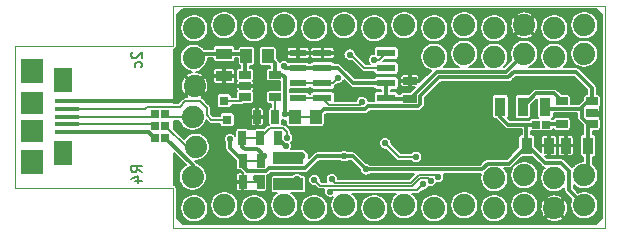
<source format=gbl>
G04 (created by PCBNEW (2013-07-14 BZR 4242)-stable) date Sun 28 Jul 2013 01:40:19 AM CEST*
%MOIN*%
G04 Gerber Fmt 3.4, Leading zero omitted, Abs format*
%FSLAX34Y34*%
G01*
G70*
G90*
G04 APERTURE LIST*
%ADD10C,0.005906*%
%ADD11C,0.003900*%
%ADD12C,0.005900*%
%ADD13C,0.074000*%
%ADD14R,0.035000X0.063000*%
%ADD15R,0.039400X0.025600*%
%ADD16R,0.030000X0.030000*%
%ADD17R,0.098400X0.039300*%
%ADD18C,0.134000*%
%ADD19R,0.078700X0.015700*%
%ADD20R,0.074800X0.082700*%
%ADD21R,0.063000X0.082700*%
%ADD22R,0.074800X0.074800*%
%ADD23R,0.025000X0.025000*%
%ADD24R,0.063000X0.024000*%
%ADD25R,0.058300X0.023000*%
%ADD26R,0.039400X0.045000*%
%ADD27R,0.025000X0.045000*%
%ADD28R,0.055000X0.035000*%
%ADD29R,0.045000X0.025000*%
%ADD30R,0.035000X0.055000*%
%ADD31C,0.021700*%
%ADD32C,0.011800*%
%ADD33C,0.006000*%
G04 APERTURE END LIST*
G54D10*
G54D11*
X29700Y-16300D02*
X29700Y-23700D01*
X29700Y-23700D02*
X15300Y-23700D01*
G54D12*
X13939Y-17847D02*
X13923Y-17864D01*
X13906Y-17897D01*
X13906Y-17982D01*
X13923Y-18015D01*
X13939Y-18032D01*
X13973Y-18049D01*
X14007Y-18049D01*
X14057Y-18032D01*
X14260Y-17830D01*
X14260Y-18049D01*
X14243Y-18352D02*
X14260Y-18319D01*
X14260Y-18251D01*
X14243Y-18218D01*
X14226Y-18201D01*
X14192Y-18184D01*
X14091Y-18184D01*
X14057Y-18201D01*
X14041Y-18218D01*
X14024Y-18251D01*
X14024Y-18319D01*
X14041Y-18352D01*
X14260Y-21841D02*
X14091Y-21723D01*
X14260Y-21638D02*
X13906Y-21638D01*
X13906Y-21773D01*
X13923Y-21807D01*
X13939Y-21824D01*
X13973Y-21841D01*
X14024Y-21841D01*
X14057Y-21824D01*
X14074Y-21807D01*
X14091Y-21773D01*
X14091Y-21638D01*
X14024Y-22144D02*
X14260Y-22144D01*
X13889Y-22060D02*
X14142Y-21975D01*
X14142Y-22195D01*
G54D11*
X15300Y-17630D02*
X15300Y-16300D01*
X15300Y-22374D02*
X15300Y-23700D01*
X29700Y-23700D02*
X15300Y-23700D01*
X29700Y-16300D02*
X29700Y-23700D01*
X15300Y-16300D02*
X29700Y-16300D01*
X10039Y-17630D02*
X15300Y-17630D01*
X10039Y-22374D02*
X15300Y-22374D01*
X10039Y-17630D02*
X10039Y-22374D01*
G54D12*
X19975Y-20000D02*
X19425Y-20000D01*
X18110Y-22165D02*
X17716Y-22165D01*
X18110Y-21456D02*
X17716Y-21456D01*
X18097Y-20700D02*
X17703Y-20700D01*
G54D13*
X26000Y-22050D03*
X27000Y-21950D03*
X28000Y-22050D03*
X29000Y-21950D03*
X24000Y-18000D03*
X25000Y-17900D03*
X26000Y-18000D03*
X27000Y-17900D03*
X28000Y-18000D03*
X29000Y-17900D03*
G54D14*
X27707Y-19657D03*
X26957Y-19657D03*
X26207Y-19657D03*
G54D15*
X17695Y-19340D03*
X17695Y-18590D03*
X18695Y-19340D03*
X17695Y-18965D03*
X18695Y-18590D03*
G54D16*
X16995Y-19465D03*
G54D17*
X19143Y-22244D03*
X19143Y-21378D03*
G54D18*
X25255Y-20413D03*
G54D19*
X11771Y-20000D03*
X11771Y-20255D03*
X11771Y-19489D03*
G54D20*
X10610Y-21516D03*
X10610Y-18484D03*
G54D19*
X11771Y-19745D03*
X11771Y-20511D03*
G54D21*
X11614Y-21220D03*
X11614Y-18780D03*
G54D22*
X10610Y-20472D03*
X10610Y-19528D03*
G54D13*
X16000Y-17050D03*
X17000Y-16950D03*
X18000Y-17050D03*
X19000Y-16950D03*
X20000Y-17050D03*
X21000Y-16950D03*
X22000Y-17050D03*
X23000Y-16950D03*
X24000Y-17050D03*
X25000Y-16950D03*
X26000Y-17050D03*
X27000Y-16950D03*
X28000Y-17050D03*
X29000Y-16950D03*
X16000Y-23050D03*
X17000Y-22950D03*
X18000Y-23050D03*
X19000Y-22950D03*
X20000Y-23050D03*
X21000Y-22950D03*
X22000Y-23050D03*
X23000Y-22950D03*
X24000Y-23050D03*
X25000Y-22950D03*
X26000Y-23050D03*
X27000Y-22950D03*
X28000Y-23050D03*
X29000Y-22950D03*
G54D23*
X14683Y-19890D03*
X15037Y-19890D03*
X14683Y-20690D03*
X15037Y-20690D03*
G54D24*
X20275Y-19372D03*
X20275Y-18872D03*
X20275Y-18372D03*
X20275Y-17872D03*
X22401Y-17872D03*
X22401Y-18372D03*
X22401Y-18872D03*
X22401Y-19372D03*
G54D25*
X19464Y-19372D03*
X19464Y-18872D03*
X19464Y-18372D03*
X19464Y-17872D03*
G54D26*
X18449Y-17965D03*
X17741Y-17965D03*
G54D27*
X18700Y-20000D03*
X18100Y-20000D03*
G54D28*
X16995Y-17890D03*
X16995Y-18640D03*
G54D29*
X23188Y-19394D03*
X23188Y-18794D03*
G54D26*
X20054Y-20000D03*
X19346Y-20000D03*
G54D23*
X14683Y-20290D03*
X15037Y-20290D03*
G54D13*
X15950Y-22000D03*
X16050Y-21000D03*
X15950Y-20000D03*
X16015Y-18960D03*
X15985Y-18040D03*
G54D30*
X29132Y-20957D03*
X28382Y-20957D03*
X27082Y-20957D03*
X27832Y-20957D03*
G54D23*
X27734Y-20257D03*
X27380Y-20257D03*
G54D27*
X17613Y-22165D03*
X18213Y-22165D03*
X17613Y-21456D03*
X18213Y-21456D03*
X17600Y-20700D03*
X18200Y-20700D03*
X18200Y-20700D03*
X18800Y-20700D03*
G54D15*
X29257Y-19482D03*
X29257Y-20232D03*
X28257Y-19482D03*
X29257Y-19857D03*
X28257Y-20232D03*
G54D16*
X17100Y-20100D03*
G54D31*
X17200Y-20750D03*
X20990Y-21310D03*
X21722Y-21751D03*
X18986Y-18316D03*
X19020Y-19920D03*
X20520Y-22490D03*
X23620Y-22250D03*
X22002Y-18101D03*
X21604Y-19507D03*
X21185Y-17928D03*
X20787Y-18700D03*
X23880Y-22140D03*
X20009Y-22106D03*
X24130Y-22010D03*
X20590Y-22086D03*
X22372Y-20885D03*
X23400Y-21340D03*
X19610Y-21310D03*
X19100Y-20690D03*
X19420Y-22080D03*
X18340Y-21300D03*
X21260Y-20620D03*
X21110Y-19100D03*
X16610Y-21320D03*
X22750Y-19950D03*
X28760Y-20370D03*
X29490Y-19910D03*
X17520Y-22610D03*
X19050Y-20980D03*
X18070Y-22030D03*
G54D32*
X22401Y-18872D02*
X21292Y-18872D01*
X20792Y-18372D02*
X20275Y-18372D01*
X21292Y-18872D02*
X20792Y-18372D01*
X17613Y-21456D02*
X17200Y-21043D01*
X17200Y-21043D02*
X17200Y-20750D01*
X25588Y-21751D02*
X25780Y-21560D01*
X21722Y-21751D02*
X25588Y-21751D01*
X26479Y-21560D02*
X27082Y-20957D01*
X25780Y-21560D02*
X26479Y-21560D01*
X23188Y-19394D02*
X24083Y-18500D01*
X26400Y-18500D02*
X27000Y-17900D01*
X24083Y-18500D02*
X26400Y-18500D01*
X26207Y-19657D02*
X26207Y-19997D01*
X26467Y-20257D02*
X27380Y-20257D01*
X26207Y-19997D02*
X26467Y-20257D01*
X18490Y-21700D02*
X18388Y-21801D01*
X20090Y-21310D02*
X19700Y-21700D01*
X19700Y-21700D02*
X18490Y-21700D01*
X17613Y-21638D02*
X17775Y-21801D01*
X17613Y-21456D02*
X17613Y-21638D01*
X18388Y-21801D02*
X17775Y-21801D01*
X20090Y-21310D02*
X20990Y-21310D01*
X21722Y-21751D02*
X21280Y-21310D01*
X21280Y-21310D02*
X20990Y-21310D01*
X27082Y-20957D02*
X27112Y-20957D01*
X28500Y-22450D02*
X28500Y-21800D01*
X28500Y-21800D02*
X28240Y-21540D01*
X28240Y-21540D02*
X27695Y-21540D01*
X28500Y-22450D02*
X29000Y-22950D01*
X27112Y-20957D02*
X27695Y-21540D01*
X19464Y-18372D02*
X19041Y-18372D01*
X19041Y-18372D02*
X18986Y-18316D01*
X22401Y-19372D02*
X22424Y-19394D01*
X22424Y-19394D02*
X23188Y-19394D01*
X22401Y-18872D02*
X22401Y-19372D01*
X19464Y-18372D02*
X20275Y-18372D01*
X27082Y-20957D02*
X27075Y-20950D01*
X27075Y-20950D02*
X27075Y-20257D01*
X26807Y-20257D02*
X27075Y-20257D01*
X27075Y-20257D02*
X27380Y-20257D01*
X19020Y-19920D02*
X19020Y-18680D01*
X18930Y-18590D02*
X18695Y-18590D01*
X19020Y-18680D02*
X18930Y-18590D01*
X19266Y-19920D02*
X19346Y-20000D01*
X19020Y-19920D02*
X19266Y-19920D01*
X18449Y-17965D02*
X18695Y-18211D01*
X18695Y-18211D02*
X18695Y-18590D01*
X15037Y-20690D02*
X15950Y-21603D01*
X15950Y-21603D02*
X15950Y-22000D01*
G54D33*
X20573Y-22436D02*
X23433Y-22436D01*
X20520Y-22490D02*
X20573Y-22436D01*
X23433Y-22436D02*
X23620Y-22250D01*
X22401Y-17872D02*
X22172Y-18101D01*
X22172Y-18101D02*
X22002Y-18101D01*
X21604Y-19507D02*
X21521Y-19590D01*
X20494Y-19590D02*
X20275Y-19372D01*
X21521Y-19590D02*
X20494Y-19590D01*
X19464Y-19372D02*
X20275Y-19372D01*
X21673Y-18372D02*
X22401Y-18372D01*
X21229Y-17928D02*
X21673Y-18372D01*
X21185Y-17928D02*
X21229Y-17928D01*
X20616Y-18872D02*
X20275Y-18872D01*
X20787Y-18700D02*
X20616Y-18872D01*
X19464Y-18872D02*
X20275Y-18872D01*
X23530Y-22050D02*
X23264Y-22316D01*
X23530Y-22050D02*
X23790Y-22050D01*
X23790Y-22050D02*
X23880Y-22140D01*
X20193Y-22290D02*
X20009Y-22106D01*
X20620Y-22290D02*
X20193Y-22290D01*
X20646Y-22316D02*
X20620Y-22290D01*
X23264Y-22316D02*
X20646Y-22316D01*
X20699Y-22195D02*
X23214Y-22195D01*
X23214Y-22195D02*
X23480Y-21929D01*
X23480Y-21929D02*
X24049Y-21929D01*
X24049Y-21929D02*
X24130Y-22010D01*
X20590Y-22086D02*
X20699Y-22195D01*
X22826Y-21340D02*
X22372Y-20885D01*
X23400Y-21340D02*
X22826Y-21340D01*
X15147Y-20000D02*
X15950Y-20000D01*
X15037Y-19890D02*
X15147Y-20000D01*
X15747Y-21000D02*
X16050Y-21000D01*
X15037Y-20290D02*
X15747Y-21000D01*
G54D32*
X16995Y-17890D02*
X16134Y-17890D01*
X16134Y-17890D02*
X15985Y-18040D01*
X16995Y-17890D02*
X17666Y-17890D01*
X17695Y-18011D02*
X17741Y-17965D01*
X17695Y-18590D02*
X17695Y-18011D01*
X17666Y-17890D02*
X17741Y-17965D01*
X20054Y-20000D02*
X20314Y-19740D01*
X29257Y-19027D02*
X29257Y-19482D01*
X28730Y-18500D02*
X29257Y-19027D01*
X26650Y-18500D02*
X28730Y-18500D01*
X26473Y-18677D02*
X26650Y-18500D01*
X24156Y-18677D02*
X26473Y-18677D01*
X23536Y-19296D02*
X24156Y-18677D01*
X23536Y-19573D02*
X23536Y-19296D01*
X23470Y-19640D02*
X23536Y-19573D01*
X21800Y-19640D02*
X23470Y-19640D01*
X21700Y-19740D02*
X21800Y-19640D01*
X20314Y-19740D02*
X21700Y-19740D01*
X29000Y-21950D02*
X29132Y-21817D01*
X29132Y-21817D02*
X29132Y-20957D01*
X27707Y-19657D02*
X27779Y-19729D01*
X28884Y-19729D02*
X28933Y-19680D01*
X27779Y-19729D02*
X28884Y-19729D01*
X29257Y-19482D02*
X29131Y-19482D01*
X29131Y-20232D02*
X29257Y-20232D01*
X28933Y-20034D02*
X29131Y-20232D01*
X28933Y-19680D02*
X28933Y-20034D01*
X29131Y-19482D02*
X28933Y-19680D01*
X29132Y-20957D02*
X29132Y-20357D01*
X29132Y-20357D02*
X29257Y-20232D01*
G54D33*
X18700Y-20000D02*
X18695Y-19995D01*
X18695Y-19995D02*
X18695Y-19340D01*
X17570Y-19465D02*
X16995Y-19465D01*
X17695Y-19340D02*
X17570Y-19465D01*
G54D32*
X28257Y-19482D02*
X27992Y-19217D01*
X27397Y-19217D02*
X26957Y-19657D01*
X27992Y-19217D02*
X27397Y-19217D01*
X28257Y-20232D02*
X27759Y-20232D01*
X27759Y-20232D02*
X27734Y-20257D01*
G54D33*
X19541Y-21378D02*
X19143Y-21378D01*
X19610Y-21310D02*
X19541Y-21378D01*
X18520Y-20380D02*
X18200Y-20700D01*
X18970Y-20380D02*
X18520Y-20380D01*
X19100Y-20510D02*
X18970Y-20380D01*
X19100Y-20690D02*
X19100Y-20510D01*
X19143Y-22244D02*
X19255Y-22244D01*
X19255Y-22244D02*
X19420Y-22080D01*
X19420Y-22080D02*
X19400Y-22100D01*
X14573Y-20000D02*
X14683Y-19890D01*
X11771Y-20000D02*
X14573Y-20000D01*
G54D32*
X14481Y-20511D02*
X14660Y-20690D01*
X14660Y-20690D02*
X14683Y-20690D01*
X11771Y-20511D02*
X14481Y-20511D01*
G54D33*
X14648Y-20255D02*
X14683Y-20290D01*
X11771Y-20255D02*
X14648Y-20255D01*
X16210Y-19480D02*
X16420Y-19690D01*
X16420Y-19950D02*
X16570Y-20100D01*
X16570Y-20100D02*
X17100Y-20100D01*
X15710Y-19480D02*
X16210Y-19480D01*
X11771Y-19745D02*
X14345Y-19745D01*
X14430Y-19660D02*
X15530Y-19660D01*
X16420Y-19690D02*
X16420Y-19950D01*
X15530Y-19660D02*
X15710Y-19480D01*
X14345Y-19745D02*
X14430Y-19660D01*
G54D32*
X18340Y-21330D02*
X18213Y-21456D01*
X18340Y-21300D02*
X18340Y-21330D01*
X18213Y-21456D02*
X18213Y-21187D01*
X18213Y-21187D02*
X18106Y-21080D01*
X18106Y-21080D02*
X17680Y-21080D01*
X17680Y-21080D02*
X17600Y-21000D01*
X17600Y-21000D02*
X17600Y-20700D01*
G54D33*
X17613Y-22165D02*
X17613Y-21883D01*
X17613Y-21883D02*
X17550Y-21820D01*
X28382Y-20957D02*
X28382Y-20607D01*
X28600Y-20530D02*
X28760Y-20370D01*
X28460Y-20530D02*
X28600Y-20530D01*
X28382Y-20607D02*
X28460Y-20530D01*
X29257Y-19857D02*
X29437Y-19857D01*
X29437Y-19857D02*
X29490Y-19910D01*
X17613Y-22165D02*
X17613Y-22516D01*
X17613Y-22516D02*
X17520Y-22610D01*
G54D32*
X15486Y-19489D02*
X16015Y-18960D01*
X11771Y-19489D02*
X15486Y-19489D01*
X18800Y-20700D02*
X18800Y-20730D01*
X18800Y-20730D02*
X19050Y-20980D01*
X18078Y-22030D02*
X18213Y-22165D01*
X18070Y-22030D02*
X18078Y-22030D01*
G54D10*
G36*
X22242Y-19151D02*
X22076Y-19151D01*
X22057Y-19155D01*
X22038Y-19162D01*
X22022Y-19173D01*
X22008Y-19187D01*
X21997Y-19204D01*
X21989Y-19222D01*
X21986Y-19242D01*
X21986Y-19261D01*
X21986Y-19480D01*
X21811Y-19480D01*
X21805Y-19447D01*
X21789Y-19409D01*
X21767Y-19375D01*
X21738Y-19346D01*
X21704Y-19323D01*
X21666Y-19307D01*
X21626Y-19299D01*
X21585Y-19298D01*
X21545Y-19306D01*
X21507Y-19321D01*
X21472Y-19344D01*
X21443Y-19372D01*
X21420Y-19406D01*
X21404Y-19444D01*
X21400Y-19460D01*
X20691Y-19460D01*
X20691Y-19242D01*
X20687Y-19222D01*
X20679Y-19204D01*
X20668Y-19187D01*
X20654Y-19173D01*
X20638Y-19162D01*
X20619Y-19155D01*
X20600Y-19151D01*
X20580Y-19151D01*
X19950Y-19151D01*
X19931Y-19155D01*
X19912Y-19162D01*
X19896Y-19173D01*
X19882Y-19187D01*
X19871Y-19204D01*
X19863Y-19222D01*
X19860Y-19241D01*
X19855Y-19241D01*
X19852Y-19227D01*
X19845Y-19209D01*
X19834Y-19192D01*
X19820Y-19178D01*
X19803Y-19167D01*
X19785Y-19160D01*
X19765Y-19156D01*
X19746Y-19156D01*
X19179Y-19156D01*
X19179Y-19087D01*
X19182Y-19087D01*
X19765Y-19087D01*
X19785Y-19083D01*
X19803Y-19076D01*
X19820Y-19065D01*
X19834Y-19051D01*
X19845Y-19034D01*
X19852Y-19016D01*
X19855Y-19002D01*
X19860Y-19002D01*
X19863Y-19021D01*
X19871Y-19039D01*
X19882Y-19056D01*
X19896Y-19070D01*
X19912Y-19081D01*
X19931Y-19088D01*
X19950Y-19092D01*
X19970Y-19092D01*
X20600Y-19092D01*
X20619Y-19088D01*
X20638Y-19081D01*
X20654Y-19070D01*
X20668Y-19056D01*
X20679Y-19039D01*
X20687Y-19021D01*
X20691Y-19001D01*
X20691Y-18982D01*
X20691Y-18978D01*
X20697Y-18973D01*
X20707Y-18965D01*
X20708Y-18964D01*
X20708Y-18964D01*
X20708Y-18964D01*
X20708Y-18964D01*
X20763Y-18909D01*
X20803Y-18910D01*
X20843Y-18903D01*
X20882Y-18888D01*
X20916Y-18866D01*
X20946Y-18838D01*
X20970Y-18804D01*
X20978Y-18784D01*
X21179Y-18984D01*
X21190Y-18994D01*
X21201Y-19003D01*
X21202Y-19004D01*
X21203Y-19004D01*
X21216Y-19011D01*
X21229Y-19018D01*
X21230Y-19018D01*
X21230Y-19019D01*
X21244Y-19023D01*
X21258Y-19028D01*
X21259Y-19028D01*
X21260Y-19028D01*
X21275Y-19029D01*
X21289Y-19031D01*
X21291Y-19031D01*
X21291Y-19031D01*
X21291Y-19031D01*
X21292Y-19031D01*
X21994Y-19031D01*
X21997Y-19039D01*
X22008Y-19056D01*
X22022Y-19070D01*
X22038Y-19081D01*
X22057Y-19088D01*
X22076Y-19092D01*
X22096Y-19092D01*
X22242Y-19092D01*
X22242Y-19151D01*
X22242Y-19151D01*
G37*
G54D12*
X22242Y-19151D02*
X22076Y-19151D01*
X22057Y-19155D01*
X22038Y-19162D01*
X22022Y-19173D01*
X22008Y-19187D01*
X21997Y-19204D01*
X21989Y-19222D01*
X21986Y-19242D01*
X21986Y-19261D01*
X21986Y-19480D01*
X21811Y-19480D01*
X21805Y-19447D01*
X21789Y-19409D01*
X21767Y-19375D01*
X21738Y-19346D01*
X21704Y-19323D01*
X21666Y-19307D01*
X21626Y-19299D01*
X21585Y-19298D01*
X21545Y-19306D01*
X21507Y-19321D01*
X21472Y-19344D01*
X21443Y-19372D01*
X21420Y-19406D01*
X21404Y-19444D01*
X21400Y-19460D01*
X20691Y-19460D01*
X20691Y-19242D01*
X20687Y-19222D01*
X20679Y-19204D01*
X20668Y-19187D01*
X20654Y-19173D01*
X20638Y-19162D01*
X20619Y-19155D01*
X20600Y-19151D01*
X20580Y-19151D01*
X19950Y-19151D01*
X19931Y-19155D01*
X19912Y-19162D01*
X19896Y-19173D01*
X19882Y-19187D01*
X19871Y-19204D01*
X19863Y-19222D01*
X19860Y-19241D01*
X19855Y-19241D01*
X19852Y-19227D01*
X19845Y-19209D01*
X19834Y-19192D01*
X19820Y-19178D01*
X19803Y-19167D01*
X19785Y-19160D01*
X19765Y-19156D01*
X19746Y-19156D01*
X19179Y-19156D01*
X19179Y-19087D01*
X19182Y-19087D01*
X19765Y-19087D01*
X19785Y-19083D01*
X19803Y-19076D01*
X19820Y-19065D01*
X19834Y-19051D01*
X19845Y-19034D01*
X19852Y-19016D01*
X19855Y-19002D01*
X19860Y-19002D01*
X19863Y-19021D01*
X19871Y-19039D01*
X19882Y-19056D01*
X19896Y-19070D01*
X19912Y-19081D01*
X19931Y-19088D01*
X19950Y-19092D01*
X19970Y-19092D01*
X20600Y-19092D01*
X20619Y-19088D01*
X20638Y-19081D01*
X20654Y-19070D01*
X20668Y-19056D01*
X20679Y-19039D01*
X20687Y-19021D01*
X20691Y-19001D01*
X20691Y-18982D01*
X20691Y-18978D01*
X20697Y-18973D01*
X20707Y-18965D01*
X20708Y-18964D01*
X20708Y-18964D01*
X20708Y-18964D01*
X20708Y-18964D01*
X20763Y-18909D01*
X20803Y-18910D01*
X20843Y-18903D01*
X20882Y-18888D01*
X20916Y-18866D01*
X20946Y-18838D01*
X20970Y-18804D01*
X20978Y-18784D01*
X21179Y-18984D01*
X21190Y-18994D01*
X21201Y-19003D01*
X21202Y-19004D01*
X21203Y-19004D01*
X21216Y-19011D01*
X21229Y-19018D01*
X21230Y-19018D01*
X21230Y-19019D01*
X21244Y-19023D01*
X21258Y-19028D01*
X21259Y-19028D01*
X21260Y-19028D01*
X21275Y-19029D01*
X21289Y-19031D01*
X21291Y-19031D01*
X21291Y-19031D01*
X21291Y-19031D01*
X21292Y-19031D01*
X21994Y-19031D01*
X21997Y-19039D01*
X22008Y-19056D01*
X22022Y-19070D01*
X22038Y-19081D01*
X22057Y-19088D01*
X22076Y-19092D01*
X22096Y-19092D01*
X22242Y-19092D01*
X22242Y-19151D01*
G54D10*
G36*
X28972Y-21479D02*
X28957Y-21479D01*
X28866Y-21496D01*
X28780Y-21531D01*
X28703Y-21581D01*
X28645Y-21638D01*
X28645Y-21241D01*
X28645Y-21223D01*
X28645Y-21009D01*
X28645Y-20905D01*
X28645Y-20691D01*
X28645Y-20673D01*
X28642Y-20656D01*
X28635Y-20640D01*
X28626Y-20625D01*
X28613Y-20613D01*
X28599Y-20603D01*
X28583Y-20597D01*
X28566Y-20593D01*
X28434Y-20593D01*
X28411Y-20616D01*
X28411Y-20927D01*
X28623Y-20927D01*
X28645Y-20905D01*
X28645Y-21009D01*
X28623Y-20986D01*
X28411Y-20986D01*
X28411Y-21298D01*
X28434Y-21320D01*
X28566Y-21320D01*
X28583Y-21317D01*
X28599Y-21310D01*
X28613Y-21301D01*
X28626Y-21288D01*
X28635Y-21274D01*
X28642Y-21258D01*
X28645Y-21241D01*
X28645Y-21638D01*
X28637Y-21646D01*
X28610Y-21685D01*
X28352Y-21427D01*
X28352Y-21298D01*
X28352Y-20986D01*
X28352Y-20927D01*
X28352Y-20616D01*
X28330Y-20593D01*
X28198Y-20593D01*
X28181Y-20597D01*
X28165Y-20603D01*
X28150Y-20613D01*
X28138Y-20625D01*
X28128Y-20640D01*
X28122Y-20656D01*
X28118Y-20673D01*
X28118Y-20691D01*
X28118Y-20905D01*
X28141Y-20927D01*
X28352Y-20927D01*
X28352Y-20986D01*
X28141Y-20986D01*
X28118Y-21009D01*
X28118Y-21223D01*
X28118Y-21241D01*
X28122Y-21258D01*
X28128Y-21274D01*
X28138Y-21288D01*
X28150Y-21301D01*
X28165Y-21310D01*
X28181Y-21317D01*
X28198Y-21320D01*
X28330Y-21320D01*
X28352Y-21298D01*
X28352Y-21427D01*
X28352Y-21427D01*
X28341Y-21417D01*
X28330Y-21408D01*
X28329Y-21407D01*
X28328Y-21407D01*
X28315Y-21400D01*
X28302Y-21393D01*
X28302Y-21393D01*
X28301Y-21392D01*
X28287Y-21388D01*
X28273Y-21383D01*
X28272Y-21383D01*
X28271Y-21383D01*
X28256Y-21382D01*
X28242Y-21380D01*
X28240Y-21380D01*
X28240Y-21380D01*
X28240Y-21380D01*
X28240Y-21380D01*
X28095Y-21380D01*
X28095Y-21241D01*
X28095Y-21223D01*
X28095Y-21009D01*
X28095Y-20905D01*
X28095Y-20691D01*
X28095Y-20673D01*
X28092Y-20656D01*
X28085Y-20640D01*
X28076Y-20625D01*
X28063Y-20613D01*
X28049Y-20603D01*
X28033Y-20597D01*
X28016Y-20593D01*
X27884Y-20593D01*
X27861Y-20616D01*
X27861Y-20927D01*
X28073Y-20927D01*
X28095Y-20905D01*
X28095Y-21009D01*
X28073Y-20986D01*
X27861Y-20986D01*
X27861Y-21298D01*
X27884Y-21320D01*
X28016Y-21320D01*
X28033Y-21317D01*
X28049Y-21310D01*
X28063Y-21301D01*
X28076Y-21288D01*
X28085Y-21274D01*
X28092Y-21258D01*
X28095Y-21241D01*
X28095Y-21380D01*
X27761Y-21380D01*
X27701Y-21320D01*
X27780Y-21320D01*
X27802Y-21298D01*
X27802Y-20986D01*
X27802Y-20927D01*
X27802Y-20616D01*
X27780Y-20593D01*
X27648Y-20593D01*
X27631Y-20597D01*
X27615Y-20603D01*
X27600Y-20613D01*
X27588Y-20625D01*
X27578Y-20640D01*
X27572Y-20656D01*
X27568Y-20673D01*
X27568Y-20691D01*
X27568Y-20905D01*
X27591Y-20927D01*
X27802Y-20927D01*
X27802Y-20986D01*
X27591Y-20986D01*
X27568Y-21009D01*
X27568Y-21188D01*
X27357Y-20977D01*
X27357Y-20672D01*
X27354Y-20653D01*
X27346Y-20634D01*
X27335Y-20618D01*
X27321Y-20604D01*
X27305Y-20593D01*
X27286Y-20585D01*
X27267Y-20581D01*
X27247Y-20581D01*
X27234Y-20581D01*
X27234Y-20480D01*
X27245Y-20482D01*
X27265Y-20482D01*
X27515Y-20482D01*
X27534Y-20479D01*
X27553Y-20471D01*
X27557Y-20468D01*
X27561Y-20471D01*
X27580Y-20479D01*
X27599Y-20482D01*
X27619Y-20482D01*
X27869Y-20482D01*
X27888Y-20479D01*
X27907Y-20471D01*
X27923Y-20460D01*
X27937Y-20446D01*
X27948Y-20430D01*
X27956Y-20411D01*
X27959Y-20392D01*
X27959Y-20391D01*
X27964Y-20391D01*
X27971Y-20408D01*
X27982Y-20424D01*
X27996Y-20438D01*
X28012Y-20449D01*
X28031Y-20457D01*
X28050Y-20460D01*
X28070Y-20460D01*
X28464Y-20460D01*
X28483Y-20457D01*
X28502Y-20449D01*
X28518Y-20438D01*
X28532Y-20424D01*
X28543Y-20408D01*
X28551Y-20389D01*
X28554Y-20370D01*
X28554Y-20350D01*
X28554Y-20094D01*
X28551Y-20075D01*
X28543Y-20056D01*
X28532Y-20040D01*
X28518Y-20026D01*
X28502Y-20015D01*
X28483Y-20007D01*
X28464Y-20003D01*
X28444Y-20003D01*
X28050Y-20003D01*
X28031Y-20007D01*
X28012Y-20015D01*
X27996Y-20026D01*
X27982Y-20040D01*
X27971Y-20056D01*
X27964Y-20072D01*
X27940Y-20072D01*
X27937Y-20068D01*
X27930Y-20061D01*
X27946Y-20050D01*
X27960Y-20036D01*
X27971Y-20020D01*
X27979Y-20001D01*
X27982Y-19982D01*
X27982Y-19962D01*
X27982Y-19889D01*
X28773Y-19889D01*
X28773Y-20034D01*
X28775Y-20049D01*
X28776Y-20063D01*
X28776Y-20064D01*
X28777Y-20065D01*
X28781Y-20079D01*
X28785Y-20093D01*
X28785Y-20094D01*
X28785Y-20095D01*
X28792Y-20108D01*
X28799Y-20121D01*
X28800Y-20122D01*
X28800Y-20122D01*
X28809Y-20134D01*
X28819Y-20145D01*
X28820Y-20147D01*
X28820Y-20147D01*
X28820Y-20147D01*
X28820Y-20147D01*
X28959Y-20286D01*
X28959Y-20370D01*
X28963Y-20389D01*
X28971Y-20408D01*
X28972Y-20410D01*
X28972Y-20581D01*
X28947Y-20581D01*
X28928Y-20585D01*
X28909Y-20593D01*
X28893Y-20604D01*
X28879Y-20618D01*
X28868Y-20634D01*
X28860Y-20653D01*
X28856Y-20672D01*
X28856Y-20692D01*
X28856Y-21242D01*
X28860Y-21261D01*
X28868Y-21280D01*
X28879Y-21296D01*
X28893Y-21310D01*
X28909Y-21321D01*
X28928Y-21329D01*
X28947Y-21332D01*
X28967Y-21332D01*
X28972Y-21332D01*
X28972Y-21479D01*
X28972Y-21479D01*
G37*
G54D12*
X28972Y-21479D02*
X28957Y-21479D01*
X28866Y-21496D01*
X28780Y-21531D01*
X28703Y-21581D01*
X28645Y-21638D01*
X28645Y-21241D01*
X28645Y-21223D01*
X28645Y-21009D01*
X28645Y-20905D01*
X28645Y-20691D01*
X28645Y-20673D01*
X28642Y-20656D01*
X28635Y-20640D01*
X28626Y-20625D01*
X28613Y-20613D01*
X28599Y-20603D01*
X28583Y-20597D01*
X28566Y-20593D01*
X28434Y-20593D01*
X28411Y-20616D01*
X28411Y-20927D01*
X28623Y-20927D01*
X28645Y-20905D01*
X28645Y-21009D01*
X28623Y-20986D01*
X28411Y-20986D01*
X28411Y-21298D01*
X28434Y-21320D01*
X28566Y-21320D01*
X28583Y-21317D01*
X28599Y-21310D01*
X28613Y-21301D01*
X28626Y-21288D01*
X28635Y-21274D01*
X28642Y-21258D01*
X28645Y-21241D01*
X28645Y-21638D01*
X28637Y-21646D01*
X28610Y-21685D01*
X28352Y-21427D01*
X28352Y-21298D01*
X28352Y-20986D01*
X28352Y-20927D01*
X28352Y-20616D01*
X28330Y-20593D01*
X28198Y-20593D01*
X28181Y-20597D01*
X28165Y-20603D01*
X28150Y-20613D01*
X28138Y-20625D01*
X28128Y-20640D01*
X28122Y-20656D01*
X28118Y-20673D01*
X28118Y-20691D01*
X28118Y-20905D01*
X28141Y-20927D01*
X28352Y-20927D01*
X28352Y-20986D01*
X28141Y-20986D01*
X28118Y-21009D01*
X28118Y-21223D01*
X28118Y-21241D01*
X28122Y-21258D01*
X28128Y-21274D01*
X28138Y-21288D01*
X28150Y-21301D01*
X28165Y-21310D01*
X28181Y-21317D01*
X28198Y-21320D01*
X28330Y-21320D01*
X28352Y-21298D01*
X28352Y-21427D01*
X28352Y-21427D01*
X28341Y-21417D01*
X28330Y-21408D01*
X28329Y-21407D01*
X28328Y-21407D01*
X28315Y-21400D01*
X28302Y-21393D01*
X28302Y-21393D01*
X28301Y-21392D01*
X28287Y-21388D01*
X28273Y-21383D01*
X28272Y-21383D01*
X28271Y-21383D01*
X28256Y-21382D01*
X28242Y-21380D01*
X28240Y-21380D01*
X28240Y-21380D01*
X28240Y-21380D01*
X28240Y-21380D01*
X28095Y-21380D01*
X28095Y-21241D01*
X28095Y-21223D01*
X28095Y-21009D01*
X28095Y-20905D01*
X28095Y-20691D01*
X28095Y-20673D01*
X28092Y-20656D01*
X28085Y-20640D01*
X28076Y-20625D01*
X28063Y-20613D01*
X28049Y-20603D01*
X28033Y-20597D01*
X28016Y-20593D01*
X27884Y-20593D01*
X27861Y-20616D01*
X27861Y-20927D01*
X28073Y-20927D01*
X28095Y-20905D01*
X28095Y-21009D01*
X28073Y-20986D01*
X27861Y-20986D01*
X27861Y-21298D01*
X27884Y-21320D01*
X28016Y-21320D01*
X28033Y-21317D01*
X28049Y-21310D01*
X28063Y-21301D01*
X28076Y-21288D01*
X28085Y-21274D01*
X28092Y-21258D01*
X28095Y-21241D01*
X28095Y-21380D01*
X27761Y-21380D01*
X27701Y-21320D01*
X27780Y-21320D01*
X27802Y-21298D01*
X27802Y-20986D01*
X27802Y-20927D01*
X27802Y-20616D01*
X27780Y-20593D01*
X27648Y-20593D01*
X27631Y-20597D01*
X27615Y-20603D01*
X27600Y-20613D01*
X27588Y-20625D01*
X27578Y-20640D01*
X27572Y-20656D01*
X27568Y-20673D01*
X27568Y-20691D01*
X27568Y-20905D01*
X27591Y-20927D01*
X27802Y-20927D01*
X27802Y-20986D01*
X27591Y-20986D01*
X27568Y-21009D01*
X27568Y-21188D01*
X27357Y-20977D01*
X27357Y-20672D01*
X27354Y-20653D01*
X27346Y-20634D01*
X27335Y-20618D01*
X27321Y-20604D01*
X27305Y-20593D01*
X27286Y-20585D01*
X27267Y-20581D01*
X27247Y-20581D01*
X27234Y-20581D01*
X27234Y-20480D01*
X27245Y-20482D01*
X27265Y-20482D01*
X27515Y-20482D01*
X27534Y-20479D01*
X27553Y-20471D01*
X27557Y-20468D01*
X27561Y-20471D01*
X27580Y-20479D01*
X27599Y-20482D01*
X27619Y-20482D01*
X27869Y-20482D01*
X27888Y-20479D01*
X27907Y-20471D01*
X27923Y-20460D01*
X27937Y-20446D01*
X27948Y-20430D01*
X27956Y-20411D01*
X27959Y-20392D01*
X27959Y-20391D01*
X27964Y-20391D01*
X27971Y-20408D01*
X27982Y-20424D01*
X27996Y-20438D01*
X28012Y-20449D01*
X28031Y-20457D01*
X28050Y-20460D01*
X28070Y-20460D01*
X28464Y-20460D01*
X28483Y-20457D01*
X28502Y-20449D01*
X28518Y-20438D01*
X28532Y-20424D01*
X28543Y-20408D01*
X28551Y-20389D01*
X28554Y-20370D01*
X28554Y-20350D01*
X28554Y-20094D01*
X28551Y-20075D01*
X28543Y-20056D01*
X28532Y-20040D01*
X28518Y-20026D01*
X28502Y-20015D01*
X28483Y-20007D01*
X28464Y-20003D01*
X28444Y-20003D01*
X28050Y-20003D01*
X28031Y-20007D01*
X28012Y-20015D01*
X27996Y-20026D01*
X27982Y-20040D01*
X27971Y-20056D01*
X27964Y-20072D01*
X27940Y-20072D01*
X27937Y-20068D01*
X27930Y-20061D01*
X27946Y-20050D01*
X27960Y-20036D01*
X27971Y-20020D01*
X27979Y-20001D01*
X27982Y-19982D01*
X27982Y-19962D01*
X27982Y-19889D01*
X28773Y-19889D01*
X28773Y-20034D01*
X28775Y-20049D01*
X28776Y-20063D01*
X28776Y-20064D01*
X28777Y-20065D01*
X28781Y-20079D01*
X28785Y-20093D01*
X28785Y-20094D01*
X28785Y-20095D01*
X28792Y-20108D01*
X28799Y-20121D01*
X28800Y-20122D01*
X28800Y-20122D01*
X28809Y-20134D01*
X28819Y-20145D01*
X28820Y-20147D01*
X28820Y-20147D01*
X28820Y-20147D01*
X28820Y-20147D01*
X28959Y-20286D01*
X28959Y-20370D01*
X28963Y-20389D01*
X28971Y-20408D01*
X28972Y-20410D01*
X28972Y-20581D01*
X28947Y-20581D01*
X28928Y-20585D01*
X28909Y-20593D01*
X28893Y-20604D01*
X28879Y-20618D01*
X28868Y-20634D01*
X28860Y-20653D01*
X28856Y-20672D01*
X28856Y-20692D01*
X28856Y-21242D01*
X28860Y-21261D01*
X28868Y-21280D01*
X28879Y-21296D01*
X28893Y-21310D01*
X28909Y-21321D01*
X28928Y-21329D01*
X28947Y-21332D01*
X28967Y-21332D01*
X28972Y-21332D01*
X28972Y-21479D01*
G54D10*
G36*
X29097Y-19253D02*
X29050Y-19253D01*
X29031Y-19257D01*
X29012Y-19265D01*
X28996Y-19276D01*
X28982Y-19290D01*
X28971Y-19306D01*
X28963Y-19325D01*
X28959Y-19344D01*
X28959Y-19364D01*
X28959Y-19428D01*
X28820Y-19567D01*
X28818Y-19570D01*
X28554Y-19570D01*
X28554Y-19344D01*
X28551Y-19325D01*
X28543Y-19306D01*
X28532Y-19290D01*
X28518Y-19276D01*
X28502Y-19265D01*
X28483Y-19257D01*
X28464Y-19253D01*
X28444Y-19253D01*
X28254Y-19253D01*
X28105Y-19104D01*
X28094Y-19095D01*
X28082Y-19086D01*
X28082Y-19085D01*
X28081Y-19085D01*
X28068Y-19078D01*
X28055Y-19071D01*
X28054Y-19070D01*
X28054Y-19070D01*
X28039Y-19066D01*
X28025Y-19061D01*
X28025Y-19061D01*
X28024Y-19061D01*
X28009Y-19059D01*
X27994Y-19058D01*
X27993Y-19058D01*
X27993Y-19058D01*
X27993Y-19058D01*
X27992Y-19058D01*
X27397Y-19058D01*
X27382Y-19059D01*
X27367Y-19060D01*
X27366Y-19061D01*
X27366Y-19061D01*
X27352Y-19065D01*
X27337Y-19069D01*
X27337Y-19070D01*
X27336Y-19070D01*
X27323Y-19077D01*
X27310Y-19083D01*
X27309Y-19084D01*
X27308Y-19084D01*
X27297Y-19094D01*
X27285Y-19103D01*
X27284Y-19104D01*
X27284Y-19104D01*
X27284Y-19104D01*
X27284Y-19104D01*
X27146Y-19242D01*
X27142Y-19241D01*
X27122Y-19241D01*
X26772Y-19241D01*
X26753Y-19245D01*
X26734Y-19253D01*
X26718Y-19264D01*
X26704Y-19278D01*
X26693Y-19294D01*
X26685Y-19313D01*
X26681Y-19332D01*
X26681Y-19352D01*
X26681Y-19982D01*
X26685Y-20001D01*
X26693Y-20020D01*
X26704Y-20036D01*
X26718Y-20050D01*
X26734Y-20061D01*
X26753Y-20069D01*
X26772Y-20072D01*
X26792Y-20072D01*
X27142Y-20072D01*
X27161Y-20069D01*
X27180Y-20061D01*
X27196Y-20050D01*
X27210Y-20036D01*
X27221Y-20020D01*
X27229Y-20001D01*
X27232Y-19982D01*
X27232Y-19962D01*
X27232Y-19607D01*
X27431Y-19408D01*
X27431Y-19982D01*
X27435Y-20001D01*
X27443Y-20020D01*
X27451Y-20031D01*
X27245Y-20031D01*
X27226Y-20035D01*
X27207Y-20043D01*
X27191Y-20054D01*
X27177Y-20068D01*
X27166Y-20084D01*
X27160Y-20097D01*
X27075Y-20097D01*
X26807Y-20097D01*
X26533Y-20097D01*
X26465Y-20029D01*
X26471Y-20020D01*
X26479Y-20001D01*
X26482Y-19982D01*
X26482Y-19962D01*
X26482Y-19332D01*
X26479Y-19313D01*
X26471Y-19294D01*
X26460Y-19278D01*
X26446Y-19264D01*
X26430Y-19253D01*
X26411Y-19245D01*
X26392Y-19241D01*
X26372Y-19241D01*
X26022Y-19241D01*
X26003Y-19245D01*
X25984Y-19253D01*
X25968Y-19264D01*
X25954Y-19278D01*
X25943Y-19294D01*
X25935Y-19313D01*
X25931Y-19332D01*
X25931Y-19352D01*
X25931Y-19982D01*
X25935Y-20001D01*
X25943Y-20020D01*
X25954Y-20036D01*
X25968Y-20050D01*
X25984Y-20061D01*
X26003Y-20069D01*
X26022Y-20072D01*
X26042Y-20072D01*
X26067Y-20072D01*
X26073Y-20084D01*
X26074Y-20084D01*
X26074Y-20085D01*
X26083Y-20097D01*
X26093Y-20108D01*
X26094Y-20109D01*
X26094Y-20109D01*
X26094Y-20109D01*
X26094Y-20110D01*
X26354Y-20370D01*
X26366Y-20379D01*
X26377Y-20389D01*
X26378Y-20389D01*
X26378Y-20389D01*
X26391Y-20396D01*
X26404Y-20404D01*
X26405Y-20404D01*
X26406Y-20404D01*
X26420Y-20408D01*
X26434Y-20413D01*
X26435Y-20413D01*
X26435Y-20413D01*
X26450Y-20415D01*
X26465Y-20416D01*
X26466Y-20416D01*
X26466Y-20416D01*
X26466Y-20416D01*
X26467Y-20416D01*
X26807Y-20416D01*
X26915Y-20416D01*
X26915Y-20581D01*
X26897Y-20581D01*
X26878Y-20585D01*
X26859Y-20593D01*
X26843Y-20604D01*
X26829Y-20618D01*
X26818Y-20634D01*
X26810Y-20653D01*
X26806Y-20672D01*
X26806Y-20692D01*
X26806Y-21007D01*
X26413Y-21400D01*
X25780Y-21400D01*
X25765Y-21401D01*
X25750Y-21403D01*
X25749Y-21403D01*
X25749Y-21403D01*
X25734Y-21407D01*
X25720Y-21411D01*
X25720Y-21412D01*
X25719Y-21412D01*
X25706Y-21419D01*
X25693Y-21426D01*
X25692Y-21426D01*
X25691Y-21427D01*
X25680Y-21436D01*
X25668Y-21445D01*
X25667Y-21446D01*
X25667Y-21446D01*
X25667Y-21446D01*
X25667Y-21447D01*
X25521Y-21592D01*
X23609Y-21592D01*
X23609Y-21319D01*
X23601Y-21279D01*
X23585Y-21241D01*
X23562Y-21207D01*
X23533Y-21178D01*
X23499Y-21155D01*
X23462Y-21139D01*
X23421Y-21131D01*
X23380Y-21130D01*
X23340Y-21138D01*
X23302Y-21153D01*
X23268Y-21176D01*
X23239Y-21205D01*
X23236Y-21209D01*
X22880Y-21209D01*
X22580Y-20909D01*
X22581Y-20865D01*
X22573Y-20825D01*
X22557Y-20787D01*
X22534Y-20753D01*
X22505Y-20724D01*
X22471Y-20701D01*
X22434Y-20685D01*
X22393Y-20676D01*
X22353Y-20676D01*
X22312Y-20684D01*
X22274Y-20699D01*
X22240Y-20722D01*
X22211Y-20750D01*
X22188Y-20784D01*
X22171Y-20822D01*
X22163Y-20862D01*
X22162Y-20903D01*
X22170Y-20943D01*
X22185Y-20981D01*
X22207Y-21016D01*
X22235Y-21045D01*
X22269Y-21069D01*
X22307Y-21085D01*
X22347Y-21094D01*
X22388Y-21095D01*
X22395Y-21093D01*
X22733Y-21432D01*
X22743Y-21439D01*
X22752Y-21447D01*
X22753Y-21448D01*
X22753Y-21448D01*
X22764Y-21454D01*
X22774Y-21459D01*
X22775Y-21460D01*
X22776Y-21460D01*
X22787Y-21463D01*
X22799Y-21467D01*
X22799Y-21467D01*
X22800Y-21467D01*
X22812Y-21469D01*
X22824Y-21470D01*
X22825Y-21470D01*
X22825Y-21470D01*
X22825Y-21470D01*
X22826Y-21470D01*
X23235Y-21470D01*
X23263Y-21499D01*
X23297Y-21523D01*
X23335Y-21539D01*
X23375Y-21548D01*
X23416Y-21549D01*
X23456Y-21542D01*
X23494Y-21527D01*
X23529Y-21505D01*
X23558Y-21477D01*
X23582Y-21443D01*
X23599Y-21406D01*
X23608Y-21366D01*
X23609Y-21319D01*
X23609Y-21592D01*
X21858Y-21592D01*
X21856Y-21590D01*
X21822Y-21567D01*
X21784Y-21551D01*
X21744Y-21543D01*
X21739Y-21543D01*
X21393Y-21197D01*
X21381Y-21187D01*
X21370Y-21178D01*
X21369Y-21177D01*
X21369Y-21177D01*
X21356Y-21170D01*
X21343Y-21163D01*
X21342Y-21163D01*
X21341Y-21162D01*
X21327Y-21158D01*
X21313Y-21153D01*
X21312Y-21153D01*
X21311Y-21153D01*
X21297Y-21152D01*
X21282Y-21150D01*
X21281Y-21150D01*
X21281Y-21150D01*
X21281Y-21150D01*
X21280Y-21150D01*
X21126Y-21150D01*
X21123Y-21148D01*
X21089Y-21125D01*
X21052Y-21109D01*
X21011Y-21101D01*
X20970Y-21100D01*
X20930Y-21108D01*
X20892Y-21123D01*
X20858Y-21146D01*
X20854Y-21150D01*
X20351Y-21150D01*
X20090Y-21150D01*
X20075Y-21151D01*
X20060Y-21153D01*
X20059Y-21153D01*
X20059Y-21153D01*
X20044Y-21157D01*
X20030Y-21161D01*
X20030Y-21162D01*
X20029Y-21162D01*
X20016Y-21169D01*
X20003Y-21176D01*
X20002Y-21176D01*
X20001Y-21177D01*
X19990Y-21186D01*
X19978Y-21195D01*
X19977Y-21196D01*
X19977Y-21196D01*
X19977Y-21196D01*
X19977Y-21197D01*
X19812Y-21361D01*
X19818Y-21336D01*
X19819Y-21289D01*
X19811Y-21249D01*
X19795Y-21211D01*
X19772Y-21177D01*
X19743Y-21148D01*
X19725Y-21135D01*
X19724Y-21133D01*
X19713Y-21117D01*
X19699Y-21103D01*
X19683Y-21092D01*
X19665Y-21084D01*
X19645Y-21081D01*
X19625Y-21081D01*
X19233Y-21081D01*
X19249Y-21046D01*
X19258Y-21006D01*
X19259Y-20959D01*
X19251Y-20919D01*
X19235Y-20881D01*
X19221Y-20860D01*
X19229Y-20855D01*
X19258Y-20827D01*
X19282Y-20793D01*
X19299Y-20756D01*
X19308Y-20716D01*
X19309Y-20669D01*
X19301Y-20629D01*
X19285Y-20591D01*
X19262Y-20557D01*
X19233Y-20528D01*
X19230Y-20525D01*
X19230Y-20510D01*
X19229Y-20497D01*
X19228Y-20485D01*
X19228Y-20485D01*
X19228Y-20484D01*
X19224Y-20473D01*
X19221Y-20461D01*
X19220Y-20460D01*
X19220Y-20460D01*
X19215Y-20449D01*
X19209Y-20438D01*
X19209Y-20438D01*
X19208Y-20437D01*
X19201Y-20428D01*
X19193Y-20419D01*
X19192Y-20418D01*
X19192Y-20418D01*
X19192Y-20418D01*
X19192Y-20417D01*
X19062Y-20287D01*
X19052Y-20280D01*
X19043Y-20272D01*
X19043Y-20271D01*
X19042Y-20271D01*
X19031Y-20265D01*
X19021Y-20260D01*
X19020Y-20259D01*
X19020Y-20259D01*
X19008Y-20256D01*
X18997Y-20252D01*
X18996Y-20252D01*
X18995Y-20252D01*
X18983Y-20250D01*
X18971Y-20249D01*
X18970Y-20249D01*
X18970Y-20249D01*
X18970Y-20249D01*
X18970Y-20249D01*
X18922Y-20249D01*
X18925Y-20234D01*
X18925Y-20215D01*
X18925Y-20106D01*
X18955Y-20119D01*
X18995Y-20128D01*
X19036Y-20129D01*
X19048Y-20127D01*
X19048Y-20234D01*
X19052Y-20254D01*
X19059Y-20272D01*
X19070Y-20289D01*
X19084Y-20303D01*
X19101Y-20314D01*
X19119Y-20321D01*
X19139Y-20325D01*
X19158Y-20325D01*
X19363Y-20325D01*
X19367Y-20329D01*
X20032Y-20329D01*
X20036Y-20325D01*
X20260Y-20325D01*
X20280Y-20321D01*
X20298Y-20314D01*
X20315Y-20303D01*
X20329Y-20289D01*
X20340Y-20272D01*
X20347Y-20254D01*
X20351Y-20234D01*
X20351Y-20215D01*
X20351Y-20010D01*
X20351Y-20010D01*
X20351Y-20009D01*
X20351Y-19928D01*
X20380Y-19899D01*
X21700Y-19899D01*
X21714Y-19898D01*
X21729Y-19896D01*
X21730Y-19896D01*
X21730Y-19896D01*
X21745Y-19892D01*
X21759Y-19888D01*
X21759Y-19887D01*
X21760Y-19887D01*
X21773Y-19880D01*
X21786Y-19873D01*
X21787Y-19873D01*
X21788Y-19872D01*
X21799Y-19863D01*
X21811Y-19854D01*
X21812Y-19853D01*
X21812Y-19853D01*
X21812Y-19853D01*
X21812Y-19852D01*
X21866Y-19799D01*
X23470Y-19799D01*
X23484Y-19798D01*
X23499Y-19796D01*
X23500Y-19796D01*
X23500Y-19796D01*
X23515Y-19792D01*
X23529Y-19788D01*
X23529Y-19787D01*
X23530Y-19787D01*
X23543Y-19780D01*
X23556Y-19773D01*
X23557Y-19773D01*
X23558Y-19772D01*
X23569Y-19763D01*
X23581Y-19754D01*
X23582Y-19753D01*
X23582Y-19753D01*
X23582Y-19753D01*
X23582Y-19752D01*
X23649Y-19685D01*
X23659Y-19674D01*
X23668Y-19663D01*
X23668Y-19662D01*
X23669Y-19661D01*
X23676Y-19648D01*
X23683Y-19635D01*
X23683Y-19635D01*
X23684Y-19634D01*
X23688Y-19620D01*
X23692Y-19606D01*
X23692Y-19605D01*
X23693Y-19604D01*
X23694Y-19589D01*
X23696Y-19575D01*
X23696Y-19573D01*
X23696Y-19573D01*
X23696Y-19573D01*
X23696Y-19573D01*
X23696Y-19362D01*
X24222Y-18836D01*
X26473Y-18836D01*
X26487Y-18835D01*
X26502Y-18833D01*
X26503Y-18833D01*
X26504Y-18833D01*
X26518Y-18829D01*
X26532Y-18825D01*
X26533Y-18824D01*
X26534Y-18824D01*
X26547Y-18817D01*
X26560Y-18810D01*
X26560Y-18810D01*
X26561Y-18809D01*
X26572Y-18800D01*
X26584Y-18791D01*
X26585Y-18790D01*
X26585Y-18790D01*
X26585Y-18790D01*
X26586Y-18789D01*
X26716Y-18659D01*
X28663Y-18659D01*
X29097Y-19093D01*
X29097Y-19253D01*
X29097Y-19253D01*
G37*
G54D12*
X29097Y-19253D02*
X29050Y-19253D01*
X29031Y-19257D01*
X29012Y-19265D01*
X28996Y-19276D01*
X28982Y-19290D01*
X28971Y-19306D01*
X28963Y-19325D01*
X28959Y-19344D01*
X28959Y-19364D01*
X28959Y-19428D01*
X28820Y-19567D01*
X28818Y-19570D01*
X28554Y-19570D01*
X28554Y-19344D01*
X28551Y-19325D01*
X28543Y-19306D01*
X28532Y-19290D01*
X28518Y-19276D01*
X28502Y-19265D01*
X28483Y-19257D01*
X28464Y-19253D01*
X28444Y-19253D01*
X28254Y-19253D01*
X28105Y-19104D01*
X28094Y-19095D01*
X28082Y-19086D01*
X28082Y-19085D01*
X28081Y-19085D01*
X28068Y-19078D01*
X28055Y-19071D01*
X28054Y-19070D01*
X28054Y-19070D01*
X28039Y-19066D01*
X28025Y-19061D01*
X28025Y-19061D01*
X28024Y-19061D01*
X28009Y-19059D01*
X27994Y-19058D01*
X27993Y-19058D01*
X27993Y-19058D01*
X27993Y-19058D01*
X27992Y-19058D01*
X27397Y-19058D01*
X27382Y-19059D01*
X27367Y-19060D01*
X27366Y-19061D01*
X27366Y-19061D01*
X27352Y-19065D01*
X27337Y-19069D01*
X27337Y-19070D01*
X27336Y-19070D01*
X27323Y-19077D01*
X27310Y-19083D01*
X27309Y-19084D01*
X27308Y-19084D01*
X27297Y-19094D01*
X27285Y-19103D01*
X27284Y-19104D01*
X27284Y-19104D01*
X27284Y-19104D01*
X27284Y-19104D01*
X27146Y-19242D01*
X27142Y-19241D01*
X27122Y-19241D01*
X26772Y-19241D01*
X26753Y-19245D01*
X26734Y-19253D01*
X26718Y-19264D01*
X26704Y-19278D01*
X26693Y-19294D01*
X26685Y-19313D01*
X26681Y-19332D01*
X26681Y-19352D01*
X26681Y-19982D01*
X26685Y-20001D01*
X26693Y-20020D01*
X26704Y-20036D01*
X26718Y-20050D01*
X26734Y-20061D01*
X26753Y-20069D01*
X26772Y-20072D01*
X26792Y-20072D01*
X27142Y-20072D01*
X27161Y-20069D01*
X27180Y-20061D01*
X27196Y-20050D01*
X27210Y-20036D01*
X27221Y-20020D01*
X27229Y-20001D01*
X27232Y-19982D01*
X27232Y-19962D01*
X27232Y-19607D01*
X27431Y-19408D01*
X27431Y-19982D01*
X27435Y-20001D01*
X27443Y-20020D01*
X27451Y-20031D01*
X27245Y-20031D01*
X27226Y-20035D01*
X27207Y-20043D01*
X27191Y-20054D01*
X27177Y-20068D01*
X27166Y-20084D01*
X27160Y-20097D01*
X27075Y-20097D01*
X26807Y-20097D01*
X26533Y-20097D01*
X26465Y-20029D01*
X26471Y-20020D01*
X26479Y-20001D01*
X26482Y-19982D01*
X26482Y-19962D01*
X26482Y-19332D01*
X26479Y-19313D01*
X26471Y-19294D01*
X26460Y-19278D01*
X26446Y-19264D01*
X26430Y-19253D01*
X26411Y-19245D01*
X26392Y-19241D01*
X26372Y-19241D01*
X26022Y-19241D01*
X26003Y-19245D01*
X25984Y-19253D01*
X25968Y-19264D01*
X25954Y-19278D01*
X25943Y-19294D01*
X25935Y-19313D01*
X25931Y-19332D01*
X25931Y-19352D01*
X25931Y-19982D01*
X25935Y-20001D01*
X25943Y-20020D01*
X25954Y-20036D01*
X25968Y-20050D01*
X25984Y-20061D01*
X26003Y-20069D01*
X26022Y-20072D01*
X26042Y-20072D01*
X26067Y-20072D01*
X26073Y-20084D01*
X26074Y-20084D01*
X26074Y-20085D01*
X26083Y-20097D01*
X26093Y-20108D01*
X26094Y-20109D01*
X26094Y-20109D01*
X26094Y-20109D01*
X26094Y-20110D01*
X26354Y-20370D01*
X26366Y-20379D01*
X26377Y-20389D01*
X26378Y-20389D01*
X26378Y-20389D01*
X26391Y-20396D01*
X26404Y-20404D01*
X26405Y-20404D01*
X26406Y-20404D01*
X26420Y-20408D01*
X26434Y-20413D01*
X26435Y-20413D01*
X26435Y-20413D01*
X26450Y-20415D01*
X26465Y-20416D01*
X26466Y-20416D01*
X26466Y-20416D01*
X26466Y-20416D01*
X26467Y-20416D01*
X26807Y-20416D01*
X26915Y-20416D01*
X26915Y-20581D01*
X26897Y-20581D01*
X26878Y-20585D01*
X26859Y-20593D01*
X26843Y-20604D01*
X26829Y-20618D01*
X26818Y-20634D01*
X26810Y-20653D01*
X26806Y-20672D01*
X26806Y-20692D01*
X26806Y-21007D01*
X26413Y-21400D01*
X25780Y-21400D01*
X25765Y-21401D01*
X25750Y-21403D01*
X25749Y-21403D01*
X25749Y-21403D01*
X25734Y-21407D01*
X25720Y-21411D01*
X25720Y-21412D01*
X25719Y-21412D01*
X25706Y-21419D01*
X25693Y-21426D01*
X25692Y-21426D01*
X25691Y-21427D01*
X25680Y-21436D01*
X25668Y-21445D01*
X25667Y-21446D01*
X25667Y-21446D01*
X25667Y-21446D01*
X25667Y-21447D01*
X25521Y-21592D01*
X23609Y-21592D01*
X23609Y-21319D01*
X23601Y-21279D01*
X23585Y-21241D01*
X23562Y-21207D01*
X23533Y-21178D01*
X23499Y-21155D01*
X23462Y-21139D01*
X23421Y-21131D01*
X23380Y-21130D01*
X23340Y-21138D01*
X23302Y-21153D01*
X23268Y-21176D01*
X23239Y-21205D01*
X23236Y-21209D01*
X22880Y-21209D01*
X22580Y-20909D01*
X22581Y-20865D01*
X22573Y-20825D01*
X22557Y-20787D01*
X22534Y-20753D01*
X22505Y-20724D01*
X22471Y-20701D01*
X22434Y-20685D01*
X22393Y-20676D01*
X22353Y-20676D01*
X22312Y-20684D01*
X22274Y-20699D01*
X22240Y-20722D01*
X22211Y-20750D01*
X22188Y-20784D01*
X22171Y-20822D01*
X22163Y-20862D01*
X22162Y-20903D01*
X22170Y-20943D01*
X22185Y-20981D01*
X22207Y-21016D01*
X22235Y-21045D01*
X22269Y-21069D01*
X22307Y-21085D01*
X22347Y-21094D01*
X22388Y-21095D01*
X22395Y-21093D01*
X22733Y-21432D01*
X22743Y-21439D01*
X22752Y-21447D01*
X22753Y-21448D01*
X22753Y-21448D01*
X22764Y-21454D01*
X22774Y-21459D01*
X22775Y-21460D01*
X22776Y-21460D01*
X22787Y-21463D01*
X22799Y-21467D01*
X22799Y-21467D01*
X22800Y-21467D01*
X22812Y-21469D01*
X22824Y-21470D01*
X22825Y-21470D01*
X22825Y-21470D01*
X22825Y-21470D01*
X22826Y-21470D01*
X23235Y-21470D01*
X23263Y-21499D01*
X23297Y-21523D01*
X23335Y-21539D01*
X23375Y-21548D01*
X23416Y-21549D01*
X23456Y-21542D01*
X23494Y-21527D01*
X23529Y-21505D01*
X23558Y-21477D01*
X23582Y-21443D01*
X23599Y-21406D01*
X23608Y-21366D01*
X23609Y-21319D01*
X23609Y-21592D01*
X21858Y-21592D01*
X21856Y-21590D01*
X21822Y-21567D01*
X21784Y-21551D01*
X21744Y-21543D01*
X21739Y-21543D01*
X21393Y-21197D01*
X21381Y-21187D01*
X21370Y-21178D01*
X21369Y-21177D01*
X21369Y-21177D01*
X21356Y-21170D01*
X21343Y-21163D01*
X21342Y-21163D01*
X21341Y-21162D01*
X21327Y-21158D01*
X21313Y-21153D01*
X21312Y-21153D01*
X21311Y-21153D01*
X21297Y-21152D01*
X21282Y-21150D01*
X21281Y-21150D01*
X21281Y-21150D01*
X21281Y-21150D01*
X21280Y-21150D01*
X21126Y-21150D01*
X21123Y-21148D01*
X21089Y-21125D01*
X21052Y-21109D01*
X21011Y-21101D01*
X20970Y-21100D01*
X20930Y-21108D01*
X20892Y-21123D01*
X20858Y-21146D01*
X20854Y-21150D01*
X20351Y-21150D01*
X20090Y-21150D01*
X20075Y-21151D01*
X20060Y-21153D01*
X20059Y-21153D01*
X20059Y-21153D01*
X20044Y-21157D01*
X20030Y-21161D01*
X20030Y-21162D01*
X20029Y-21162D01*
X20016Y-21169D01*
X20003Y-21176D01*
X20002Y-21176D01*
X20001Y-21177D01*
X19990Y-21186D01*
X19978Y-21195D01*
X19977Y-21196D01*
X19977Y-21196D01*
X19977Y-21196D01*
X19977Y-21197D01*
X19812Y-21361D01*
X19818Y-21336D01*
X19819Y-21289D01*
X19811Y-21249D01*
X19795Y-21211D01*
X19772Y-21177D01*
X19743Y-21148D01*
X19725Y-21135D01*
X19724Y-21133D01*
X19713Y-21117D01*
X19699Y-21103D01*
X19683Y-21092D01*
X19665Y-21084D01*
X19645Y-21081D01*
X19625Y-21081D01*
X19233Y-21081D01*
X19249Y-21046D01*
X19258Y-21006D01*
X19259Y-20959D01*
X19251Y-20919D01*
X19235Y-20881D01*
X19221Y-20860D01*
X19229Y-20855D01*
X19258Y-20827D01*
X19282Y-20793D01*
X19299Y-20756D01*
X19308Y-20716D01*
X19309Y-20669D01*
X19301Y-20629D01*
X19285Y-20591D01*
X19262Y-20557D01*
X19233Y-20528D01*
X19230Y-20525D01*
X19230Y-20510D01*
X19229Y-20497D01*
X19228Y-20485D01*
X19228Y-20485D01*
X19228Y-20484D01*
X19224Y-20473D01*
X19221Y-20461D01*
X19220Y-20460D01*
X19220Y-20460D01*
X19215Y-20449D01*
X19209Y-20438D01*
X19209Y-20438D01*
X19208Y-20437D01*
X19201Y-20428D01*
X19193Y-20419D01*
X19192Y-20418D01*
X19192Y-20418D01*
X19192Y-20418D01*
X19192Y-20417D01*
X19062Y-20287D01*
X19052Y-20280D01*
X19043Y-20272D01*
X19043Y-20271D01*
X19042Y-20271D01*
X19031Y-20265D01*
X19021Y-20260D01*
X19020Y-20259D01*
X19020Y-20259D01*
X19008Y-20256D01*
X18997Y-20252D01*
X18996Y-20252D01*
X18995Y-20252D01*
X18983Y-20250D01*
X18971Y-20249D01*
X18970Y-20249D01*
X18970Y-20249D01*
X18970Y-20249D01*
X18970Y-20249D01*
X18922Y-20249D01*
X18925Y-20234D01*
X18925Y-20215D01*
X18925Y-20106D01*
X18955Y-20119D01*
X18995Y-20128D01*
X19036Y-20129D01*
X19048Y-20127D01*
X19048Y-20234D01*
X19052Y-20254D01*
X19059Y-20272D01*
X19070Y-20289D01*
X19084Y-20303D01*
X19101Y-20314D01*
X19119Y-20321D01*
X19139Y-20325D01*
X19158Y-20325D01*
X19363Y-20325D01*
X19367Y-20329D01*
X20032Y-20329D01*
X20036Y-20325D01*
X20260Y-20325D01*
X20280Y-20321D01*
X20298Y-20314D01*
X20315Y-20303D01*
X20329Y-20289D01*
X20340Y-20272D01*
X20347Y-20254D01*
X20351Y-20234D01*
X20351Y-20215D01*
X20351Y-20010D01*
X20351Y-20010D01*
X20351Y-20009D01*
X20351Y-19928D01*
X20380Y-19899D01*
X21700Y-19899D01*
X21714Y-19898D01*
X21729Y-19896D01*
X21730Y-19896D01*
X21730Y-19896D01*
X21745Y-19892D01*
X21759Y-19888D01*
X21759Y-19887D01*
X21760Y-19887D01*
X21773Y-19880D01*
X21786Y-19873D01*
X21787Y-19873D01*
X21788Y-19872D01*
X21799Y-19863D01*
X21811Y-19854D01*
X21812Y-19853D01*
X21812Y-19853D01*
X21812Y-19853D01*
X21812Y-19852D01*
X21866Y-19799D01*
X23470Y-19799D01*
X23484Y-19798D01*
X23499Y-19796D01*
X23500Y-19796D01*
X23500Y-19796D01*
X23515Y-19792D01*
X23529Y-19788D01*
X23529Y-19787D01*
X23530Y-19787D01*
X23543Y-19780D01*
X23556Y-19773D01*
X23557Y-19773D01*
X23558Y-19772D01*
X23569Y-19763D01*
X23581Y-19754D01*
X23582Y-19753D01*
X23582Y-19753D01*
X23582Y-19753D01*
X23582Y-19752D01*
X23649Y-19685D01*
X23659Y-19674D01*
X23668Y-19663D01*
X23668Y-19662D01*
X23669Y-19661D01*
X23676Y-19648D01*
X23683Y-19635D01*
X23683Y-19635D01*
X23684Y-19634D01*
X23688Y-19620D01*
X23692Y-19606D01*
X23692Y-19605D01*
X23693Y-19604D01*
X23694Y-19589D01*
X23696Y-19575D01*
X23696Y-19573D01*
X23696Y-19573D01*
X23696Y-19573D01*
X23696Y-19573D01*
X23696Y-19362D01*
X24222Y-18836D01*
X26473Y-18836D01*
X26487Y-18835D01*
X26502Y-18833D01*
X26503Y-18833D01*
X26504Y-18833D01*
X26518Y-18829D01*
X26532Y-18825D01*
X26533Y-18824D01*
X26534Y-18824D01*
X26547Y-18817D01*
X26560Y-18810D01*
X26560Y-18810D01*
X26561Y-18809D01*
X26572Y-18800D01*
X26584Y-18791D01*
X26585Y-18790D01*
X26585Y-18790D01*
X26585Y-18790D01*
X26586Y-18789D01*
X26716Y-18659D01*
X28663Y-18659D01*
X29097Y-19093D01*
X29097Y-19253D01*
G54D10*
G36*
X29580Y-23384D02*
X29554Y-23409D01*
X29554Y-20370D01*
X29554Y-20350D01*
X29554Y-20094D01*
X29551Y-20075D01*
X29543Y-20056D01*
X29532Y-20040D01*
X29527Y-20035D01*
X29532Y-20027D01*
X29539Y-20011D01*
X29542Y-19994D01*
X29542Y-19909D01*
X29520Y-19886D01*
X29286Y-19886D01*
X29286Y-19894D01*
X29227Y-19894D01*
X29227Y-19886D01*
X29220Y-19886D01*
X29220Y-19827D01*
X29227Y-19827D01*
X29227Y-19820D01*
X29286Y-19820D01*
X29286Y-19827D01*
X29520Y-19827D01*
X29542Y-19805D01*
X29542Y-19720D01*
X29539Y-19703D01*
X29532Y-19687D01*
X29527Y-19679D01*
X29532Y-19674D01*
X29543Y-19658D01*
X29551Y-19639D01*
X29554Y-19620D01*
X29554Y-19600D01*
X29554Y-19344D01*
X29551Y-19325D01*
X29543Y-19306D01*
X29532Y-19290D01*
X29518Y-19276D01*
X29502Y-19265D01*
X29483Y-19257D01*
X29470Y-19255D01*
X29470Y-17853D01*
X29470Y-16903D01*
X29452Y-16813D01*
X29417Y-16728D01*
X29366Y-16651D01*
X29301Y-16585D01*
X29224Y-16534D01*
X29139Y-16498D01*
X29049Y-16479D01*
X28957Y-16479D01*
X28866Y-16496D01*
X28780Y-16531D01*
X28703Y-16581D01*
X28637Y-16646D01*
X28585Y-16722D01*
X28549Y-16807D01*
X28530Y-16897D01*
X28528Y-16989D01*
X28545Y-17080D01*
X28579Y-17166D01*
X28629Y-17243D01*
X28693Y-17310D01*
X28769Y-17362D01*
X28853Y-17399D01*
X28944Y-17419D01*
X29036Y-17421D01*
X29127Y-17405D01*
X29213Y-17371D01*
X29291Y-17322D01*
X29357Y-17258D01*
X29411Y-17183D01*
X29448Y-17099D01*
X29469Y-17009D01*
X29470Y-16903D01*
X29470Y-17853D01*
X29452Y-17763D01*
X29417Y-17678D01*
X29366Y-17601D01*
X29301Y-17535D01*
X29224Y-17484D01*
X29139Y-17448D01*
X29049Y-17429D01*
X28957Y-17429D01*
X28866Y-17446D01*
X28780Y-17481D01*
X28703Y-17531D01*
X28637Y-17596D01*
X28585Y-17672D01*
X28549Y-17757D01*
X28530Y-17847D01*
X28528Y-17939D01*
X28545Y-18030D01*
X28579Y-18116D01*
X28629Y-18193D01*
X28693Y-18260D01*
X28769Y-18312D01*
X28853Y-18349D01*
X28944Y-18369D01*
X29036Y-18371D01*
X29127Y-18355D01*
X29213Y-18321D01*
X29291Y-18272D01*
X29357Y-18208D01*
X29411Y-18133D01*
X29448Y-18049D01*
X29469Y-17959D01*
X29470Y-17853D01*
X29470Y-19255D01*
X29464Y-19253D01*
X29444Y-19253D01*
X29416Y-19253D01*
X29416Y-19027D01*
X29415Y-19012D01*
X29414Y-18998D01*
X29413Y-18997D01*
X29413Y-18996D01*
X29409Y-18982D01*
X29405Y-18968D01*
X29405Y-18967D01*
X29404Y-18966D01*
X29397Y-18953D01*
X29391Y-18940D01*
X29390Y-18939D01*
X29390Y-18939D01*
X29380Y-18927D01*
X29371Y-18916D01*
X29370Y-18915D01*
X29370Y-18915D01*
X29370Y-18914D01*
X29370Y-18914D01*
X28842Y-18387D01*
X28831Y-18377D01*
X28820Y-18368D01*
X28819Y-18367D01*
X28818Y-18367D01*
X28805Y-18360D01*
X28792Y-18353D01*
X28792Y-18353D01*
X28791Y-18352D01*
X28777Y-18348D01*
X28763Y-18343D01*
X28762Y-18343D01*
X28761Y-18343D01*
X28746Y-18342D01*
X28732Y-18340D01*
X28730Y-18340D01*
X28730Y-18340D01*
X28730Y-18340D01*
X28730Y-18340D01*
X28324Y-18340D01*
X28357Y-18308D01*
X28411Y-18233D01*
X28448Y-18149D01*
X28469Y-18059D01*
X28470Y-17953D01*
X28470Y-17003D01*
X28452Y-16913D01*
X28417Y-16828D01*
X28366Y-16751D01*
X28301Y-16685D01*
X28224Y-16634D01*
X28139Y-16598D01*
X28049Y-16579D01*
X27957Y-16579D01*
X27866Y-16596D01*
X27780Y-16631D01*
X27703Y-16681D01*
X27637Y-16746D01*
X27585Y-16822D01*
X27549Y-16907D01*
X27530Y-16997D01*
X27528Y-17089D01*
X27545Y-17180D01*
X27579Y-17266D01*
X27629Y-17343D01*
X27693Y-17410D01*
X27769Y-17462D01*
X27853Y-17499D01*
X27944Y-17519D01*
X28036Y-17521D01*
X28127Y-17505D01*
X28213Y-17471D01*
X28291Y-17422D01*
X28357Y-17358D01*
X28411Y-17283D01*
X28448Y-17199D01*
X28469Y-17109D01*
X28470Y-17003D01*
X28470Y-17953D01*
X28452Y-17863D01*
X28417Y-17778D01*
X28366Y-17701D01*
X28301Y-17635D01*
X28224Y-17584D01*
X28139Y-17548D01*
X28049Y-17529D01*
X27957Y-17529D01*
X27866Y-17546D01*
X27780Y-17581D01*
X27703Y-17631D01*
X27637Y-17696D01*
X27585Y-17772D01*
X27549Y-17857D01*
X27530Y-17947D01*
X27528Y-18039D01*
X27545Y-18130D01*
X27579Y-18216D01*
X27629Y-18293D01*
X27674Y-18340D01*
X27165Y-18340D01*
X27213Y-18321D01*
X27291Y-18272D01*
X27357Y-18208D01*
X27411Y-18133D01*
X27448Y-18049D01*
X27469Y-17959D01*
X27470Y-17853D01*
X27460Y-17803D01*
X27460Y-16938D01*
X27449Y-16848D01*
X27421Y-16763D01*
X27389Y-16703D01*
X27330Y-16661D01*
X27288Y-16703D01*
X27288Y-16619D01*
X27246Y-16560D01*
X27165Y-16520D01*
X27078Y-16496D01*
X26988Y-16489D01*
X26898Y-16500D01*
X26813Y-16528D01*
X26753Y-16560D01*
X26711Y-16619D01*
X27000Y-16908D01*
X27288Y-16619D01*
X27288Y-16703D01*
X27041Y-16950D01*
X27330Y-17238D01*
X27389Y-17196D01*
X27429Y-17115D01*
X27453Y-17028D01*
X27460Y-16938D01*
X27460Y-17803D01*
X27452Y-17763D01*
X27417Y-17678D01*
X27366Y-17601D01*
X27301Y-17535D01*
X27288Y-17527D01*
X27288Y-17280D01*
X27000Y-16991D01*
X26958Y-17033D01*
X26958Y-16950D01*
X26669Y-16661D01*
X26610Y-16703D01*
X26570Y-16784D01*
X26546Y-16871D01*
X26539Y-16961D01*
X26550Y-17051D01*
X26578Y-17136D01*
X26610Y-17196D01*
X26669Y-17238D01*
X26958Y-16950D01*
X26958Y-17033D01*
X26711Y-17280D01*
X26753Y-17339D01*
X26834Y-17379D01*
X26921Y-17403D01*
X27011Y-17410D01*
X27101Y-17399D01*
X27186Y-17371D01*
X27246Y-17339D01*
X27288Y-17280D01*
X27288Y-17527D01*
X27224Y-17484D01*
X27139Y-17448D01*
X27049Y-17429D01*
X26957Y-17429D01*
X26866Y-17446D01*
X26780Y-17481D01*
X26703Y-17531D01*
X26637Y-17596D01*
X26585Y-17672D01*
X26549Y-17757D01*
X26530Y-17847D01*
X26528Y-17939D01*
X26545Y-18030D01*
X26573Y-18100D01*
X26333Y-18340D01*
X26324Y-18340D01*
X26357Y-18308D01*
X26411Y-18233D01*
X26448Y-18149D01*
X26469Y-18059D01*
X26470Y-17953D01*
X26470Y-17003D01*
X26452Y-16913D01*
X26417Y-16828D01*
X26366Y-16751D01*
X26301Y-16685D01*
X26224Y-16634D01*
X26139Y-16598D01*
X26049Y-16579D01*
X25957Y-16579D01*
X25866Y-16596D01*
X25780Y-16631D01*
X25703Y-16681D01*
X25637Y-16746D01*
X25585Y-16822D01*
X25549Y-16907D01*
X25530Y-16997D01*
X25528Y-17089D01*
X25545Y-17180D01*
X25579Y-17266D01*
X25629Y-17343D01*
X25693Y-17410D01*
X25769Y-17462D01*
X25853Y-17499D01*
X25944Y-17519D01*
X26036Y-17521D01*
X26127Y-17505D01*
X26213Y-17471D01*
X26291Y-17422D01*
X26357Y-17358D01*
X26411Y-17283D01*
X26448Y-17199D01*
X26469Y-17109D01*
X26470Y-17003D01*
X26470Y-17953D01*
X26452Y-17863D01*
X26417Y-17778D01*
X26366Y-17701D01*
X26301Y-17635D01*
X26224Y-17584D01*
X26139Y-17548D01*
X26049Y-17529D01*
X25957Y-17529D01*
X25866Y-17546D01*
X25780Y-17581D01*
X25703Y-17631D01*
X25637Y-17696D01*
X25585Y-17772D01*
X25549Y-17857D01*
X25530Y-17947D01*
X25528Y-18039D01*
X25545Y-18130D01*
X25579Y-18216D01*
X25629Y-18293D01*
X25674Y-18340D01*
X25165Y-18340D01*
X25213Y-18321D01*
X25291Y-18272D01*
X25357Y-18208D01*
X25411Y-18133D01*
X25448Y-18049D01*
X25469Y-17959D01*
X25470Y-17853D01*
X25470Y-16903D01*
X25452Y-16813D01*
X25417Y-16728D01*
X25366Y-16651D01*
X25301Y-16585D01*
X25224Y-16534D01*
X25139Y-16498D01*
X25049Y-16479D01*
X24957Y-16479D01*
X24866Y-16496D01*
X24780Y-16531D01*
X24703Y-16581D01*
X24637Y-16646D01*
X24585Y-16722D01*
X24549Y-16807D01*
X24530Y-16897D01*
X24528Y-16989D01*
X24545Y-17080D01*
X24579Y-17166D01*
X24629Y-17243D01*
X24693Y-17310D01*
X24769Y-17362D01*
X24853Y-17399D01*
X24944Y-17419D01*
X25036Y-17421D01*
X25127Y-17405D01*
X25213Y-17371D01*
X25291Y-17322D01*
X25357Y-17258D01*
X25411Y-17183D01*
X25448Y-17099D01*
X25469Y-17009D01*
X25470Y-16903D01*
X25470Y-17853D01*
X25452Y-17763D01*
X25417Y-17678D01*
X25366Y-17601D01*
X25301Y-17535D01*
X25224Y-17484D01*
X25139Y-17448D01*
X25049Y-17429D01*
X24957Y-17429D01*
X24866Y-17446D01*
X24780Y-17481D01*
X24703Y-17531D01*
X24637Y-17596D01*
X24585Y-17672D01*
X24549Y-17757D01*
X24530Y-17847D01*
X24528Y-17939D01*
X24545Y-18030D01*
X24579Y-18116D01*
X24629Y-18193D01*
X24693Y-18260D01*
X24769Y-18312D01*
X24832Y-18340D01*
X24324Y-18340D01*
X24357Y-18308D01*
X24411Y-18233D01*
X24448Y-18149D01*
X24469Y-18059D01*
X24470Y-17953D01*
X24470Y-17003D01*
X24452Y-16913D01*
X24417Y-16828D01*
X24366Y-16751D01*
X24301Y-16685D01*
X24224Y-16634D01*
X24139Y-16598D01*
X24049Y-16579D01*
X23957Y-16579D01*
X23866Y-16596D01*
X23780Y-16631D01*
X23703Y-16681D01*
X23637Y-16746D01*
X23585Y-16822D01*
X23549Y-16907D01*
X23530Y-16997D01*
X23528Y-17089D01*
X23545Y-17180D01*
X23579Y-17266D01*
X23629Y-17343D01*
X23693Y-17410D01*
X23769Y-17462D01*
X23853Y-17499D01*
X23944Y-17519D01*
X24036Y-17521D01*
X24127Y-17505D01*
X24213Y-17471D01*
X24291Y-17422D01*
X24357Y-17358D01*
X24411Y-17283D01*
X24448Y-17199D01*
X24469Y-17109D01*
X24470Y-17003D01*
X24470Y-17953D01*
X24452Y-17863D01*
X24417Y-17778D01*
X24366Y-17701D01*
X24301Y-17635D01*
X24224Y-17584D01*
X24139Y-17548D01*
X24049Y-17529D01*
X23957Y-17529D01*
X23866Y-17546D01*
X23780Y-17581D01*
X23703Y-17631D01*
X23637Y-17696D01*
X23585Y-17772D01*
X23549Y-17857D01*
X23530Y-17947D01*
X23528Y-18039D01*
X23545Y-18130D01*
X23579Y-18216D01*
X23629Y-18293D01*
X23693Y-18360D01*
X23769Y-18412D01*
X23853Y-18449D01*
X23898Y-18459D01*
X23502Y-18855D01*
X23502Y-18846D01*
X23502Y-18742D01*
X23502Y-18660D01*
X23499Y-18643D01*
X23492Y-18627D01*
X23482Y-18613D01*
X23470Y-18600D01*
X23470Y-16903D01*
X23452Y-16813D01*
X23417Y-16728D01*
X23366Y-16651D01*
X23301Y-16585D01*
X23224Y-16534D01*
X23139Y-16498D01*
X23049Y-16479D01*
X22957Y-16479D01*
X22866Y-16496D01*
X22780Y-16531D01*
X22703Y-16581D01*
X22637Y-16646D01*
X22585Y-16722D01*
X22549Y-16807D01*
X22530Y-16897D01*
X22528Y-16989D01*
X22545Y-17080D01*
X22579Y-17166D01*
X22629Y-17243D01*
X22693Y-17310D01*
X22769Y-17362D01*
X22853Y-17399D01*
X22944Y-17419D01*
X23036Y-17421D01*
X23127Y-17405D01*
X23213Y-17371D01*
X23291Y-17322D01*
X23357Y-17258D01*
X23411Y-17183D01*
X23448Y-17099D01*
X23469Y-17009D01*
X23470Y-16903D01*
X23470Y-18600D01*
X23470Y-18600D01*
X23455Y-18591D01*
X23439Y-18584D01*
X23422Y-18580D01*
X23405Y-18580D01*
X23240Y-18580D01*
X23218Y-18603D01*
X23218Y-18764D01*
X23480Y-18764D01*
X23502Y-18742D01*
X23502Y-18846D01*
X23480Y-18823D01*
X23218Y-18823D01*
X23218Y-18985D01*
X23240Y-19007D01*
X23349Y-19007D01*
X23188Y-19168D01*
X23159Y-19168D01*
X23159Y-18985D01*
X23159Y-18823D01*
X23159Y-18764D01*
X23159Y-18603D01*
X23137Y-18580D01*
X22972Y-18580D01*
X22955Y-18580D01*
X22938Y-18584D01*
X22922Y-18591D01*
X22907Y-18600D01*
X22895Y-18613D01*
X22885Y-18627D01*
X22878Y-18643D01*
X22875Y-18660D01*
X22875Y-18742D01*
X22897Y-18764D01*
X23159Y-18764D01*
X23159Y-18823D01*
X22897Y-18823D01*
X22875Y-18846D01*
X22875Y-18928D01*
X22878Y-18945D01*
X22885Y-18961D01*
X22895Y-18975D01*
X22907Y-18988D01*
X22922Y-18997D01*
X22938Y-19004D01*
X22955Y-19007D01*
X22972Y-19007D01*
X23137Y-19007D01*
X23159Y-18985D01*
X23159Y-19168D01*
X22954Y-19168D01*
X22934Y-19172D01*
X22916Y-19180D01*
X22899Y-19191D01*
X22885Y-19205D01*
X22874Y-19221D01*
X22869Y-19234D01*
X22815Y-19234D01*
X22813Y-19222D01*
X22805Y-19204D01*
X22794Y-19187D01*
X22780Y-19173D01*
X22764Y-19162D01*
X22745Y-19155D01*
X22726Y-19151D01*
X22706Y-19151D01*
X22561Y-19151D01*
X22561Y-19092D01*
X22726Y-19092D01*
X22745Y-19088D01*
X22764Y-19081D01*
X22780Y-19070D01*
X22794Y-19056D01*
X22805Y-19039D01*
X22813Y-19021D01*
X22817Y-19001D01*
X22817Y-18982D01*
X22817Y-18742D01*
X22817Y-18501D01*
X22817Y-18482D01*
X22817Y-18242D01*
X22813Y-18222D01*
X22805Y-18204D01*
X22794Y-18187D01*
X22780Y-18173D01*
X22764Y-18162D01*
X22745Y-18155D01*
X22726Y-18151D01*
X22706Y-18151D01*
X22306Y-18151D01*
X22365Y-18092D01*
X22726Y-18092D01*
X22745Y-18088D01*
X22764Y-18081D01*
X22780Y-18070D01*
X22794Y-18056D01*
X22805Y-18039D01*
X22813Y-18021D01*
X22817Y-18001D01*
X22817Y-17982D01*
X22817Y-17742D01*
X22813Y-17722D01*
X22805Y-17704D01*
X22794Y-17687D01*
X22780Y-17673D01*
X22764Y-17662D01*
X22745Y-17655D01*
X22726Y-17651D01*
X22706Y-17651D01*
X22470Y-17651D01*
X22470Y-17003D01*
X22452Y-16913D01*
X22417Y-16828D01*
X22366Y-16751D01*
X22301Y-16685D01*
X22224Y-16634D01*
X22139Y-16598D01*
X22049Y-16579D01*
X21957Y-16579D01*
X21866Y-16596D01*
X21780Y-16631D01*
X21703Y-16681D01*
X21637Y-16746D01*
X21585Y-16822D01*
X21549Y-16907D01*
X21530Y-16997D01*
X21528Y-17089D01*
X21545Y-17180D01*
X21579Y-17266D01*
X21629Y-17343D01*
X21693Y-17410D01*
X21769Y-17462D01*
X21853Y-17499D01*
X21944Y-17519D01*
X22036Y-17521D01*
X22127Y-17505D01*
X22213Y-17471D01*
X22291Y-17422D01*
X22357Y-17358D01*
X22411Y-17283D01*
X22448Y-17199D01*
X22469Y-17109D01*
X22470Y-17003D01*
X22470Y-17651D01*
X22076Y-17651D01*
X22057Y-17655D01*
X22038Y-17662D01*
X22022Y-17673D01*
X22008Y-17687D01*
X21997Y-17704D01*
X21989Y-17722D01*
X21986Y-17742D01*
X21986Y-17761D01*
X21986Y-17891D01*
X21982Y-17891D01*
X21942Y-17899D01*
X21904Y-17914D01*
X21870Y-17937D01*
X21841Y-17966D01*
X21817Y-17999D01*
X21801Y-18037D01*
X21793Y-18077D01*
X21792Y-18118D01*
X21800Y-18158D01*
X21815Y-18196D01*
X21837Y-18231D01*
X21847Y-18241D01*
X21727Y-18241D01*
X21470Y-17984D01*
X21470Y-16903D01*
X21452Y-16813D01*
X21417Y-16728D01*
X21366Y-16651D01*
X21301Y-16585D01*
X21224Y-16534D01*
X21139Y-16498D01*
X21049Y-16479D01*
X20957Y-16479D01*
X20866Y-16496D01*
X20780Y-16531D01*
X20703Y-16581D01*
X20637Y-16646D01*
X20585Y-16722D01*
X20549Y-16807D01*
X20530Y-16897D01*
X20528Y-16989D01*
X20545Y-17080D01*
X20579Y-17166D01*
X20629Y-17243D01*
X20693Y-17310D01*
X20769Y-17362D01*
X20853Y-17399D01*
X20944Y-17419D01*
X21036Y-17421D01*
X21127Y-17405D01*
X21213Y-17371D01*
X21291Y-17322D01*
X21357Y-17258D01*
X21411Y-17183D01*
X21448Y-17099D01*
X21469Y-17009D01*
X21470Y-16903D01*
X21470Y-17984D01*
X21393Y-17908D01*
X21394Y-17907D01*
X21386Y-17867D01*
X21370Y-17829D01*
X21347Y-17795D01*
X21318Y-17766D01*
X21284Y-17743D01*
X21247Y-17727D01*
X21206Y-17719D01*
X21165Y-17718D01*
X21125Y-17726D01*
X21087Y-17741D01*
X21053Y-17764D01*
X21024Y-17793D01*
X21000Y-17826D01*
X20984Y-17864D01*
X20976Y-17904D01*
X20975Y-17945D01*
X20983Y-17985D01*
X20998Y-18023D01*
X21020Y-18058D01*
X21048Y-18087D01*
X21082Y-18111D01*
X21120Y-18127D01*
X21160Y-18136D01*
X21201Y-18137D01*
X21241Y-18130D01*
X21245Y-18128D01*
X21581Y-18464D01*
X21590Y-18471D01*
X21599Y-18479D01*
X21600Y-18480D01*
X21600Y-18480D01*
X21611Y-18486D01*
X21621Y-18491D01*
X21622Y-18492D01*
X21623Y-18492D01*
X21634Y-18496D01*
X21646Y-18499D01*
X21646Y-18499D01*
X21647Y-18499D01*
X21659Y-18501D01*
X21671Y-18502D01*
X21672Y-18502D01*
X21672Y-18502D01*
X21672Y-18502D01*
X21673Y-18502D01*
X21986Y-18502D01*
X21989Y-18521D01*
X21997Y-18539D01*
X22008Y-18556D01*
X22022Y-18570D01*
X22038Y-18581D01*
X22057Y-18588D01*
X22076Y-18592D01*
X22096Y-18592D01*
X22726Y-18592D01*
X22745Y-18588D01*
X22764Y-18581D01*
X22780Y-18570D01*
X22794Y-18556D01*
X22805Y-18539D01*
X22813Y-18521D01*
X22817Y-18501D01*
X22817Y-18742D01*
X22813Y-18722D01*
X22805Y-18704D01*
X22794Y-18687D01*
X22780Y-18673D01*
X22764Y-18662D01*
X22745Y-18655D01*
X22726Y-18651D01*
X22706Y-18651D01*
X22076Y-18651D01*
X22057Y-18655D01*
X22038Y-18662D01*
X22022Y-18673D01*
X22008Y-18687D01*
X21997Y-18704D01*
X21994Y-18712D01*
X21358Y-18712D01*
X20904Y-18259D01*
X20893Y-18249D01*
X20882Y-18240D01*
X20881Y-18240D01*
X20880Y-18239D01*
X20867Y-18232D01*
X20854Y-18225D01*
X20854Y-18225D01*
X20853Y-18224D01*
X20839Y-18220D01*
X20825Y-18216D01*
X20824Y-18215D01*
X20823Y-18215D01*
X20808Y-18214D01*
X20794Y-18212D01*
X20792Y-18212D01*
X20792Y-18212D01*
X20792Y-18212D01*
X20792Y-18212D01*
X20683Y-18212D01*
X20679Y-18204D01*
X20679Y-18203D01*
X20679Y-18000D01*
X20679Y-17923D01*
X20679Y-17820D01*
X20679Y-17743D01*
X20675Y-17726D01*
X20669Y-17710D01*
X20659Y-17695D01*
X20646Y-17683D01*
X20632Y-17673D01*
X20616Y-17666D01*
X20599Y-17663D01*
X20581Y-17663D01*
X20470Y-17663D01*
X20470Y-17003D01*
X20452Y-16913D01*
X20417Y-16828D01*
X20366Y-16751D01*
X20301Y-16685D01*
X20224Y-16634D01*
X20139Y-16598D01*
X20049Y-16579D01*
X19957Y-16579D01*
X19866Y-16596D01*
X19780Y-16631D01*
X19703Y-16681D01*
X19637Y-16746D01*
X19585Y-16822D01*
X19549Y-16907D01*
X19530Y-16997D01*
X19528Y-17089D01*
X19545Y-17180D01*
X19579Y-17266D01*
X19629Y-17343D01*
X19693Y-17410D01*
X19769Y-17462D01*
X19853Y-17499D01*
X19944Y-17519D01*
X20036Y-17521D01*
X20127Y-17505D01*
X20213Y-17471D01*
X20291Y-17422D01*
X20357Y-17358D01*
X20411Y-17283D01*
X20448Y-17199D01*
X20469Y-17109D01*
X20470Y-17003D01*
X20470Y-17663D01*
X20327Y-17663D01*
X20305Y-17685D01*
X20305Y-17842D01*
X20656Y-17842D01*
X20679Y-17820D01*
X20679Y-17923D01*
X20656Y-17901D01*
X20305Y-17901D01*
X20305Y-18058D01*
X20327Y-18080D01*
X20581Y-18080D01*
X20599Y-18080D01*
X20616Y-18077D01*
X20632Y-18070D01*
X20646Y-18060D01*
X20659Y-18048D01*
X20669Y-18033D01*
X20675Y-18017D01*
X20679Y-18000D01*
X20679Y-18203D01*
X20668Y-18187D01*
X20654Y-18173D01*
X20638Y-18162D01*
X20619Y-18155D01*
X20600Y-18151D01*
X20580Y-18151D01*
X20246Y-18151D01*
X20246Y-18058D01*
X20246Y-17901D01*
X20246Y-17842D01*
X20246Y-17685D01*
X20223Y-17663D01*
X19969Y-17663D01*
X19951Y-17663D01*
X19934Y-17666D01*
X19918Y-17673D01*
X19904Y-17683D01*
X19891Y-17695D01*
X19882Y-17710D01*
X19875Y-17726D01*
X19872Y-17743D01*
X19872Y-17820D01*
X19894Y-17842D01*
X20246Y-17842D01*
X20246Y-17901D01*
X19894Y-17901D01*
X19872Y-17923D01*
X19872Y-18000D01*
X19875Y-18017D01*
X19882Y-18033D01*
X19891Y-18048D01*
X19904Y-18060D01*
X19918Y-18070D01*
X19934Y-18077D01*
X19951Y-18080D01*
X19969Y-18080D01*
X20223Y-18080D01*
X20246Y-18058D01*
X20246Y-18151D01*
X19950Y-18151D01*
X19931Y-18155D01*
X19912Y-18162D01*
X19896Y-18173D01*
X19882Y-18187D01*
X19871Y-18204D01*
X19868Y-18212D01*
X19846Y-18212D01*
X19845Y-18209D01*
X19844Y-18208D01*
X19844Y-17995D01*
X19844Y-17923D01*
X19844Y-17820D01*
X19844Y-17748D01*
X19841Y-17731D01*
X19834Y-17715D01*
X19824Y-17700D01*
X19812Y-17688D01*
X19798Y-17678D01*
X19781Y-17671D01*
X19764Y-17668D01*
X19747Y-17668D01*
X19516Y-17668D01*
X19494Y-17690D01*
X19494Y-17842D01*
X19822Y-17842D01*
X19844Y-17820D01*
X19844Y-17923D01*
X19822Y-17901D01*
X19494Y-17901D01*
X19494Y-18053D01*
X19516Y-18075D01*
X19747Y-18075D01*
X19764Y-18075D01*
X19781Y-18072D01*
X19798Y-18065D01*
X19812Y-18055D01*
X19824Y-18043D01*
X19834Y-18028D01*
X19841Y-18012D01*
X19844Y-17995D01*
X19844Y-18208D01*
X19834Y-18192D01*
X19820Y-18178D01*
X19803Y-18167D01*
X19785Y-18160D01*
X19765Y-18156D01*
X19746Y-18156D01*
X19470Y-18156D01*
X19470Y-16903D01*
X19452Y-16813D01*
X19417Y-16728D01*
X19366Y-16651D01*
X19301Y-16585D01*
X19224Y-16534D01*
X19139Y-16498D01*
X19049Y-16479D01*
X18957Y-16479D01*
X18866Y-16496D01*
X18780Y-16531D01*
X18703Y-16581D01*
X18637Y-16646D01*
X18585Y-16722D01*
X18549Y-16807D01*
X18530Y-16897D01*
X18528Y-16989D01*
X18545Y-17080D01*
X18579Y-17166D01*
X18629Y-17243D01*
X18693Y-17310D01*
X18769Y-17362D01*
X18853Y-17399D01*
X18944Y-17419D01*
X19036Y-17421D01*
X19127Y-17405D01*
X19213Y-17371D01*
X19291Y-17322D01*
X19357Y-17258D01*
X19411Y-17183D01*
X19448Y-17099D01*
X19469Y-17009D01*
X19470Y-16903D01*
X19470Y-18156D01*
X19435Y-18156D01*
X19435Y-18053D01*
X19435Y-17901D01*
X19435Y-17842D01*
X19435Y-17690D01*
X19412Y-17668D01*
X19181Y-17668D01*
X19164Y-17668D01*
X19147Y-17671D01*
X19131Y-17678D01*
X19116Y-17688D01*
X19104Y-17700D01*
X19094Y-17715D01*
X19087Y-17731D01*
X19084Y-17748D01*
X19084Y-17820D01*
X19106Y-17842D01*
X19435Y-17842D01*
X19435Y-17901D01*
X19106Y-17901D01*
X19084Y-17923D01*
X19084Y-17995D01*
X19087Y-18012D01*
X19094Y-18028D01*
X19104Y-18043D01*
X19116Y-18055D01*
X19131Y-18065D01*
X19147Y-18072D01*
X19164Y-18075D01*
X19181Y-18075D01*
X19412Y-18075D01*
X19435Y-18053D01*
X19435Y-18156D01*
X19163Y-18156D01*
X19143Y-18160D01*
X19130Y-18165D01*
X19120Y-18155D01*
X19086Y-18132D01*
X19048Y-18116D01*
X19008Y-18108D01*
X18967Y-18107D01*
X18926Y-18115D01*
X18888Y-18130D01*
X18854Y-18153D01*
X18846Y-18161D01*
X18843Y-18152D01*
X18843Y-18151D01*
X18843Y-18150D01*
X18836Y-18137D01*
X18829Y-18124D01*
X18829Y-18124D01*
X18828Y-18123D01*
X18819Y-18112D01*
X18810Y-18100D01*
X18809Y-18099D01*
X18809Y-18099D01*
X18808Y-18099D01*
X18808Y-18098D01*
X18747Y-18037D01*
X18747Y-17730D01*
X18743Y-17711D01*
X18735Y-17693D01*
X18724Y-17676D01*
X18710Y-17662D01*
X18694Y-17651D01*
X18676Y-17644D01*
X18656Y-17640D01*
X18636Y-17640D01*
X18470Y-17640D01*
X18470Y-17003D01*
X18452Y-16913D01*
X18417Y-16828D01*
X18366Y-16751D01*
X18301Y-16685D01*
X18224Y-16634D01*
X18139Y-16598D01*
X18049Y-16579D01*
X17957Y-16579D01*
X17866Y-16596D01*
X17780Y-16631D01*
X17703Y-16681D01*
X17637Y-16746D01*
X17585Y-16822D01*
X17549Y-16907D01*
X17530Y-16997D01*
X17528Y-17089D01*
X17545Y-17180D01*
X17579Y-17266D01*
X17629Y-17343D01*
X17693Y-17410D01*
X17769Y-17462D01*
X17853Y-17499D01*
X17944Y-17519D01*
X18036Y-17521D01*
X18127Y-17505D01*
X18213Y-17471D01*
X18291Y-17422D01*
X18357Y-17358D01*
X18411Y-17283D01*
X18448Y-17199D01*
X18469Y-17109D01*
X18470Y-17003D01*
X18470Y-17640D01*
X18242Y-17640D01*
X18223Y-17644D01*
X18205Y-17651D01*
X18188Y-17662D01*
X18174Y-17676D01*
X18163Y-17693D01*
X18156Y-17711D01*
X18152Y-17730D01*
X18152Y-17750D01*
X18152Y-18200D01*
X18156Y-18220D01*
X18163Y-18238D01*
X18174Y-18254D01*
X18188Y-18268D01*
X18205Y-18279D01*
X18223Y-18287D01*
X18242Y-18291D01*
X18262Y-18291D01*
X18536Y-18291D01*
X18536Y-18362D01*
X18488Y-18362D01*
X18469Y-18366D01*
X18451Y-18373D01*
X18434Y-18384D01*
X18420Y-18398D01*
X18409Y-18415D01*
X18402Y-18433D01*
X18398Y-18452D01*
X18398Y-18472D01*
X18398Y-18728D01*
X18402Y-18748D01*
X18409Y-18766D01*
X18420Y-18782D01*
X18434Y-18796D01*
X18451Y-18807D01*
X18469Y-18815D01*
X18488Y-18819D01*
X18508Y-18819D01*
X18860Y-18819D01*
X18860Y-19112D01*
X18488Y-19112D01*
X18469Y-19116D01*
X18451Y-19123D01*
X18434Y-19134D01*
X18420Y-19148D01*
X18409Y-19165D01*
X18402Y-19183D01*
X18398Y-19202D01*
X18398Y-19222D01*
X18398Y-19478D01*
X18402Y-19498D01*
X18409Y-19516D01*
X18420Y-19532D01*
X18434Y-19546D01*
X18451Y-19557D01*
X18469Y-19565D01*
X18488Y-19569D01*
X18508Y-19569D01*
X18565Y-19569D01*
X18565Y-19674D01*
X18565Y-19674D01*
X18545Y-19678D01*
X18527Y-19685D01*
X18510Y-19696D01*
X18496Y-19710D01*
X18485Y-19727D01*
X18478Y-19745D01*
X18474Y-19765D01*
X18474Y-19784D01*
X18474Y-20234D01*
X18478Y-20254D01*
X18479Y-20256D01*
X18471Y-20258D01*
X18470Y-20259D01*
X18470Y-20259D01*
X18459Y-20264D01*
X18448Y-20270D01*
X18448Y-20270D01*
X18447Y-20271D01*
X18438Y-20278D01*
X18429Y-20286D01*
X18428Y-20287D01*
X18428Y-20287D01*
X18428Y-20287D01*
X18427Y-20287D01*
X18339Y-20375D01*
X18334Y-20374D01*
X18315Y-20374D01*
X18313Y-20374D01*
X18313Y-20233D01*
X18313Y-20216D01*
X18313Y-20051D01*
X18313Y-19948D01*
X18313Y-19783D01*
X18313Y-19766D01*
X18310Y-19749D01*
X18303Y-19733D01*
X18293Y-19718D01*
X18281Y-19706D01*
X18266Y-19696D01*
X18250Y-19689D01*
X18233Y-19686D01*
X18151Y-19686D01*
X18129Y-19708D01*
X18129Y-19970D01*
X18291Y-19970D01*
X18313Y-19948D01*
X18313Y-20051D01*
X18291Y-20029D01*
X18129Y-20029D01*
X18129Y-20291D01*
X18151Y-20313D01*
X18233Y-20313D01*
X18250Y-20310D01*
X18266Y-20303D01*
X18281Y-20293D01*
X18293Y-20281D01*
X18303Y-20266D01*
X18310Y-20250D01*
X18313Y-20233D01*
X18313Y-20374D01*
X18070Y-20374D01*
X18070Y-20291D01*
X18070Y-20029D01*
X18070Y-19970D01*
X18070Y-19708D01*
X18048Y-19686D01*
X18039Y-19686D01*
X18039Y-18200D01*
X18039Y-18180D01*
X18039Y-17730D01*
X18035Y-17711D01*
X18027Y-17693D01*
X18016Y-17676D01*
X18002Y-17662D01*
X17986Y-17651D01*
X17968Y-17644D01*
X17948Y-17640D01*
X17928Y-17640D01*
X17534Y-17640D01*
X17515Y-17644D01*
X17497Y-17651D01*
X17480Y-17662D01*
X17470Y-17672D01*
X17470Y-16903D01*
X17452Y-16813D01*
X17417Y-16728D01*
X17366Y-16651D01*
X17301Y-16585D01*
X17224Y-16534D01*
X17139Y-16498D01*
X17049Y-16479D01*
X16957Y-16479D01*
X16866Y-16496D01*
X16780Y-16531D01*
X16703Y-16581D01*
X16637Y-16646D01*
X16585Y-16722D01*
X16549Y-16807D01*
X16530Y-16897D01*
X16528Y-16989D01*
X16545Y-17080D01*
X16579Y-17166D01*
X16629Y-17243D01*
X16693Y-17310D01*
X16769Y-17362D01*
X16853Y-17399D01*
X16944Y-17419D01*
X17036Y-17421D01*
X17127Y-17405D01*
X17213Y-17371D01*
X17291Y-17322D01*
X17357Y-17258D01*
X17411Y-17183D01*
X17448Y-17099D01*
X17469Y-17009D01*
X17470Y-16903D01*
X17470Y-17672D01*
X17466Y-17676D01*
X17455Y-17693D01*
X17448Y-17711D01*
X17444Y-17730D01*
X17444Y-17731D01*
X17371Y-17731D01*
X17371Y-17705D01*
X17367Y-17686D01*
X17359Y-17668D01*
X17348Y-17651D01*
X17334Y-17637D01*
X17318Y-17626D01*
X17300Y-17619D01*
X17280Y-17615D01*
X17260Y-17615D01*
X16710Y-17615D01*
X16691Y-17619D01*
X16673Y-17626D01*
X16656Y-17637D01*
X16642Y-17651D01*
X16631Y-17668D01*
X16624Y-17686D01*
X16620Y-17705D01*
X16620Y-17725D01*
X16620Y-17731D01*
X16470Y-17731D01*
X16470Y-17003D01*
X16452Y-16913D01*
X16417Y-16828D01*
X16366Y-16751D01*
X16301Y-16685D01*
X16224Y-16634D01*
X16139Y-16598D01*
X16049Y-16579D01*
X15957Y-16579D01*
X15866Y-16596D01*
X15780Y-16631D01*
X15703Y-16681D01*
X15637Y-16746D01*
X15585Y-16822D01*
X15549Y-16907D01*
X15530Y-16997D01*
X15528Y-17089D01*
X15545Y-17180D01*
X15579Y-17266D01*
X15629Y-17343D01*
X15693Y-17410D01*
X15769Y-17462D01*
X15853Y-17499D01*
X15944Y-17519D01*
X16036Y-17521D01*
X16127Y-17505D01*
X16213Y-17471D01*
X16291Y-17422D01*
X16357Y-17358D01*
X16411Y-17283D01*
X16448Y-17199D01*
X16469Y-17109D01*
X16470Y-17003D01*
X16470Y-17731D01*
X16341Y-17731D01*
X16286Y-17675D01*
X16209Y-17624D01*
X16124Y-17588D01*
X16034Y-17569D01*
X15942Y-17569D01*
X15851Y-17586D01*
X15765Y-17621D01*
X15688Y-17671D01*
X15622Y-17736D01*
X15570Y-17812D01*
X15534Y-17897D01*
X15515Y-17987D01*
X15513Y-18079D01*
X15530Y-18170D01*
X15564Y-18256D01*
X15614Y-18333D01*
X15678Y-18400D01*
X15754Y-18452D01*
X15838Y-18489D01*
X15926Y-18508D01*
X15913Y-18510D01*
X15828Y-18538D01*
X15768Y-18570D01*
X15726Y-18629D01*
X16015Y-18918D01*
X16303Y-18629D01*
X16261Y-18570D01*
X16180Y-18530D01*
X16093Y-18506D01*
X16063Y-18503D01*
X16112Y-18495D01*
X16198Y-18461D01*
X16276Y-18412D01*
X16342Y-18348D01*
X16396Y-18273D01*
X16433Y-18189D01*
X16454Y-18099D01*
X16454Y-18050D01*
X16620Y-18050D01*
X16620Y-18075D01*
X16624Y-18095D01*
X16631Y-18113D01*
X16642Y-18129D01*
X16656Y-18143D01*
X16673Y-18154D01*
X16691Y-18162D01*
X16710Y-18166D01*
X16730Y-18166D01*
X17280Y-18166D01*
X17300Y-18162D01*
X17318Y-18154D01*
X17334Y-18143D01*
X17348Y-18129D01*
X17359Y-18113D01*
X17367Y-18095D01*
X17371Y-18075D01*
X17371Y-18055D01*
X17371Y-18050D01*
X17444Y-18050D01*
X17444Y-18200D01*
X17448Y-18220D01*
X17455Y-18238D01*
X17466Y-18254D01*
X17480Y-18268D01*
X17497Y-18279D01*
X17515Y-18287D01*
X17534Y-18291D01*
X17536Y-18291D01*
X17536Y-18362D01*
X17488Y-18362D01*
X17469Y-18366D01*
X17451Y-18373D01*
X17434Y-18384D01*
X17420Y-18398D01*
X17409Y-18415D01*
X17402Y-18433D01*
X17398Y-18452D01*
X17398Y-18472D01*
X17398Y-18728D01*
X17402Y-18748D01*
X17409Y-18766D01*
X17420Y-18782D01*
X17425Y-18787D01*
X17420Y-18795D01*
X17413Y-18811D01*
X17410Y-18829D01*
X17410Y-18914D01*
X17432Y-18936D01*
X17666Y-18936D01*
X17666Y-18928D01*
X17725Y-18928D01*
X17725Y-18936D01*
X17959Y-18936D01*
X17981Y-18914D01*
X17981Y-18829D01*
X17977Y-18811D01*
X17971Y-18795D01*
X17965Y-18787D01*
X17970Y-18782D01*
X17981Y-18766D01*
X17989Y-18748D01*
X17993Y-18728D01*
X17993Y-18708D01*
X17993Y-18452D01*
X17989Y-18433D01*
X17981Y-18415D01*
X17970Y-18398D01*
X17956Y-18384D01*
X17940Y-18373D01*
X17922Y-18366D01*
X17902Y-18362D01*
X17882Y-18362D01*
X17855Y-18362D01*
X17855Y-18291D01*
X17948Y-18291D01*
X17968Y-18287D01*
X17986Y-18279D01*
X18002Y-18268D01*
X18016Y-18254D01*
X18027Y-18238D01*
X18035Y-18220D01*
X18039Y-18200D01*
X18039Y-19686D01*
X17993Y-19686D01*
X17993Y-19478D01*
X17993Y-19458D01*
X17993Y-19202D01*
X17989Y-19183D01*
X17981Y-19165D01*
X17970Y-19148D01*
X17965Y-19143D01*
X17971Y-19135D01*
X17977Y-19119D01*
X17981Y-19102D01*
X17981Y-19017D01*
X17959Y-18995D01*
X17725Y-18995D01*
X17725Y-19003D01*
X17666Y-19003D01*
X17666Y-18995D01*
X17432Y-18995D01*
X17410Y-19017D01*
X17410Y-19102D01*
X17413Y-19119D01*
X17420Y-19135D01*
X17425Y-19143D01*
X17420Y-19148D01*
X17409Y-19165D01*
X17402Y-19183D01*
X17398Y-19202D01*
X17398Y-19222D01*
X17398Y-19335D01*
X17359Y-19335D01*
X17359Y-18824D01*
X17359Y-18692D01*
X17359Y-18589D01*
X17359Y-18457D01*
X17355Y-18439D01*
X17349Y-18423D01*
X17339Y-18409D01*
X17327Y-18397D01*
X17312Y-18387D01*
X17296Y-18380D01*
X17279Y-18377D01*
X17262Y-18377D01*
X17047Y-18377D01*
X17025Y-18399D01*
X17025Y-18611D01*
X17337Y-18611D01*
X17359Y-18589D01*
X17359Y-18692D01*
X17337Y-18670D01*
X17025Y-18670D01*
X17025Y-18882D01*
X17047Y-18904D01*
X17262Y-18904D01*
X17279Y-18904D01*
X17296Y-18900D01*
X17312Y-18894D01*
X17327Y-18884D01*
X17339Y-18872D01*
X17349Y-18857D01*
X17355Y-18841D01*
X17359Y-18824D01*
X17359Y-19335D01*
X17246Y-19335D01*
X17246Y-19305D01*
X17242Y-19286D01*
X17234Y-19268D01*
X17223Y-19251D01*
X17209Y-19237D01*
X17193Y-19226D01*
X17175Y-19219D01*
X17155Y-19215D01*
X17135Y-19215D01*
X16966Y-19215D01*
X16966Y-18882D01*
X16966Y-18670D01*
X16966Y-18611D01*
X16966Y-18399D01*
X16944Y-18377D01*
X16729Y-18377D01*
X16712Y-18377D01*
X16695Y-18380D01*
X16678Y-18387D01*
X16664Y-18397D01*
X16652Y-18409D01*
X16642Y-18423D01*
X16635Y-18439D01*
X16632Y-18457D01*
X16632Y-18589D01*
X16654Y-18611D01*
X16966Y-18611D01*
X16966Y-18670D01*
X16654Y-18670D01*
X16632Y-18692D01*
X16632Y-18824D01*
X16635Y-18841D01*
X16642Y-18857D01*
X16652Y-18872D01*
X16664Y-18884D01*
X16678Y-18894D01*
X16695Y-18900D01*
X16712Y-18904D01*
X16729Y-18904D01*
X16944Y-18904D01*
X16966Y-18882D01*
X16966Y-19215D01*
X16835Y-19215D01*
X16816Y-19219D01*
X16798Y-19226D01*
X16781Y-19237D01*
X16767Y-19251D01*
X16756Y-19268D01*
X16749Y-19286D01*
X16745Y-19305D01*
X16745Y-19325D01*
X16745Y-19625D01*
X16749Y-19645D01*
X16756Y-19663D01*
X16767Y-19679D01*
X16781Y-19693D01*
X16798Y-19704D01*
X16816Y-19712D01*
X16835Y-19716D01*
X16855Y-19716D01*
X17155Y-19716D01*
X17175Y-19712D01*
X17193Y-19704D01*
X17209Y-19693D01*
X17223Y-19679D01*
X17234Y-19663D01*
X17242Y-19645D01*
X17246Y-19625D01*
X17246Y-19605D01*
X17246Y-19596D01*
X17570Y-19596D01*
X17582Y-19595D01*
X17594Y-19594D01*
X17595Y-19593D01*
X17596Y-19593D01*
X17607Y-19590D01*
X17619Y-19586D01*
X17619Y-19586D01*
X17620Y-19586D01*
X17631Y-19580D01*
X17641Y-19575D01*
X17642Y-19574D01*
X17643Y-19574D01*
X17649Y-19569D01*
X17902Y-19569D01*
X17922Y-19565D01*
X17940Y-19557D01*
X17956Y-19546D01*
X17970Y-19532D01*
X17981Y-19516D01*
X17989Y-19498D01*
X17993Y-19478D01*
X17993Y-19686D01*
X17966Y-19686D01*
X17949Y-19689D01*
X17933Y-19696D01*
X17918Y-19706D01*
X17906Y-19718D01*
X17896Y-19733D01*
X17889Y-19749D01*
X17886Y-19766D01*
X17886Y-19783D01*
X17886Y-19948D01*
X17908Y-19970D01*
X18070Y-19970D01*
X18070Y-20029D01*
X17908Y-20029D01*
X17886Y-20051D01*
X17886Y-20216D01*
X17886Y-20233D01*
X17889Y-20250D01*
X17896Y-20266D01*
X17906Y-20281D01*
X17918Y-20293D01*
X17933Y-20303D01*
X17949Y-20310D01*
X17966Y-20313D01*
X18048Y-20313D01*
X18070Y-20291D01*
X18070Y-20374D01*
X18065Y-20374D01*
X18045Y-20378D01*
X18027Y-20385D01*
X18020Y-20390D01*
X17779Y-20390D01*
X17772Y-20385D01*
X17754Y-20378D01*
X17734Y-20374D01*
X17715Y-20374D01*
X17465Y-20374D01*
X17445Y-20378D01*
X17427Y-20385D01*
X17410Y-20396D01*
X17396Y-20410D01*
X17385Y-20427D01*
X17378Y-20445D01*
X17374Y-20465D01*
X17374Y-20484D01*
X17374Y-20634D01*
X17362Y-20617D01*
X17333Y-20588D01*
X17299Y-20565D01*
X17262Y-20549D01*
X17221Y-20541D01*
X17180Y-20540D01*
X17140Y-20548D01*
X17102Y-20563D01*
X17068Y-20586D01*
X17039Y-20615D01*
X17015Y-20648D01*
X16999Y-20686D01*
X16991Y-20726D01*
X16990Y-20767D01*
X16998Y-20807D01*
X17013Y-20845D01*
X17035Y-20880D01*
X17040Y-20885D01*
X17040Y-21043D01*
X17041Y-21057D01*
X17043Y-21072D01*
X17043Y-21073D01*
X17043Y-21074D01*
X17047Y-21088D01*
X17051Y-21102D01*
X17052Y-21103D01*
X17052Y-21104D01*
X17059Y-21117D01*
X17066Y-21130D01*
X17066Y-21130D01*
X17067Y-21131D01*
X17076Y-21142D01*
X17085Y-21154D01*
X17086Y-21155D01*
X17086Y-21155D01*
X17086Y-21155D01*
X17087Y-21156D01*
X17387Y-21456D01*
X17387Y-21691D01*
X17391Y-21711D01*
X17399Y-21729D01*
X17410Y-21745D01*
X17424Y-21759D01*
X17440Y-21770D01*
X17459Y-21778D01*
X17478Y-21782D01*
X17498Y-21782D01*
X17531Y-21782D01*
X17600Y-21851D01*
X17583Y-21851D01*
X17583Y-21873D01*
X17561Y-21851D01*
X17479Y-21851D01*
X17462Y-21855D01*
X17446Y-21861D01*
X17431Y-21871D01*
X17419Y-21883D01*
X17409Y-21898D01*
X17403Y-21914D01*
X17399Y-21931D01*
X17399Y-21949D01*
X17399Y-22113D01*
X17422Y-22135D01*
X17507Y-22135D01*
X17448Y-22194D01*
X17422Y-22194D01*
X17399Y-22216D01*
X17399Y-22381D01*
X17399Y-22399D01*
X17403Y-22416D01*
X17409Y-22432D01*
X17419Y-22446D01*
X17431Y-22459D01*
X17446Y-22468D01*
X17462Y-22475D01*
X17479Y-22478D01*
X17561Y-22478D01*
X17583Y-22456D01*
X17583Y-22330D01*
X17642Y-22389D01*
X17642Y-22456D01*
X17665Y-22478D01*
X17732Y-22478D01*
X17732Y-22479D01*
X18040Y-22479D01*
X18059Y-22486D01*
X18078Y-22490D01*
X18098Y-22490D01*
X18348Y-22490D01*
X18367Y-22486D01*
X18381Y-22481D01*
X18385Y-22479D01*
X18402Y-22468D01*
X18416Y-22454D01*
X18421Y-22446D01*
X18427Y-22437D01*
X18435Y-22419D01*
X18438Y-22400D01*
X18438Y-22380D01*
X18438Y-21951D01*
X18448Y-21949D01*
X18448Y-21948D01*
X18449Y-21948D01*
X18462Y-21941D01*
X18475Y-21934D01*
X18476Y-21934D01*
X18477Y-21934D01*
X18488Y-21924D01*
X18500Y-21915D01*
X18501Y-21914D01*
X18501Y-21914D01*
X18501Y-21914D01*
X18501Y-21913D01*
X18556Y-21859D01*
X19700Y-21859D01*
X19714Y-21858D01*
X19729Y-21856D01*
X19730Y-21856D01*
X19730Y-21856D01*
X19745Y-21852D01*
X19759Y-21848D01*
X19759Y-21847D01*
X19760Y-21847D01*
X19773Y-21840D01*
X19786Y-21833D01*
X19787Y-21833D01*
X19788Y-21832D01*
X19799Y-21823D01*
X19811Y-21814D01*
X19812Y-21813D01*
X19812Y-21813D01*
X19812Y-21813D01*
X19812Y-21812D01*
X20156Y-21469D01*
X20351Y-21469D01*
X20853Y-21469D01*
X20853Y-21469D01*
X20887Y-21493D01*
X20925Y-21509D01*
X20965Y-21518D01*
X21006Y-21519D01*
X21046Y-21512D01*
X21084Y-21497D01*
X21119Y-21475D01*
X21125Y-21469D01*
X21214Y-21469D01*
X21513Y-21768D01*
X21513Y-21769D01*
X21520Y-21809D01*
X21535Y-21847D01*
X21557Y-21882D01*
X21586Y-21911D01*
X21619Y-21935D01*
X21657Y-21951D01*
X21697Y-21960D01*
X21738Y-21961D01*
X21778Y-21954D01*
X21817Y-21939D01*
X21851Y-21917D01*
X21858Y-21911D01*
X23314Y-21911D01*
X23160Y-22065D01*
X20799Y-22065D01*
X20791Y-22025D01*
X20775Y-21988D01*
X20753Y-21953D01*
X20724Y-21924D01*
X20690Y-21901D01*
X20652Y-21885D01*
X20612Y-21877D01*
X20571Y-21877D01*
X20531Y-21885D01*
X20493Y-21900D01*
X20458Y-21922D01*
X20429Y-21951D01*
X20406Y-21985D01*
X20390Y-22023D01*
X20381Y-22063D01*
X20381Y-22104D01*
X20388Y-22144D01*
X20394Y-22159D01*
X20351Y-22159D01*
X20247Y-22159D01*
X20218Y-22130D01*
X20218Y-22085D01*
X20210Y-22045D01*
X20195Y-22007D01*
X20172Y-21973D01*
X20143Y-21944D01*
X20109Y-21921D01*
X20071Y-21905D01*
X20031Y-21897D01*
X19990Y-21897D01*
X19950Y-21904D01*
X19912Y-21920D01*
X19878Y-21942D01*
X19848Y-21971D01*
X19825Y-22005D01*
X19809Y-22042D01*
X19801Y-22082D01*
X19800Y-22123D01*
X19807Y-22164D01*
X19823Y-22202D01*
X19845Y-22236D01*
X19873Y-22266D01*
X19907Y-22289D01*
X19944Y-22306D01*
X19984Y-22314D01*
X20025Y-22315D01*
X20033Y-22314D01*
X20101Y-22382D01*
X20110Y-22389D01*
X20119Y-22397D01*
X20120Y-22398D01*
X20120Y-22398D01*
X20131Y-22404D01*
X20142Y-22409D01*
X20142Y-22410D01*
X20143Y-22410D01*
X20154Y-22413D01*
X20166Y-22417D01*
X20167Y-22417D01*
X20167Y-22417D01*
X20179Y-22419D01*
X20191Y-22420D01*
X20193Y-22420D01*
X20193Y-22420D01*
X20193Y-22420D01*
X20193Y-22420D01*
X20322Y-22420D01*
X20319Y-22426D01*
X20311Y-22466D01*
X20310Y-22507D01*
X20318Y-22547D01*
X20333Y-22585D01*
X20351Y-22614D01*
X20355Y-22620D01*
X20383Y-22649D01*
X20417Y-22673D01*
X20455Y-22689D01*
X20495Y-22698D01*
X20536Y-22699D01*
X20576Y-22692D01*
X20614Y-22677D01*
X20617Y-22675D01*
X20585Y-22722D01*
X20549Y-22807D01*
X20530Y-22897D01*
X20528Y-22989D01*
X20545Y-23080D01*
X20579Y-23166D01*
X20629Y-23243D01*
X20693Y-23310D01*
X20769Y-23362D01*
X20853Y-23399D01*
X20944Y-23419D01*
X21036Y-23421D01*
X21127Y-23405D01*
X21213Y-23371D01*
X21291Y-23322D01*
X21357Y-23258D01*
X21411Y-23183D01*
X21448Y-23099D01*
X21469Y-23009D01*
X21470Y-22903D01*
X21452Y-22813D01*
X21417Y-22728D01*
X21366Y-22651D01*
X21301Y-22585D01*
X21272Y-22566D01*
X22726Y-22566D01*
X22703Y-22581D01*
X22637Y-22646D01*
X22585Y-22722D01*
X22549Y-22807D01*
X22530Y-22897D01*
X22528Y-22989D01*
X22545Y-23080D01*
X22579Y-23166D01*
X22629Y-23243D01*
X22693Y-23310D01*
X22769Y-23362D01*
X22853Y-23399D01*
X22944Y-23419D01*
X23036Y-23421D01*
X23127Y-23405D01*
X23213Y-23371D01*
X23291Y-23322D01*
X23357Y-23258D01*
X23411Y-23183D01*
X23448Y-23099D01*
X23469Y-23009D01*
X23470Y-22903D01*
X23452Y-22813D01*
X23417Y-22728D01*
X23366Y-22651D01*
X23301Y-22585D01*
X23272Y-22566D01*
X23433Y-22566D01*
X23445Y-22565D01*
X23458Y-22564D01*
X23458Y-22564D01*
X23459Y-22564D01*
X23470Y-22560D01*
X23482Y-22557D01*
X23483Y-22556D01*
X23483Y-22556D01*
X23494Y-22550D01*
X23505Y-22545D01*
X23505Y-22545D01*
X23506Y-22544D01*
X23515Y-22537D01*
X23524Y-22529D01*
X23525Y-22528D01*
X23525Y-22528D01*
X23525Y-22528D01*
X23526Y-22528D01*
X23596Y-22458D01*
X23636Y-22459D01*
X23676Y-22452D01*
X23714Y-22437D01*
X23749Y-22415D01*
X23778Y-22387D01*
X23802Y-22353D01*
X23809Y-22337D01*
X23815Y-22339D01*
X23855Y-22348D01*
X23896Y-22349D01*
X23936Y-22342D01*
X23974Y-22327D01*
X24009Y-22305D01*
X24038Y-22277D01*
X24062Y-22243D01*
X24076Y-22212D01*
X24105Y-22218D01*
X24146Y-22219D01*
X24186Y-22212D01*
X24224Y-22197D01*
X24259Y-22175D01*
X24288Y-22147D01*
X24312Y-22113D01*
X24329Y-22076D01*
X24338Y-22036D01*
X24339Y-21989D01*
X24331Y-21949D01*
X24315Y-21911D01*
X25548Y-21911D01*
X25530Y-21997D01*
X25528Y-22089D01*
X25545Y-22180D01*
X25579Y-22266D01*
X25629Y-22343D01*
X25693Y-22410D01*
X25769Y-22462D01*
X25853Y-22499D01*
X25944Y-22519D01*
X26036Y-22521D01*
X26127Y-22505D01*
X26213Y-22471D01*
X26291Y-22422D01*
X26357Y-22358D01*
X26411Y-22283D01*
X26448Y-22199D01*
X26469Y-22109D01*
X26470Y-22003D01*
X26452Y-21913D01*
X26417Y-21828D01*
X26366Y-21751D01*
X26334Y-21719D01*
X26479Y-21719D01*
X26494Y-21718D01*
X26509Y-21716D01*
X26509Y-21716D01*
X26510Y-21716D01*
X26524Y-21712D01*
X26539Y-21708D01*
X26539Y-21707D01*
X26540Y-21707D01*
X26553Y-21700D01*
X26566Y-21693D01*
X26567Y-21693D01*
X26568Y-21692D01*
X26579Y-21683D01*
X26591Y-21674D01*
X26592Y-21673D01*
X26592Y-21673D01*
X26592Y-21673D01*
X26592Y-21672D01*
X26932Y-21332D01*
X27262Y-21332D01*
X27582Y-21652D01*
X27593Y-21662D01*
X27604Y-21671D01*
X27605Y-21672D01*
X27606Y-21672D01*
X27619Y-21679D01*
X27632Y-21686D01*
X27632Y-21686D01*
X27633Y-21687D01*
X27647Y-21691D01*
X27661Y-21696D01*
X27662Y-21696D01*
X27663Y-21696D01*
X27678Y-21697D01*
X27686Y-21698D01*
X27637Y-21746D01*
X27585Y-21822D01*
X27549Y-21907D01*
X27530Y-21997D01*
X27528Y-22089D01*
X27545Y-22180D01*
X27579Y-22266D01*
X27629Y-22343D01*
X27693Y-22410D01*
X27769Y-22462D01*
X27853Y-22499D01*
X27944Y-22519D01*
X28036Y-22521D01*
X28127Y-22505D01*
X28213Y-22471D01*
X28291Y-22422D01*
X28340Y-22375D01*
X28340Y-22450D01*
X28341Y-22464D01*
X28343Y-22479D01*
X28343Y-22480D01*
X28343Y-22480D01*
X28347Y-22495D01*
X28351Y-22509D01*
X28352Y-22509D01*
X28352Y-22510D01*
X28359Y-22523D01*
X28366Y-22536D01*
X28366Y-22537D01*
X28367Y-22538D01*
X28376Y-22549D01*
X28385Y-22561D01*
X28386Y-22562D01*
X28386Y-22562D01*
X28386Y-22562D01*
X28387Y-22562D01*
X28573Y-22749D01*
X28549Y-22807D01*
X28530Y-22897D01*
X28528Y-22989D01*
X28545Y-23080D01*
X28579Y-23166D01*
X28629Y-23243D01*
X28693Y-23310D01*
X28769Y-23362D01*
X28853Y-23399D01*
X28944Y-23419D01*
X29036Y-23421D01*
X29127Y-23405D01*
X29213Y-23371D01*
X29291Y-23322D01*
X29357Y-23258D01*
X29411Y-23183D01*
X29448Y-23099D01*
X29469Y-23009D01*
X29470Y-22903D01*
X29452Y-22813D01*
X29417Y-22728D01*
X29366Y-22651D01*
X29301Y-22585D01*
X29224Y-22534D01*
X29139Y-22498D01*
X29049Y-22479D01*
X28957Y-22479D01*
X28866Y-22496D01*
X28799Y-22523D01*
X28659Y-22383D01*
X28659Y-22274D01*
X28693Y-22310D01*
X28769Y-22362D01*
X28853Y-22399D01*
X28944Y-22419D01*
X29036Y-22421D01*
X29127Y-22405D01*
X29213Y-22371D01*
X29291Y-22322D01*
X29357Y-22258D01*
X29411Y-22183D01*
X29448Y-22099D01*
X29469Y-22009D01*
X29470Y-21903D01*
X29452Y-21813D01*
X29417Y-21728D01*
X29366Y-21651D01*
X29301Y-21585D01*
X29291Y-21579D01*
X29291Y-21332D01*
X29317Y-21332D01*
X29336Y-21329D01*
X29355Y-21321D01*
X29371Y-21310D01*
X29385Y-21296D01*
X29396Y-21280D01*
X29404Y-21261D01*
X29407Y-21242D01*
X29407Y-21222D01*
X29407Y-20672D01*
X29404Y-20653D01*
X29396Y-20634D01*
X29385Y-20618D01*
X29371Y-20604D01*
X29355Y-20593D01*
X29336Y-20585D01*
X29317Y-20581D01*
X29297Y-20581D01*
X29291Y-20581D01*
X29291Y-20460D01*
X29464Y-20460D01*
X29483Y-20457D01*
X29502Y-20449D01*
X29518Y-20438D01*
X29532Y-20424D01*
X29543Y-20408D01*
X29551Y-20389D01*
X29554Y-20370D01*
X29554Y-23409D01*
X29384Y-23580D01*
X28460Y-23580D01*
X28460Y-23038D01*
X28449Y-22948D01*
X28421Y-22863D01*
X28389Y-22803D01*
X28330Y-22761D01*
X28288Y-22803D01*
X28288Y-22719D01*
X28246Y-22660D01*
X28165Y-22620D01*
X28078Y-22596D01*
X27988Y-22589D01*
X27898Y-22600D01*
X27813Y-22628D01*
X27753Y-22660D01*
X27711Y-22719D01*
X28000Y-23008D01*
X28288Y-22719D01*
X28288Y-22803D01*
X28041Y-23050D01*
X28330Y-23338D01*
X28389Y-23296D01*
X28429Y-23215D01*
X28453Y-23128D01*
X28460Y-23038D01*
X28460Y-23580D01*
X28288Y-23580D01*
X28288Y-23380D01*
X28000Y-23091D01*
X27958Y-23133D01*
X27958Y-23050D01*
X27669Y-22761D01*
X27610Y-22803D01*
X27570Y-22884D01*
X27546Y-22971D01*
X27539Y-23061D01*
X27550Y-23151D01*
X27578Y-23236D01*
X27610Y-23296D01*
X27669Y-23338D01*
X27958Y-23050D01*
X27958Y-23133D01*
X27711Y-23380D01*
X27753Y-23439D01*
X27834Y-23479D01*
X27921Y-23503D01*
X28011Y-23510D01*
X28101Y-23499D01*
X28186Y-23471D01*
X28246Y-23439D01*
X28288Y-23380D01*
X28288Y-23580D01*
X27470Y-23580D01*
X27470Y-22903D01*
X27470Y-21903D01*
X27452Y-21813D01*
X27417Y-21728D01*
X27366Y-21651D01*
X27301Y-21585D01*
X27224Y-21534D01*
X27139Y-21498D01*
X27049Y-21479D01*
X26957Y-21479D01*
X26866Y-21496D01*
X26780Y-21531D01*
X26703Y-21581D01*
X26637Y-21646D01*
X26585Y-21722D01*
X26549Y-21807D01*
X26530Y-21897D01*
X26528Y-21989D01*
X26545Y-22080D01*
X26579Y-22166D01*
X26629Y-22243D01*
X26693Y-22310D01*
X26769Y-22362D01*
X26853Y-22399D01*
X26944Y-22419D01*
X27036Y-22421D01*
X27127Y-22405D01*
X27213Y-22371D01*
X27291Y-22322D01*
X27357Y-22258D01*
X27411Y-22183D01*
X27448Y-22099D01*
X27469Y-22009D01*
X27470Y-21903D01*
X27470Y-22903D01*
X27452Y-22813D01*
X27417Y-22728D01*
X27366Y-22651D01*
X27301Y-22585D01*
X27224Y-22534D01*
X27139Y-22498D01*
X27049Y-22479D01*
X26957Y-22479D01*
X26866Y-22496D01*
X26780Y-22531D01*
X26703Y-22581D01*
X26637Y-22646D01*
X26585Y-22722D01*
X26549Y-22807D01*
X26530Y-22897D01*
X26528Y-22989D01*
X26545Y-23080D01*
X26579Y-23166D01*
X26629Y-23243D01*
X26693Y-23310D01*
X26769Y-23362D01*
X26853Y-23399D01*
X26944Y-23419D01*
X27036Y-23421D01*
X27127Y-23405D01*
X27213Y-23371D01*
X27291Y-23322D01*
X27357Y-23258D01*
X27411Y-23183D01*
X27448Y-23099D01*
X27469Y-23009D01*
X27470Y-22903D01*
X27470Y-23580D01*
X26470Y-23580D01*
X26470Y-23003D01*
X26452Y-22913D01*
X26417Y-22828D01*
X26366Y-22751D01*
X26301Y-22685D01*
X26224Y-22634D01*
X26139Y-22598D01*
X26049Y-22579D01*
X25957Y-22579D01*
X25866Y-22596D01*
X25780Y-22631D01*
X25703Y-22681D01*
X25637Y-22746D01*
X25585Y-22822D01*
X25549Y-22907D01*
X25530Y-22997D01*
X25528Y-23089D01*
X25545Y-23180D01*
X25579Y-23266D01*
X25629Y-23343D01*
X25693Y-23410D01*
X25769Y-23462D01*
X25853Y-23499D01*
X25944Y-23519D01*
X26036Y-23521D01*
X26127Y-23505D01*
X26213Y-23471D01*
X26291Y-23422D01*
X26357Y-23358D01*
X26411Y-23283D01*
X26448Y-23199D01*
X26469Y-23109D01*
X26470Y-23003D01*
X26470Y-23580D01*
X25470Y-23580D01*
X25470Y-22903D01*
X25452Y-22813D01*
X25417Y-22728D01*
X25366Y-22651D01*
X25301Y-22585D01*
X25224Y-22534D01*
X25139Y-22498D01*
X25049Y-22479D01*
X24957Y-22479D01*
X24866Y-22496D01*
X24780Y-22531D01*
X24703Y-22581D01*
X24637Y-22646D01*
X24585Y-22722D01*
X24549Y-22807D01*
X24530Y-22897D01*
X24528Y-22989D01*
X24545Y-23080D01*
X24579Y-23166D01*
X24629Y-23243D01*
X24693Y-23310D01*
X24769Y-23362D01*
X24853Y-23399D01*
X24944Y-23419D01*
X25036Y-23421D01*
X25127Y-23405D01*
X25213Y-23371D01*
X25291Y-23322D01*
X25357Y-23258D01*
X25411Y-23183D01*
X25448Y-23099D01*
X25469Y-23009D01*
X25470Y-22903D01*
X25470Y-23580D01*
X24470Y-23580D01*
X24470Y-23003D01*
X24452Y-22913D01*
X24417Y-22828D01*
X24366Y-22751D01*
X24301Y-22685D01*
X24224Y-22634D01*
X24139Y-22598D01*
X24049Y-22579D01*
X23957Y-22579D01*
X23866Y-22596D01*
X23780Y-22631D01*
X23703Y-22681D01*
X23637Y-22746D01*
X23585Y-22822D01*
X23549Y-22907D01*
X23530Y-22997D01*
X23528Y-23089D01*
X23545Y-23180D01*
X23579Y-23266D01*
X23629Y-23343D01*
X23693Y-23410D01*
X23769Y-23462D01*
X23853Y-23499D01*
X23944Y-23519D01*
X24036Y-23521D01*
X24127Y-23505D01*
X24213Y-23471D01*
X24291Y-23422D01*
X24357Y-23358D01*
X24411Y-23283D01*
X24448Y-23199D01*
X24469Y-23109D01*
X24470Y-23003D01*
X24470Y-23580D01*
X22470Y-23580D01*
X22470Y-23003D01*
X22452Y-22913D01*
X22417Y-22828D01*
X22366Y-22751D01*
X22301Y-22685D01*
X22224Y-22634D01*
X22139Y-22598D01*
X22049Y-22579D01*
X21957Y-22579D01*
X21866Y-22596D01*
X21780Y-22631D01*
X21703Y-22681D01*
X21637Y-22746D01*
X21585Y-22822D01*
X21549Y-22907D01*
X21530Y-22997D01*
X21528Y-23089D01*
X21545Y-23180D01*
X21579Y-23266D01*
X21629Y-23343D01*
X21693Y-23410D01*
X21769Y-23462D01*
X21853Y-23499D01*
X21944Y-23519D01*
X22036Y-23521D01*
X22127Y-23505D01*
X22213Y-23471D01*
X22291Y-23422D01*
X22357Y-23358D01*
X22411Y-23283D01*
X22448Y-23199D01*
X22469Y-23109D01*
X22470Y-23003D01*
X22470Y-23580D01*
X20470Y-23580D01*
X20470Y-23003D01*
X20452Y-22913D01*
X20417Y-22828D01*
X20366Y-22751D01*
X20351Y-22736D01*
X20301Y-22685D01*
X20224Y-22634D01*
X20139Y-22598D01*
X20049Y-22579D01*
X19957Y-22579D01*
X19866Y-22596D01*
X19780Y-22631D01*
X19736Y-22660D01*
X19736Y-22450D01*
X19736Y-22430D01*
X19736Y-22037D01*
X19732Y-22018D01*
X19724Y-21999D01*
X19713Y-21983D01*
X19699Y-21969D01*
X19683Y-21958D01*
X19665Y-21950D01*
X19645Y-21947D01*
X19625Y-21947D01*
X19582Y-21947D01*
X19553Y-21918D01*
X19519Y-21895D01*
X19482Y-21879D01*
X19441Y-21871D01*
X19400Y-21870D01*
X19360Y-21878D01*
X19322Y-21893D01*
X19288Y-21916D01*
X19259Y-21945D01*
X19257Y-21947D01*
X18641Y-21947D01*
X18622Y-21950D01*
X18604Y-21958D01*
X18587Y-21969D01*
X18573Y-21983D01*
X18562Y-21999D01*
X18555Y-22018D01*
X18551Y-22037D01*
X18551Y-22057D01*
X18551Y-22450D01*
X18555Y-22469D01*
X18562Y-22488D01*
X18573Y-22504D01*
X18587Y-22518D01*
X18604Y-22529D01*
X18622Y-22537D01*
X18641Y-22541D01*
X18661Y-22541D01*
X18765Y-22541D01*
X18703Y-22581D01*
X18637Y-22646D01*
X18585Y-22722D01*
X18549Y-22807D01*
X18530Y-22897D01*
X18528Y-22989D01*
X18545Y-23080D01*
X18579Y-23166D01*
X18629Y-23243D01*
X18693Y-23310D01*
X18769Y-23362D01*
X18853Y-23399D01*
X18944Y-23419D01*
X19036Y-23421D01*
X19127Y-23405D01*
X19213Y-23371D01*
X19291Y-23322D01*
X19357Y-23258D01*
X19411Y-23183D01*
X19448Y-23099D01*
X19469Y-23009D01*
X19470Y-22903D01*
X19452Y-22813D01*
X19417Y-22728D01*
X19366Y-22651D01*
X19301Y-22585D01*
X19235Y-22541D01*
X19645Y-22541D01*
X19665Y-22537D01*
X19683Y-22529D01*
X19699Y-22518D01*
X19713Y-22504D01*
X19724Y-22488D01*
X19732Y-22469D01*
X19736Y-22450D01*
X19736Y-22660D01*
X19703Y-22681D01*
X19637Y-22746D01*
X19585Y-22822D01*
X19549Y-22907D01*
X19530Y-22997D01*
X19528Y-23089D01*
X19545Y-23180D01*
X19579Y-23266D01*
X19629Y-23343D01*
X19693Y-23410D01*
X19769Y-23462D01*
X19853Y-23499D01*
X19944Y-23519D01*
X20036Y-23521D01*
X20127Y-23505D01*
X20213Y-23471D01*
X20291Y-23422D01*
X20351Y-23364D01*
X20357Y-23358D01*
X20411Y-23283D01*
X20448Y-23199D01*
X20469Y-23109D01*
X20470Y-23003D01*
X20470Y-23580D01*
X20351Y-23580D01*
X18470Y-23580D01*
X18470Y-23003D01*
X18452Y-22913D01*
X18421Y-22838D01*
X18417Y-22828D01*
X18381Y-22774D01*
X18366Y-22751D01*
X18301Y-22685D01*
X18224Y-22634D01*
X18139Y-22598D01*
X18049Y-22579D01*
X17957Y-22579D01*
X17866Y-22596D01*
X17780Y-22631D01*
X17703Y-22681D01*
X17637Y-22746D01*
X17585Y-22822D01*
X17549Y-22907D01*
X17530Y-22997D01*
X17528Y-23089D01*
X17545Y-23180D01*
X17579Y-23266D01*
X17629Y-23343D01*
X17693Y-23410D01*
X17769Y-23462D01*
X17853Y-23499D01*
X17944Y-23519D01*
X18036Y-23521D01*
X18127Y-23505D01*
X18213Y-23471D01*
X18291Y-23422D01*
X18357Y-23358D01*
X18381Y-23325D01*
X18411Y-23283D01*
X18421Y-23259D01*
X18448Y-23199D01*
X18469Y-23109D01*
X18470Y-23003D01*
X18470Y-23580D01*
X18421Y-23580D01*
X18381Y-23580D01*
X17470Y-23580D01*
X17470Y-22903D01*
X17452Y-22813D01*
X17417Y-22728D01*
X17366Y-22651D01*
X17301Y-22585D01*
X17224Y-22534D01*
X17139Y-22498D01*
X17049Y-22479D01*
X16957Y-22479D01*
X16866Y-22496D01*
X16780Y-22531D01*
X16703Y-22581D01*
X16637Y-22646D01*
X16585Y-22722D01*
X16549Y-22807D01*
X16530Y-22897D01*
X16528Y-22989D01*
X16545Y-23080D01*
X16579Y-23166D01*
X16629Y-23243D01*
X16693Y-23310D01*
X16769Y-23362D01*
X16853Y-23399D01*
X16944Y-23419D01*
X17036Y-23421D01*
X17127Y-23405D01*
X17213Y-23371D01*
X17291Y-23322D01*
X17357Y-23258D01*
X17411Y-23183D01*
X17448Y-23099D01*
X17469Y-23009D01*
X17470Y-22903D01*
X17470Y-23580D01*
X16470Y-23580D01*
X16470Y-23003D01*
X16452Y-22913D01*
X16417Y-22828D01*
X16366Y-22751D01*
X16301Y-22685D01*
X16224Y-22634D01*
X16139Y-22598D01*
X16049Y-22579D01*
X15957Y-22579D01*
X15866Y-22596D01*
X15780Y-22631D01*
X15703Y-22681D01*
X15637Y-22746D01*
X15585Y-22822D01*
X15549Y-22907D01*
X15530Y-22997D01*
X15528Y-23089D01*
X15545Y-23180D01*
X15579Y-23266D01*
X15629Y-23343D01*
X15693Y-23410D01*
X15769Y-23462D01*
X15853Y-23499D01*
X15944Y-23519D01*
X16036Y-23521D01*
X16127Y-23505D01*
X16213Y-23471D01*
X16291Y-23422D01*
X16357Y-23358D01*
X16411Y-23283D01*
X16448Y-23199D01*
X16469Y-23109D01*
X16470Y-23003D01*
X16470Y-23580D01*
X15615Y-23580D01*
X15420Y-23384D01*
X15420Y-22374D01*
X15418Y-22362D01*
X15417Y-22351D01*
X15417Y-22351D01*
X15417Y-22350D01*
X15414Y-22339D01*
X15411Y-22329D01*
X15411Y-22328D01*
X15410Y-22328D01*
X15405Y-22318D01*
X15400Y-22308D01*
X15400Y-22307D01*
X15399Y-22307D01*
X15392Y-22298D01*
X15385Y-22290D01*
X15385Y-22289D01*
X15385Y-22289D01*
X15376Y-22282D01*
X15367Y-22274D01*
X15367Y-22274D01*
X15367Y-22274D01*
X15357Y-22269D01*
X15347Y-22263D01*
X15346Y-22263D01*
X15346Y-22263D01*
X15335Y-22260D01*
X15329Y-22258D01*
X15329Y-21208D01*
X15713Y-21592D01*
X15653Y-21631D01*
X15587Y-21696D01*
X15535Y-21772D01*
X15499Y-21857D01*
X15480Y-21947D01*
X15478Y-22039D01*
X15495Y-22130D01*
X15529Y-22216D01*
X15579Y-22293D01*
X15643Y-22360D01*
X15719Y-22412D01*
X15803Y-22449D01*
X15894Y-22469D01*
X15986Y-22471D01*
X16077Y-22455D01*
X16163Y-22421D01*
X16241Y-22372D01*
X16307Y-22308D01*
X16361Y-22233D01*
X16398Y-22149D01*
X16419Y-22059D01*
X16420Y-21953D01*
X16402Y-21863D01*
X16367Y-21778D01*
X16316Y-21701D01*
X16251Y-21635D01*
X16174Y-21584D01*
X16100Y-21552D01*
X16098Y-21543D01*
X16097Y-21543D01*
X16097Y-21542D01*
X16090Y-21529D01*
X16083Y-21516D01*
X16083Y-21515D01*
X16082Y-21514D01*
X16073Y-21503D01*
X16064Y-21491D01*
X16063Y-21490D01*
X16063Y-21490D01*
X16063Y-21490D01*
X16062Y-21490D01*
X16043Y-21470D01*
X16086Y-21471D01*
X16177Y-21455D01*
X16263Y-21421D01*
X16341Y-21372D01*
X16407Y-21308D01*
X16461Y-21233D01*
X16498Y-21149D01*
X16519Y-21059D01*
X16520Y-20953D01*
X16502Y-20863D01*
X16467Y-20778D01*
X16416Y-20701D01*
X16351Y-20635D01*
X16274Y-20584D01*
X16189Y-20548D01*
X16099Y-20529D01*
X16007Y-20529D01*
X15916Y-20546D01*
X15830Y-20581D01*
X15753Y-20631D01*
X15687Y-20696D01*
X15663Y-20731D01*
X15329Y-20397D01*
X15329Y-20130D01*
X15495Y-20130D01*
X15529Y-20216D01*
X15579Y-20293D01*
X15643Y-20360D01*
X15719Y-20412D01*
X15803Y-20449D01*
X15894Y-20469D01*
X15986Y-20471D01*
X16077Y-20455D01*
X16163Y-20421D01*
X16241Y-20372D01*
X16307Y-20308D01*
X16361Y-20233D01*
X16398Y-20149D01*
X16405Y-20119D01*
X16477Y-20192D01*
X16487Y-20199D01*
X16496Y-20207D01*
X16496Y-20208D01*
X16497Y-20208D01*
X16508Y-20214D01*
X16518Y-20219D01*
X16519Y-20220D01*
X16519Y-20220D01*
X16531Y-20223D01*
X16542Y-20227D01*
X16543Y-20227D01*
X16544Y-20227D01*
X16556Y-20229D01*
X16568Y-20230D01*
X16569Y-20230D01*
X16569Y-20230D01*
X16569Y-20230D01*
X16570Y-20230D01*
X16849Y-20230D01*
X16849Y-20259D01*
X16853Y-20279D01*
X16860Y-20297D01*
X16871Y-20314D01*
X16885Y-20328D01*
X16902Y-20339D01*
X16920Y-20346D01*
X16940Y-20350D01*
X16959Y-20350D01*
X17259Y-20350D01*
X17279Y-20346D01*
X17297Y-20339D01*
X17314Y-20328D01*
X17328Y-20314D01*
X17339Y-20297D01*
X17346Y-20279D01*
X17350Y-20259D01*
X17350Y-20240D01*
X17350Y-19940D01*
X17346Y-19920D01*
X17339Y-19902D01*
X17328Y-19885D01*
X17314Y-19871D01*
X17297Y-19860D01*
X17279Y-19853D01*
X17259Y-19849D01*
X17240Y-19849D01*
X16940Y-19849D01*
X16920Y-19853D01*
X16902Y-19860D01*
X16885Y-19871D01*
X16871Y-19885D01*
X16860Y-19902D01*
X16853Y-19920D01*
X16849Y-19940D01*
X16849Y-19959D01*
X16849Y-19969D01*
X16624Y-19969D01*
X16550Y-19895D01*
X16550Y-19690D01*
X16549Y-19678D01*
X16548Y-19665D01*
X16548Y-19665D01*
X16548Y-19664D01*
X16544Y-19653D01*
X16541Y-19641D01*
X16540Y-19640D01*
X16540Y-19640D01*
X16535Y-19629D01*
X16529Y-19618D01*
X16529Y-19618D01*
X16528Y-19617D01*
X16521Y-19608D01*
X16513Y-19599D01*
X16512Y-19598D01*
X16512Y-19598D01*
X16512Y-19598D01*
X16512Y-19597D01*
X16475Y-19561D01*
X16475Y-18948D01*
X16464Y-18858D01*
X16436Y-18773D01*
X16404Y-18713D01*
X16345Y-18671D01*
X16056Y-18960D01*
X16345Y-19248D01*
X16404Y-19206D01*
X16444Y-19125D01*
X16468Y-19038D01*
X16475Y-18948D01*
X16475Y-19561D01*
X16302Y-19387D01*
X16292Y-19380D01*
X16283Y-19372D01*
X16283Y-19371D01*
X16282Y-19371D01*
X16271Y-19365D01*
X16261Y-19360D01*
X16260Y-19359D01*
X16260Y-19359D01*
X16248Y-19356D01*
X16261Y-19349D01*
X16303Y-19290D01*
X16015Y-19001D01*
X15973Y-19043D01*
X15973Y-18960D01*
X15684Y-18671D01*
X15625Y-18713D01*
X15585Y-18794D01*
X15561Y-18881D01*
X15554Y-18971D01*
X15565Y-19061D01*
X15593Y-19146D01*
X15625Y-19206D01*
X15684Y-19248D01*
X15973Y-18960D01*
X15973Y-19043D01*
X15726Y-19290D01*
X15768Y-19349D01*
X15769Y-19349D01*
X15710Y-19349D01*
X15697Y-19350D01*
X15685Y-19351D01*
X15685Y-19351D01*
X15684Y-19351D01*
X15673Y-19355D01*
X15661Y-19358D01*
X15660Y-19359D01*
X15660Y-19359D01*
X15649Y-19364D01*
X15638Y-19370D01*
X15638Y-19370D01*
X15637Y-19371D01*
X15628Y-19378D01*
X15619Y-19386D01*
X15618Y-19387D01*
X15618Y-19387D01*
X15618Y-19387D01*
X15617Y-19387D01*
X15475Y-19529D01*
X15329Y-19529D01*
X15329Y-17745D01*
X15334Y-17744D01*
X15344Y-17741D01*
X15345Y-17741D01*
X15345Y-17740D01*
X15355Y-17735D01*
X15365Y-17730D01*
X15366Y-17730D01*
X15366Y-17729D01*
X15375Y-17722D01*
X15383Y-17715D01*
X15384Y-17715D01*
X15384Y-17715D01*
X15391Y-17706D01*
X15399Y-17697D01*
X15399Y-17697D01*
X15399Y-17697D01*
X15404Y-17687D01*
X15410Y-17677D01*
X15410Y-17676D01*
X15410Y-17676D01*
X15413Y-17665D01*
X15417Y-17654D01*
X15417Y-17654D01*
X15417Y-17654D01*
X15418Y-17642D01*
X15419Y-17631D01*
X15419Y-17630D01*
X15419Y-17630D01*
X15419Y-17630D01*
X15420Y-17630D01*
X15420Y-16615D01*
X15615Y-16420D01*
X29384Y-16420D01*
X29580Y-16615D01*
X29580Y-23384D01*
X29580Y-23384D01*
G37*
G54D12*
X29580Y-23384D02*
X29554Y-23409D01*
X29554Y-20370D01*
X29554Y-20350D01*
X29554Y-20094D01*
X29551Y-20075D01*
X29543Y-20056D01*
X29532Y-20040D01*
X29527Y-20035D01*
X29532Y-20027D01*
X29539Y-20011D01*
X29542Y-19994D01*
X29542Y-19909D01*
X29520Y-19886D01*
X29286Y-19886D01*
X29286Y-19894D01*
X29227Y-19894D01*
X29227Y-19886D01*
X29220Y-19886D01*
X29220Y-19827D01*
X29227Y-19827D01*
X29227Y-19820D01*
X29286Y-19820D01*
X29286Y-19827D01*
X29520Y-19827D01*
X29542Y-19805D01*
X29542Y-19720D01*
X29539Y-19703D01*
X29532Y-19687D01*
X29527Y-19679D01*
X29532Y-19674D01*
X29543Y-19658D01*
X29551Y-19639D01*
X29554Y-19620D01*
X29554Y-19600D01*
X29554Y-19344D01*
X29551Y-19325D01*
X29543Y-19306D01*
X29532Y-19290D01*
X29518Y-19276D01*
X29502Y-19265D01*
X29483Y-19257D01*
X29470Y-19255D01*
X29470Y-17853D01*
X29470Y-16903D01*
X29452Y-16813D01*
X29417Y-16728D01*
X29366Y-16651D01*
X29301Y-16585D01*
X29224Y-16534D01*
X29139Y-16498D01*
X29049Y-16479D01*
X28957Y-16479D01*
X28866Y-16496D01*
X28780Y-16531D01*
X28703Y-16581D01*
X28637Y-16646D01*
X28585Y-16722D01*
X28549Y-16807D01*
X28530Y-16897D01*
X28528Y-16989D01*
X28545Y-17080D01*
X28579Y-17166D01*
X28629Y-17243D01*
X28693Y-17310D01*
X28769Y-17362D01*
X28853Y-17399D01*
X28944Y-17419D01*
X29036Y-17421D01*
X29127Y-17405D01*
X29213Y-17371D01*
X29291Y-17322D01*
X29357Y-17258D01*
X29411Y-17183D01*
X29448Y-17099D01*
X29469Y-17009D01*
X29470Y-16903D01*
X29470Y-17853D01*
X29452Y-17763D01*
X29417Y-17678D01*
X29366Y-17601D01*
X29301Y-17535D01*
X29224Y-17484D01*
X29139Y-17448D01*
X29049Y-17429D01*
X28957Y-17429D01*
X28866Y-17446D01*
X28780Y-17481D01*
X28703Y-17531D01*
X28637Y-17596D01*
X28585Y-17672D01*
X28549Y-17757D01*
X28530Y-17847D01*
X28528Y-17939D01*
X28545Y-18030D01*
X28579Y-18116D01*
X28629Y-18193D01*
X28693Y-18260D01*
X28769Y-18312D01*
X28853Y-18349D01*
X28944Y-18369D01*
X29036Y-18371D01*
X29127Y-18355D01*
X29213Y-18321D01*
X29291Y-18272D01*
X29357Y-18208D01*
X29411Y-18133D01*
X29448Y-18049D01*
X29469Y-17959D01*
X29470Y-17853D01*
X29470Y-19255D01*
X29464Y-19253D01*
X29444Y-19253D01*
X29416Y-19253D01*
X29416Y-19027D01*
X29415Y-19012D01*
X29414Y-18998D01*
X29413Y-18997D01*
X29413Y-18996D01*
X29409Y-18982D01*
X29405Y-18968D01*
X29405Y-18967D01*
X29404Y-18966D01*
X29397Y-18953D01*
X29391Y-18940D01*
X29390Y-18939D01*
X29390Y-18939D01*
X29380Y-18927D01*
X29371Y-18916D01*
X29370Y-18915D01*
X29370Y-18915D01*
X29370Y-18914D01*
X29370Y-18914D01*
X28842Y-18387D01*
X28831Y-18377D01*
X28820Y-18368D01*
X28819Y-18367D01*
X28818Y-18367D01*
X28805Y-18360D01*
X28792Y-18353D01*
X28792Y-18353D01*
X28791Y-18352D01*
X28777Y-18348D01*
X28763Y-18343D01*
X28762Y-18343D01*
X28761Y-18343D01*
X28746Y-18342D01*
X28732Y-18340D01*
X28730Y-18340D01*
X28730Y-18340D01*
X28730Y-18340D01*
X28730Y-18340D01*
X28324Y-18340D01*
X28357Y-18308D01*
X28411Y-18233D01*
X28448Y-18149D01*
X28469Y-18059D01*
X28470Y-17953D01*
X28470Y-17003D01*
X28452Y-16913D01*
X28417Y-16828D01*
X28366Y-16751D01*
X28301Y-16685D01*
X28224Y-16634D01*
X28139Y-16598D01*
X28049Y-16579D01*
X27957Y-16579D01*
X27866Y-16596D01*
X27780Y-16631D01*
X27703Y-16681D01*
X27637Y-16746D01*
X27585Y-16822D01*
X27549Y-16907D01*
X27530Y-16997D01*
X27528Y-17089D01*
X27545Y-17180D01*
X27579Y-17266D01*
X27629Y-17343D01*
X27693Y-17410D01*
X27769Y-17462D01*
X27853Y-17499D01*
X27944Y-17519D01*
X28036Y-17521D01*
X28127Y-17505D01*
X28213Y-17471D01*
X28291Y-17422D01*
X28357Y-17358D01*
X28411Y-17283D01*
X28448Y-17199D01*
X28469Y-17109D01*
X28470Y-17003D01*
X28470Y-17953D01*
X28452Y-17863D01*
X28417Y-17778D01*
X28366Y-17701D01*
X28301Y-17635D01*
X28224Y-17584D01*
X28139Y-17548D01*
X28049Y-17529D01*
X27957Y-17529D01*
X27866Y-17546D01*
X27780Y-17581D01*
X27703Y-17631D01*
X27637Y-17696D01*
X27585Y-17772D01*
X27549Y-17857D01*
X27530Y-17947D01*
X27528Y-18039D01*
X27545Y-18130D01*
X27579Y-18216D01*
X27629Y-18293D01*
X27674Y-18340D01*
X27165Y-18340D01*
X27213Y-18321D01*
X27291Y-18272D01*
X27357Y-18208D01*
X27411Y-18133D01*
X27448Y-18049D01*
X27469Y-17959D01*
X27470Y-17853D01*
X27460Y-17803D01*
X27460Y-16938D01*
X27449Y-16848D01*
X27421Y-16763D01*
X27389Y-16703D01*
X27330Y-16661D01*
X27288Y-16703D01*
X27288Y-16619D01*
X27246Y-16560D01*
X27165Y-16520D01*
X27078Y-16496D01*
X26988Y-16489D01*
X26898Y-16500D01*
X26813Y-16528D01*
X26753Y-16560D01*
X26711Y-16619D01*
X27000Y-16908D01*
X27288Y-16619D01*
X27288Y-16703D01*
X27041Y-16950D01*
X27330Y-17238D01*
X27389Y-17196D01*
X27429Y-17115D01*
X27453Y-17028D01*
X27460Y-16938D01*
X27460Y-17803D01*
X27452Y-17763D01*
X27417Y-17678D01*
X27366Y-17601D01*
X27301Y-17535D01*
X27288Y-17527D01*
X27288Y-17280D01*
X27000Y-16991D01*
X26958Y-17033D01*
X26958Y-16950D01*
X26669Y-16661D01*
X26610Y-16703D01*
X26570Y-16784D01*
X26546Y-16871D01*
X26539Y-16961D01*
X26550Y-17051D01*
X26578Y-17136D01*
X26610Y-17196D01*
X26669Y-17238D01*
X26958Y-16950D01*
X26958Y-17033D01*
X26711Y-17280D01*
X26753Y-17339D01*
X26834Y-17379D01*
X26921Y-17403D01*
X27011Y-17410D01*
X27101Y-17399D01*
X27186Y-17371D01*
X27246Y-17339D01*
X27288Y-17280D01*
X27288Y-17527D01*
X27224Y-17484D01*
X27139Y-17448D01*
X27049Y-17429D01*
X26957Y-17429D01*
X26866Y-17446D01*
X26780Y-17481D01*
X26703Y-17531D01*
X26637Y-17596D01*
X26585Y-17672D01*
X26549Y-17757D01*
X26530Y-17847D01*
X26528Y-17939D01*
X26545Y-18030D01*
X26573Y-18100D01*
X26333Y-18340D01*
X26324Y-18340D01*
X26357Y-18308D01*
X26411Y-18233D01*
X26448Y-18149D01*
X26469Y-18059D01*
X26470Y-17953D01*
X26470Y-17003D01*
X26452Y-16913D01*
X26417Y-16828D01*
X26366Y-16751D01*
X26301Y-16685D01*
X26224Y-16634D01*
X26139Y-16598D01*
X26049Y-16579D01*
X25957Y-16579D01*
X25866Y-16596D01*
X25780Y-16631D01*
X25703Y-16681D01*
X25637Y-16746D01*
X25585Y-16822D01*
X25549Y-16907D01*
X25530Y-16997D01*
X25528Y-17089D01*
X25545Y-17180D01*
X25579Y-17266D01*
X25629Y-17343D01*
X25693Y-17410D01*
X25769Y-17462D01*
X25853Y-17499D01*
X25944Y-17519D01*
X26036Y-17521D01*
X26127Y-17505D01*
X26213Y-17471D01*
X26291Y-17422D01*
X26357Y-17358D01*
X26411Y-17283D01*
X26448Y-17199D01*
X26469Y-17109D01*
X26470Y-17003D01*
X26470Y-17953D01*
X26452Y-17863D01*
X26417Y-17778D01*
X26366Y-17701D01*
X26301Y-17635D01*
X26224Y-17584D01*
X26139Y-17548D01*
X26049Y-17529D01*
X25957Y-17529D01*
X25866Y-17546D01*
X25780Y-17581D01*
X25703Y-17631D01*
X25637Y-17696D01*
X25585Y-17772D01*
X25549Y-17857D01*
X25530Y-17947D01*
X25528Y-18039D01*
X25545Y-18130D01*
X25579Y-18216D01*
X25629Y-18293D01*
X25674Y-18340D01*
X25165Y-18340D01*
X25213Y-18321D01*
X25291Y-18272D01*
X25357Y-18208D01*
X25411Y-18133D01*
X25448Y-18049D01*
X25469Y-17959D01*
X25470Y-17853D01*
X25470Y-16903D01*
X25452Y-16813D01*
X25417Y-16728D01*
X25366Y-16651D01*
X25301Y-16585D01*
X25224Y-16534D01*
X25139Y-16498D01*
X25049Y-16479D01*
X24957Y-16479D01*
X24866Y-16496D01*
X24780Y-16531D01*
X24703Y-16581D01*
X24637Y-16646D01*
X24585Y-16722D01*
X24549Y-16807D01*
X24530Y-16897D01*
X24528Y-16989D01*
X24545Y-17080D01*
X24579Y-17166D01*
X24629Y-17243D01*
X24693Y-17310D01*
X24769Y-17362D01*
X24853Y-17399D01*
X24944Y-17419D01*
X25036Y-17421D01*
X25127Y-17405D01*
X25213Y-17371D01*
X25291Y-17322D01*
X25357Y-17258D01*
X25411Y-17183D01*
X25448Y-17099D01*
X25469Y-17009D01*
X25470Y-16903D01*
X25470Y-17853D01*
X25452Y-17763D01*
X25417Y-17678D01*
X25366Y-17601D01*
X25301Y-17535D01*
X25224Y-17484D01*
X25139Y-17448D01*
X25049Y-17429D01*
X24957Y-17429D01*
X24866Y-17446D01*
X24780Y-17481D01*
X24703Y-17531D01*
X24637Y-17596D01*
X24585Y-17672D01*
X24549Y-17757D01*
X24530Y-17847D01*
X24528Y-17939D01*
X24545Y-18030D01*
X24579Y-18116D01*
X24629Y-18193D01*
X24693Y-18260D01*
X24769Y-18312D01*
X24832Y-18340D01*
X24324Y-18340D01*
X24357Y-18308D01*
X24411Y-18233D01*
X24448Y-18149D01*
X24469Y-18059D01*
X24470Y-17953D01*
X24470Y-17003D01*
X24452Y-16913D01*
X24417Y-16828D01*
X24366Y-16751D01*
X24301Y-16685D01*
X24224Y-16634D01*
X24139Y-16598D01*
X24049Y-16579D01*
X23957Y-16579D01*
X23866Y-16596D01*
X23780Y-16631D01*
X23703Y-16681D01*
X23637Y-16746D01*
X23585Y-16822D01*
X23549Y-16907D01*
X23530Y-16997D01*
X23528Y-17089D01*
X23545Y-17180D01*
X23579Y-17266D01*
X23629Y-17343D01*
X23693Y-17410D01*
X23769Y-17462D01*
X23853Y-17499D01*
X23944Y-17519D01*
X24036Y-17521D01*
X24127Y-17505D01*
X24213Y-17471D01*
X24291Y-17422D01*
X24357Y-17358D01*
X24411Y-17283D01*
X24448Y-17199D01*
X24469Y-17109D01*
X24470Y-17003D01*
X24470Y-17953D01*
X24452Y-17863D01*
X24417Y-17778D01*
X24366Y-17701D01*
X24301Y-17635D01*
X24224Y-17584D01*
X24139Y-17548D01*
X24049Y-17529D01*
X23957Y-17529D01*
X23866Y-17546D01*
X23780Y-17581D01*
X23703Y-17631D01*
X23637Y-17696D01*
X23585Y-17772D01*
X23549Y-17857D01*
X23530Y-17947D01*
X23528Y-18039D01*
X23545Y-18130D01*
X23579Y-18216D01*
X23629Y-18293D01*
X23693Y-18360D01*
X23769Y-18412D01*
X23853Y-18449D01*
X23898Y-18459D01*
X23502Y-18855D01*
X23502Y-18846D01*
X23502Y-18742D01*
X23502Y-18660D01*
X23499Y-18643D01*
X23492Y-18627D01*
X23482Y-18613D01*
X23470Y-18600D01*
X23470Y-16903D01*
X23452Y-16813D01*
X23417Y-16728D01*
X23366Y-16651D01*
X23301Y-16585D01*
X23224Y-16534D01*
X23139Y-16498D01*
X23049Y-16479D01*
X22957Y-16479D01*
X22866Y-16496D01*
X22780Y-16531D01*
X22703Y-16581D01*
X22637Y-16646D01*
X22585Y-16722D01*
X22549Y-16807D01*
X22530Y-16897D01*
X22528Y-16989D01*
X22545Y-17080D01*
X22579Y-17166D01*
X22629Y-17243D01*
X22693Y-17310D01*
X22769Y-17362D01*
X22853Y-17399D01*
X22944Y-17419D01*
X23036Y-17421D01*
X23127Y-17405D01*
X23213Y-17371D01*
X23291Y-17322D01*
X23357Y-17258D01*
X23411Y-17183D01*
X23448Y-17099D01*
X23469Y-17009D01*
X23470Y-16903D01*
X23470Y-18600D01*
X23470Y-18600D01*
X23455Y-18591D01*
X23439Y-18584D01*
X23422Y-18580D01*
X23405Y-18580D01*
X23240Y-18580D01*
X23218Y-18603D01*
X23218Y-18764D01*
X23480Y-18764D01*
X23502Y-18742D01*
X23502Y-18846D01*
X23480Y-18823D01*
X23218Y-18823D01*
X23218Y-18985D01*
X23240Y-19007D01*
X23349Y-19007D01*
X23188Y-19168D01*
X23159Y-19168D01*
X23159Y-18985D01*
X23159Y-18823D01*
X23159Y-18764D01*
X23159Y-18603D01*
X23137Y-18580D01*
X22972Y-18580D01*
X22955Y-18580D01*
X22938Y-18584D01*
X22922Y-18591D01*
X22907Y-18600D01*
X22895Y-18613D01*
X22885Y-18627D01*
X22878Y-18643D01*
X22875Y-18660D01*
X22875Y-18742D01*
X22897Y-18764D01*
X23159Y-18764D01*
X23159Y-18823D01*
X22897Y-18823D01*
X22875Y-18846D01*
X22875Y-18928D01*
X22878Y-18945D01*
X22885Y-18961D01*
X22895Y-18975D01*
X22907Y-18988D01*
X22922Y-18997D01*
X22938Y-19004D01*
X22955Y-19007D01*
X22972Y-19007D01*
X23137Y-19007D01*
X23159Y-18985D01*
X23159Y-19168D01*
X22954Y-19168D01*
X22934Y-19172D01*
X22916Y-19180D01*
X22899Y-19191D01*
X22885Y-19205D01*
X22874Y-19221D01*
X22869Y-19234D01*
X22815Y-19234D01*
X22813Y-19222D01*
X22805Y-19204D01*
X22794Y-19187D01*
X22780Y-19173D01*
X22764Y-19162D01*
X22745Y-19155D01*
X22726Y-19151D01*
X22706Y-19151D01*
X22561Y-19151D01*
X22561Y-19092D01*
X22726Y-19092D01*
X22745Y-19088D01*
X22764Y-19081D01*
X22780Y-19070D01*
X22794Y-19056D01*
X22805Y-19039D01*
X22813Y-19021D01*
X22817Y-19001D01*
X22817Y-18982D01*
X22817Y-18742D01*
X22817Y-18501D01*
X22817Y-18482D01*
X22817Y-18242D01*
X22813Y-18222D01*
X22805Y-18204D01*
X22794Y-18187D01*
X22780Y-18173D01*
X22764Y-18162D01*
X22745Y-18155D01*
X22726Y-18151D01*
X22706Y-18151D01*
X22306Y-18151D01*
X22365Y-18092D01*
X22726Y-18092D01*
X22745Y-18088D01*
X22764Y-18081D01*
X22780Y-18070D01*
X22794Y-18056D01*
X22805Y-18039D01*
X22813Y-18021D01*
X22817Y-18001D01*
X22817Y-17982D01*
X22817Y-17742D01*
X22813Y-17722D01*
X22805Y-17704D01*
X22794Y-17687D01*
X22780Y-17673D01*
X22764Y-17662D01*
X22745Y-17655D01*
X22726Y-17651D01*
X22706Y-17651D01*
X22470Y-17651D01*
X22470Y-17003D01*
X22452Y-16913D01*
X22417Y-16828D01*
X22366Y-16751D01*
X22301Y-16685D01*
X22224Y-16634D01*
X22139Y-16598D01*
X22049Y-16579D01*
X21957Y-16579D01*
X21866Y-16596D01*
X21780Y-16631D01*
X21703Y-16681D01*
X21637Y-16746D01*
X21585Y-16822D01*
X21549Y-16907D01*
X21530Y-16997D01*
X21528Y-17089D01*
X21545Y-17180D01*
X21579Y-17266D01*
X21629Y-17343D01*
X21693Y-17410D01*
X21769Y-17462D01*
X21853Y-17499D01*
X21944Y-17519D01*
X22036Y-17521D01*
X22127Y-17505D01*
X22213Y-17471D01*
X22291Y-17422D01*
X22357Y-17358D01*
X22411Y-17283D01*
X22448Y-17199D01*
X22469Y-17109D01*
X22470Y-17003D01*
X22470Y-17651D01*
X22076Y-17651D01*
X22057Y-17655D01*
X22038Y-17662D01*
X22022Y-17673D01*
X22008Y-17687D01*
X21997Y-17704D01*
X21989Y-17722D01*
X21986Y-17742D01*
X21986Y-17761D01*
X21986Y-17891D01*
X21982Y-17891D01*
X21942Y-17899D01*
X21904Y-17914D01*
X21870Y-17937D01*
X21841Y-17966D01*
X21817Y-17999D01*
X21801Y-18037D01*
X21793Y-18077D01*
X21792Y-18118D01*
X21800Y-18158D01*
X21815Y-18196D01*
X21837Y-18231D01*
X21847Y-18241D01*
X21727Y-18241D01*
X21470Y-17984D01*
X21470Y-16903D01*
X21452Y-16813D01*
X21417Y-16728D01*
X21366Y-16651D01*
X21301Y-16585D01*
X21224Y-16534D01*
X21139Y-16498D01*
X21049Y-16479D01*
X20957Y-16479D01*
X20866Y-16496D01*
X20780Y-16531D01*
X20703Y-16581D01*
X20637Y-16646D01*
X20585Y-16722D01*
X20549Y-16807D01*
X20530Y-16897D01*
X20528Y-16989D01*
X20545Y-17080D01*
X20579Y-17166D01*
X20629Y-17243D01*
X20693Y-17310D01*
X20769Y-17362D01*
X20853Y-17399D01*
X20944Y-17419D01*
X21036Y-17421D01*
X21127Y-17405D01*
X21213Y-17371D01*
X21291Y-17322D01*
X21357Y-17258D01*
X21411Y-17183D01*
X21448Y-17099D01*
X21469Y-17009D01*
X21470Y-16903D01*
X21470Y-17984D01*
X21393Y-17908D01*
X21394Y-17907D01*
X21386Y-17867D01*
X21370Y-17829D01*
X21347Y-17795D01*
X21318Y-17766D01*
X21284Y-17743D01*
X21247Y-17727D01*
X21206Y-17719D01*
X21165Y-17718D01*
X21125Y-17726D01*
X21087Y-17741D01*
X21053Y-17764D01*
X21024Y-17793D01*
X21000Y-17826D01*
X20984Y-17864D01*
X20976Y-17904D01*
X20975Y-17945D01*
X20983Y-17985D01*
X20998Y-18023D01*
X21020Y-18058D01*
X21048Y-18087D01*
X21082Y-18111D01*
X21120Y-18127D01*
X21160Y-18136D01*
X21201Y-18137D01*
X21241Y-18130D01*
X21245Y-18128D01*
X21581Y-18464D01*
X21590Y-18471D01*
X21599Y-18479D01*
X21600Y-18480D01*
X21600Y-18480D01*
X21611Y-18486D01*
X21621Y-18491D01*
X21622Y-18492D01*
X21623Y-18492D01*
X21634Y-18496D01*
X21646Y-18499D01*
X21646Y-18499D01*
X21647Y-18499D01*
X21659Y-18501D01*
X21671Y-18502D01*
X21672Y-18502D01*
X21672Y-18502D01*
X21672Y-18502D01*
X21673Y-18502D01*
X21986Y-18502D01*
X21989Y-18521D01*
X21997Y-18539D01*
X22008Y-18556D01*
X22022Y-18570D01*
X22038Y-18581D01*
X22057Y-18588D01*
X22076Y-18592D01*
X22096Y-18592D01*
X22726Y-18592D01*
X22745Y-18588D01*
X22764Y-18581D01*
X22780Y-18570D01*
X22794Y-18556D01*
X22805Y-18539D01*
X22813Y-18521D01*
X22817Y-18501D01*
X22817Y-18742D01*
X22813Y-18722D01*
X22805Y-18704D01*
X22794Y-18687D01*
X22780Y-18673D01*
X22764Y-18662D01*
X22745Y-18655D01*
X22726Y-18651D01*
X22706Y-18651D01*
X22076Y-18651D01*
X22057Y-18655D01*
X22038Y-18662D01*
X22022Y-18673D01*
X22008Y-18687D01*
X21997Y-18704D01*
X21994Y-18712D01*
X21358Y-18712D01*
X20904Y-18259D01*
X20893Y-18249D01*
X20882Y-18240D01*
X20881Y-18240D01*
X20880Y-18239D01*
X20867Y-18232D01*
X20854Y-18225D01*
X20854Y-18225D01*
X20853Y-18224D01*
X20839Y-18220D01*
X20825Y-18216D01*
X20824Y-18215D01*
X20823Y-18215D01*
X20808Y-18214D01*
X20794Y-18212D01*
X20792Y-18212D01*
X20792Y-18212D01*
X20792Y-18212D01*
X20792Y-18212D01*
X20683Y-18212D01*
X20679Y-18204D01*
X20679Y-18203D01*
X20679Y-18000D01*
X20679Y-17923D01*
X20679Y-17820D01*
X20679Y-17743D01*
X20675Y-17726D01*
X20669Y-17710D01*
X20659Y-17695D01*
X20646Y-17683D01*
X20632Y-17673D01*
X20616Y-17666D01*
X20599Y-17663D01*
X20581Y-17663D01*
X20470Y-17663D01*
X20470Y-17003D01*
X20452Y-16913D01*
X20417Y-16828D01*
X20366Y-16751D01*
X20301Y-16685D01*
X20224Y-16634D01*
X20139Y-16598D01*
X20049Y-16579D01*
X19957Y-16579D01*
X19866Y-16596D01*
X19780Y-16631D01*
X19703Y-16681D01*
X19637Y-16746D01*
X19585Y-16822D01*
X19549Y-16907D01*
X19530Y-16997D01*
X19528Y-17089D01*
X19545Y-17180D01*
X19579Y-17266D01*
X19629Y-17343D01*
X19693Y-17410D01*
X19769Y-17462D01*
X19853Y-17499D01*
X19944Y-17519D01*
X20036Y-17521D01*
X20127Y-17505D01*
X20213Y-17471D01*
X20291Y-17422D01*
X20357Y-17358D01*
X20411Y-17283D01*
X20448Y-17199D01*
X20469Y-17109D01*
X20470Y-17003D01*
X20470Y-17663D01*
X20327Y-17663D01*
X20305Y-17685D01*
X20305Y-17842D01*
X20656Y-17842D01*
X20679Y-17820D01*
X20679Y-17923D01*
X20656Y-17901D01*
X20305Y-17901D01*
X20305Y-18058D01*
X20327Y-18080D01*
X20581Y-18080D01*
X20599Y-18080D01*
X20616Y-18077D01*
X20632Y-18070D01*
X20646Y-18060D01*
X20659Y-18048D01*
X20669Y-18033D01*
X20675Y-18017D01*
X20679Y-18000D01*
X20679Y-18203D01*
X20668Y-18187D01*
X20654Y-18173D01*
X20638Y-18162D01*
X20619Y-18155D01*
X20600Y-18151D01*
X20580Y-18151D01*
X20246Y-18151D01*
X20246Y-18058D01*
X20246Y-17901D01*
X20246Y-17842D01*
X20246Y-17685D01*
X20223Y-17663D01*
X19969Y-17663D01*
X19951Y-17663D01*
X19934Y-17666D01*
X19918Y-17673D01*
X19904Y-17683D01*
X19891Y-17695D01*
X19882Y-17710D01*
X19875Y-17726D01*
X19872Y-17743D01*
X19872Y-17820D01*
X19894Y-17842D01*
X20246Y-17842D01*
X20246Y-17901D01*
X19894Y-17901D01*
X19872Y-17923D01*
X19872Y-18000D01*
X19875Y-18017D01*
X19882Y-18033D01*
X19891Y-18048D01*
X19904Y-18060D01*
X19918Y-18070D01*
X19934Y-18077D01*
X19951Y-18080D01*
X19969Y-18080D01*
X20223Y-18080D01*
X20246Y-18058D01*
X20246Y-18151D01*
X19950Y-18151D01*
X19931Y-18155D01*
X19912Y-18162D01*
X19896Y-18173D01*
X19882Y-18187D01*
X19871Y-18204D01*
X19868Y-18212D01*
X19846Y-18212D01*
X19845Y-18209D01*
X19844Y-18208D01*
X19844Y-17995D01*
X19844Y-17923D01*
X19844Y-17820D01*
X19844Y-17748D01*
X19841Y-17731D01*
X19834Y-17715D01*
X19824Y-17700D01*
X19812Y-17688D01*
X19798Y-17678D01*
X19781Y-17671D01*
X19764Y-17668D01*
X19747Y-17668D01*
X19516Y-17668D01*
X19494Y-17690D01*
X19494Y-17842D01*
X19822Y-17842D01*
X19844Y-17820D01*
X19844Y-17923D01*
X19822Y-17901D01*
X19494Y-17901D01*
X19494Y-18053D01*
X19516Y-18075D01*
X19747Y-18075D01*
X19764Y-18075D01*
X19781Y-18072D01*
X19798Y-18065D01*
X19812Y-18055D01*
X19824Y-18043D01*
X19834Y-18028D01*
X19841Y-18012D01*
X19844Y-17995D01*
X19844Y-18208D01*
X19834Y-18192D01*
X19820Y-18178D01*
X19803Y-18167D01*
X19785Y-18160D01*
X19765Y-18156D01*
X19746Y-18156D01*
X19470Y-18156D01*
X19470Y-16903D01*
X19452Y-16813D01*
X19417Y-16728D01*
X19366Y-16651D01*
X19301Y-16585D01*
X19224Y-16534D01*
X19139Y-16498D01*
X19049Y-16479D01*
X18957Y-16479D01*
X18866Y-16496D01*
X18780Y-16531D01*
X18703Y-16581D01*
X18637Y-16646D01*
X18585Y-16722D01*
X18549Y-16807D01*
X18530Y-16897D01*
X18528Y-16989D01*
X18545Y-17080D01*
X18579Y-17166D01*
X18629Y-17243D01*
X18693Y-17310D01*
X18769Y-17362D01*
X18853Y-17399D01*
X18944Y-17419D01*
X19036Y-17421D01*
X19127Y-17405D01*
X19213Y-17371D01*
X19291Y-17322D01*
X19357Y-17258D01*
X19411Y-17183D01*
X19448Y-17099D01*
X19469Y-17009D01*
X19470Y-16903D01*
X19470Y-18156D01*
X19435Y-18156D01*
X19435Y-18053D01*
X19435Y-17901D01*
X19435Y-17842D01*
X19435Y-17690D01*
X19412Y-17668D01*
X19181Y-17668D01*
X19164Y-17668D01*
X19147Y-17671D01*
X19131Y-17678D01*
X19116Y-17688D01*
X19104Y-17700D01*
X19094Y-17715D01*
X19087Y-17731D01*
X19084Y-17748D01*
X19084Y-17820D01*
X19106Y-17842D01*
X19435Y-17842D01*
X19435Y-17901D01*
X19106Y-17901D01*
X19084Y-17923D01*
X19084Y-17995D01*
X19087Y-18012D01*
X19094Y-18028D01*
X19104Y-18043D01*
X19116Y-18055D01*
X19131Y-18065D01*
X19147Y-18072D01*
X19164Y-18075D01*
X19181Y-18075D01*
X19412Y-18075D01*
X19435Y-18053D01*
X19435Y-18156D01*
X19163Y-18156D01*
X19143Y-18160D01*
X19130Y-18165D01*
X19120Y-18155D01*
X19086Y-18132D01*
X19048Y-18116D01*
X19008Y-18108D01*
X18967Y-18107D01*
X18926Y-18115D01*
X18888Y-18130D01*
X18854Y-18153D01*
X18846Y-18161D01*
X18843Y-18152D01*
X18843Y-18151D01*
X18843Y-18150D01*
X18836Y-18137D01*
X18829Y-18124D01*
X18829Y-18124D01*
X18828Y-18123D01*
X18819Y-18112D01*
X18810Y-18100D01*
X18809Y-18099D01*
X18809Y-18099D01*
X18808Y-18099D01*
X18808Y-18098D01*
X18747Y-18037D01*
X18747Y-17730D01*
X18743Y-17711D01*
X18735Y-17693D01*
X18724Y-17676D01*
X18710Y-17662D01*
X18694Y-17651D01*
X18676Y-17644D01*
X18656Y-17640D01*
X18636Y-17640D01*
X18470Y-17640D01*
X18470Y-17003D01*
X18452Y-16913D01*
X18417Y-16828D01*
X18366Y-16751D01*
X18301Y-16685D01*
X18224Y-16634D01*
X18139Y-16598D01*
X18049Y-16579D01*
X17957Y-16579D01*
X17866Y-16596D01*
X17780Y-16631D01*
X17703Y-16681D01*
X17637Y-16746D01*
X17585Y-16822D01*
X17549Y-16907D01*
X17530Y-16997D01*
X17528Y-17089D01*
X17545Y-17180D01*
X17579Y-17266D01*
X17629Y-17343D01*
X17693Y-17410D01*
X17769Y-17462D01*
X17853Y-17499D01*
X17944Y-17519D01*
X18036Y-17521D01*
X18127Y-17505D01*
X18213Y-17471D01*
X18291Y-17422D01*
X18357Y-17358D01*
X18411Y-17283D01*
X18448Y-17199D01*
X18469Y-17109D01*
X18470Y-17003D01*
X18470Y-17640D01*
X18242Y-17640D01*
X18223Y-17644D01*
X18205Y-17651D01*
X18188Y-17662D01*
X18174Y-17676D01*
X18163Y-17693D01*
X18156Y-17711D01*
X18152Y-17730D01*
X18152Y-17750D01*
X18152Y-18200D01*
X18156Y-18220D01*
X18163Y-18238D01*
X18174Y-18254D01*
X18188Y-18268D01*
X18205Y-18279D01*
X18223Y-18287D01*
X18242Y-18291D01*
X18262Y-18291D01*
X18536Y-18291D01*
X18536Y-18362D01*
X18488Y-18362D01*
X18469Y-18366D01*
X18451Y-18373D01*
X18434Y-18384D01*
X18420Y-18398D01*
X18409Y-18415D01*
X18402Y-18433D01*
X18398Y-18452D01*
X18398Y-18472D01*
X18398Y-18728D01*
X18402Y-18748D01*
X18409Y-18766D01*
X18420Y-18782D01*
X18434Y-18796D01*
X18451Y-18807D01*
X18469Y-18815D01*
X18488Y-18819D01*
X18508Y-18819D01*
X18860Y-18819D01*
X18860Y-19112D01*
X18488Y-19112D01*
X18469Y-19116D01*
X18451Y-19123D01*
X18434Y-19134D01*
X18420Y-19148D01*
X18409Y-19165D01*
X18402Y-19183D01*
X18398Y-19202D01*
X18398Y-19222D01*
X18398Y-19478D01*
X18402Y-19498D01*
X18409Y-19516D01*
X18420Y-19532D01*
X18434Y-19546D01*
X18451Y-19557D01*
X18469Y-19565D01*
X18488Y-19569D01*
X18508Y-19569D01*
X18565Y-19569D01*
X18565Y-19674D01*
X18565Y-19674D01*
X18545Y-19678D01*
X18527Y-19685D01*
X18510Y-19696D01*
X18496Y-19710D01*
X18485Y-19727D01*
X18478Y-19745D01*
X18474Y-19765D01*
X18474Y-19784D01*
X18474Y-20234D01*
X18478Y-20254D01*
X18479Y-20256D01*
X18471Y-20258D01*
X18470Y-20259D01*
X18470Y-20259D01*
X18459Y-20264D01*
X18448Y-20270D01*
X18448Y-20270D01*
X18447Y-20271D01*
X18438Y-20278D01*
X18429Y-20286D01*
X18428Y-20287D01*
X18428Y-20287D01*
X18428Y-20287D01*
X18427Y-20287D01*
X18339Y-20375D01*
X18334Y-20374D01*
X18315Y-20374D01*
X18313Y-20374D01*
X18313Y-20233D01*
X18313Y-20216D01*
X18313Y-20051D01*
X18313Y-19948D01*
X18313Y-19783D01*
X18313Y-19766D01*
X18310Y-19749D01*
X18303Y-19733D01*
X18293Y-19718D01*
X18281Y-19706D01*
X18266Y-19696D01*
X18250Y-19689D01*
X18233Y-19686D01*
X18151Y-19686D01*
X18129Y-19708D01*
X18129Y-19970D01*
X18291Y-19970D01*
X18313Y-19948D01*
X18313Y-20051D01*
X18291Y-20029D01*
X18129Y-20029D01*
X18129Y-20291D01*
X18151Y-20313D01*
X18233Y-20313D01*
X18250Y-20310D01*
X18266Y-20303D01*
X18281Y-20293D01*
X18293Y-20281D01*
X18303Y-20266D01*
X18310Y-20250D01*
X18313Y-20233D01*
X18313Y-20374D01*
X18070Y-20374D01*
X18070Y-20291D01*
X18070Y-20029D01*
X18070Y-19970D01*
X18070Y-19708D01*
X18048Y-19686D01*
X18039Y-19686D01*
X18039Y-18200D01*
X18039Y-18180D01*
X18039Y-17730D01*
X18035Y-17711D01*
X18027Y-17693D01*
X18016Y-17676D01*
X18002Y-17662D01*
X17986Y-17651D01*
X17968Y-17644D01*
X17948Y-17640D01*
X17928Y-17640D01*
X17534Y-17640D01*
X17515Y-17644D01*
X17497Y-17651D01*
X17480Y-17662D01*
X17470Y-17672D01*
X17470Y-16903D01*
X17452Y-16813D01*
X17417Y-16728D01*
X17366Y-16651D01*
X17301Y-16585D01*
X17224Y-16534D01*
X17139Y-16498D01*
X17049Y-16479D01*
X16957Y-16479D01*
X16866Y-16496D01*
X16780Y-16531D01*
X16703Y-16581D01*
X16637Y-16646D01*
X16585Y-16722D01*
X16549Y-16807D01*
X16530Y-16897D01*
X16528Y-16989D01*
X16545Y-17080D01*
X16579Y-17166D01*
X16629Y-17243D01*
X16693Y-17310D01*
X16769Y-17362D01*
X16853Y-17399D01*
X16944Y-17419D01*
X17036Y-17421D01*
X17127Y-17405D01*
X17213Y-17371D01*
X17291Y-17322D01*
X17357Y-17258D01*
X17411Y-17183D01*
X17448Y-17099D01*
X17469Y-17009D01*
X17470Y-16903D01*
X17470Y-17672D01*
X17466Y-17676D01*
X17455Y-17693D01*
X17448Y-17711D01*
X17444Y-17730D01*
X17444Y-17731D01*
X17371Y-17731D01*
X17371Y-17705D01*
X17367Y-17686D01*
X17359Y-17668D01*
X17348Y-17651D01*
X17334Y-17637D01*
X17318Y-17626D01*
X17300Y-17619D01*
X17280Y-17615D01*
X17260Y-17615D01*
X16710Y-17615D01*
X16691Y-17619D01*
X16673Y-17626D01*
X16656Y-17637D01*
X16642Y-17651D01*
X16631Y-17668D01*
X16624Y-17686D01*
X16620Y-17705D01*
X16620Y-17725D01*
X16620Y-17731D01*
X16470Y-17731D01*
X16470Y-17003D01*
X16452Y-16913D01*
X16417Y-16828D01*
X16366Y-16751D01*
X16301Y-16685D01*
X16224Y-16634D01*
X16139Y-16598D01*
X16049Y-16579D01*
X15957Y-16579D01*
X15866Y-16596D01*
X15780Y-16631D01*
X15703Y-16681D01*
X15637Y-16746D01*
X15585Y-16822D01*
X15549Y-16907D01*
X15530Y-16997D01*
X15528Y-17089D01*
X15545Y-17180D01*
X15579Y-17266D01*
X15629Y-17343D01*
X15693Y-17410D01*
X15769Y-17462D01*
X15853Y-17499D01*
X15944Y-17519D01*
X16036Y-17521D01*
X16127Y-17505D01*
X16213Y-17471D01*
X16291Y-17422D01*
X16357Y-17358D01*
X16411Y-17283D01*
X16448Y-17199D01*
X16469Y-17109D01*
X16470Y-17003D01*
X16470Y-17731D01*
X16341Y-17731D01*
X16286Y-17675D01*
X16209Y-17624D01*
X16124Y-17588D01*
X16034Y-17569D01*
X15942Y-17569D01*
X15851Y-17586D01*
X15765Y-17621D01*
X15688Y-17671D01*
X15622Y-17736D01*
X15570Y-17812D01*
X15534Y-17897D01*
X15515Y-17987D01*
X15513Y-18079D01*
X15530Y-18170D01*
X15564Y-18256D01*
X15614Y-18333D01*
X15678Y-18400D01*
X15754Y-18452D01*
X15838Y-18489D01*
X15926Y-18508D01*
X15913Y-18510D01*
X15828Y-18538D01*
X15768Y-18570D01*
X15726Y-18629D01*
X16015Y-18918D01*
X16303Y-18629D01*
X16261Y-18570D01*
X16180Y-18530D01*
X16093Y-18506D01*
X16063Y-18503D01*
X16112Y-18495D01*
X16198Y-18461D01*
X16276Y-18412D01*
X16342Y-18348D01*
X16396Y-18273D01*
X16433Y-18189D01*
X16454Y-18099D01*
X16454Y-18050D01*
X16620Y-18050D01*
X16620Y-18075D01*
X16624Y-18095D01*
X16631Y-18113D01*
X16642Y-18129D01*
X16656Y-18143D01*
X16673Y-18154D01*
X16691Y-18162D01*
X16710Y-18166D01*
X16730Y-18166D01*
X17280Y-18166D01*
X17300Y-18162D01*
X17318Y-18154D01*
X17334Y-18143D01*
X17348Y-18129D01*
X17359Y-18113D01*
X17367Y-18095D01*
X17371Y-18075D01*
X17371Y-18055D01*
X17371Y-18050D01*
X17444Y-18050D01*
X17444Y-18200D01*
X17448Y-18220D01*
X17455Y-18238D01*
X17466Y-18254D01*
X17480Y-18268D01*
X17497Y-18279D01*
X17515Y-18287D01*
X17534Y-18291D01*
X17536Y-18291D01*
X17536Y-18362D01*
X17488Y-18362D01*
X17469Y-18366D01*
X17451Y-18373D01*
X17434Y-18384D01*
X17420Y-18398D01*
X17409Y-18415D01*
X17402Y-18433D01*
X17398Y-18452D01*
X17398Y-18472D01*
X17398Y-18728D01*
X17402Y-18748D01*
X17409Y-18766D01*
X17420Y-18782D01*
X17425Y-18787D01*
X17420Y-18795D01*
X17413Y-18811D01*
X17410Y-18829D01*
X17410Y-18914D01*
X17432Y-18936D01*
X17666Y-18936D01*
X17666Y-18928D01*
X17725Y-18928D01*
X17725Y-18936D01*
X17959Y-18936D01*
X17981Y-18914D01*
X17981Y-18829D01*
X17977Y-18811D01*
X17971Y-18795D01*
X17965Y-18787D01*
X17970Y-18782D01*
X17981Y-18766D01*
X17989Y-18748D01*
X17993Y-18728D01*
X17993Y-18708D01*
X17993Y-18452D01*
X17989Y-18433D01*
X17981Y-18415D01*
X17970Y-18398D01*
X17956Y-18384D01*
X17940Y-18373D01*
X17922Y-18366D01*
X17902Y-18362D01*
X17882Y-18362D01*
X17855Y-18362D01*
X17855Y-18291D01*
X17948Y-18291D01*
X17968Y-18287D01*
X17986Y-18279D01*
X18002Y-18268D01*
X18016Y-18254D01*
X18027Y-18238D01*
X18035Y-18220D01*
X18039Y-18200D01*
X18039Y-19686D01*
X17993Y-19686D01*
X17993Y-19478D01*
X17993Y-19458D01*
X17993Y-19202D01*
X17989Y-19183D01*
X17981Y-19165D01*
X17970Y-19148D01*
X17965Y-19143D01*
X17971Y-19135D01*
X17977Y-19119D01*
X17981Y-19102D01*
X17981Y-19017D01*
X17959Y-18995D01*
X17725Y-18995D01*
X17725Y-19003D01*
X17666Y-19003D01*
X17666Y-18995D01*
X17432Y-18995D01*
X17410Y-19017D01*
X17410Y-19102D01*
X17413Y-19119D01*
X17420Y-19135D01*
X17425Y-19143D01*
X17420Y-19148D01*
X17409Y-19165D01*
X17402Y-19183D01*
X17398Y-19202D01*
X17398Y-19222D01*
X17398Y-19335D01*
X17359Y-19335D01*
X17359Y-18824D01*
X17359Y-18692D01*
X17359Y-18589D01*
X17359Y-18457D01*
X17355Y-18439D01*
X17349Y-18423D01*
X17339Y-18409D01*
X17327Y-18397D01*
X17312Y-18387D01*
X17296Y-18380D01*
X17279Y-18377D01*
X17262Y-18377D01*
X17047Y-18377D01*
X17025Y-18399D01*
X17025Y-18611D01*
X17337Y-18611D01*
X17359Y-18589D01*
X17359Y-18692D01*
X17337Y-18670D01*
X17025Y-18670D01*
X17025Y-18882D01*
X17047Y-18904D01*
X17262Y-18904D01*
X17279Y-18904D01*
X17296Y-18900D01*
X17312Y-18894D01*
X17327Y-18884D01*
X17339Y-18872D01*
X17349Y-18857D01*
X17355Y-18841D01*
X17359Y-18824D01*
X17359Y-19335D01*
X17246Y-19335D01*
X17246Y-19305D01*
X17242Y-19286D01*
X17234Y-19268D01*
X17223Y-19251D01*
X17209Y-19237D01*
X17193Y-19226D01*
X17175Y-19219D01*
X17155Y-19215D01*
X17135Y-19215D01*
X16966Y-19215D01*
X16966Y-18882D01*
X16966Y-18670D01*
X16966Y-18611D01*
X16966Y-18399D01*
X16944Y-18377D01*
X16729Y-18377D01*
X16712Y-18377D01*
X16695Y-18380D01*
X16678Y-18387D01*
X16664Y-18397D01*
X16652Y-18409D01*
X16642Y-18423D01*
X16635Y-18439D01*
X16632Y-18457D01*
X16632Y-18589D01*
X16654Y-18611D01*
X16966Y-18611D01*
X16966Y-18670D01*
X16654Y-18670D01*
X16632Y-18692D01*
X16632Y-18824D01*
X16635Y-18841D01*
X16642Y-18857D01*
X16652Y-18872D01*
X16664Y-18884D01*
X16678Y-18894D01*
X16695Y-18900D01*
X16712Y-18904D01*
X16729Y-18904D01*
X16944Y-18904D01*
X16966Y-18882D01*
X16966Y-19215D01*
X16835Y-19215D01*
X16816Y-19219D01*
X16798Y-19226D01*
X16781Y-19237D01*
X16767Y-19251D01*
X16756Y-19268D01*
X16749Y-19286D01*
X16745Y-19305D01*
X16745Y-19325D01*
X16745Y-19625D01*
X16749Y-19645D01*
X16756Y-19663D01*
X16767Y-19679D01*
X16781Y-19693D01*
X16798Y-19704D01*
X16816Y-19712D01*
X16835Y-19716D01*
X16855Y-19716D01*
X17155Y-19716D01*
X17175Y-19712D01*
X17193Y-19704D01*
X17209Y-19693D01*
X17223Y-19679D01*
X17234Y-19663D01*
X17242Y-19645D01*
X17246Y-19625D01*
X17246Y-19605D01*
X17246Y-19596D01*
X17570Y-19596D01*
X17582Y-19595D01*
X17594Y-19594D01*
X17595Y-19593D01*
X17596Y-19593D01*
X17607Y-19590D01*
X17619Y-19586D01*
X17619Y-19586D01*
X17620Y-19586D01*
X17631Y-19580D01*
X17641Y-19575D01*
X17642Y-19574D01*
X17643Y-19574D01*
X17649Y-19569D01*
X17902Y-19569D01*
X17922Y-19565D01*
X17940Y-19557D01*
X17956Y-19546D01*
X17970Y-19532D01*
X17981Y-19516D01*
X17989Y-19498D01*
X17993Y-19478D01*
X17993Y-19686D01*
X17966Y-19686D01*
X17949Y-19689D01*
X17933Y-19696D01*
X17918Y-19706D01*
X17906Y-19718D01*
X17896Y-19733D01*
X17889Y-19749D01*
X17886Y-19766D01*
X17886Y-19783D01*
X17886Y-19948D01*
X17908Y-19970D01*
X18070Y-19970D01*
X18070Y-20029D01*
X17908Y-20029D01*
X17886Y-20051D01*
X17886Y-20216D01*
X17886Y-20233D01*
X17889Y-20250D01*
X17896Y-20266D01*
X17906Y-20281D01*
X17918Y-20293D01*
X17933Y-20303D01*
X17949Y-20310D01*
X17966Y-20313D01*
X18048Y-20313D01*
X18070Y-20291D01*
X18070Y-20374D01*
X18065Y-20374D01*
X18045Y-20378D01*
X18027Y-20385D01*
X18020Y-20390D01*
X17779Y-20390D01*
X17772Y-20385D01*
X17754Y-20378D01*
X17734Y-20374D01*
X17715Y-20374D01*
X17465Y-20374D01*
X17445Y-20378D01*
X17427Y-20385D01*
X17410Y-20396D01*
X17396Y-20410D01*
X17385Y-20427D01*
X17378Y-20445D01*
X17374Y-20465D01*
X17374Y-20484D01*
X17374Y-20634D01*
X17362Y-20617D01*
X17333Y-20588D01*
X17299Y-20565D01*
X17262Y-20549D01*
X17221Y-20541D01*
X17180Y-20540D01*
X17140Y-20548D01*
X17102Y-20563D01*
X17068Y-20586D01*
X17039Y-20615D01*
X17015Y-20648D01*
X16999Y-20686D01*
X16991Y-20726D01*
X16990Y-20767D01*
X16998Y-20807D01*
X17013Y-20845D01*
X17035Y-20880D01*
X17040Y-20885D01*
X17040Y-21043D01*
X17041Y-21057D01*
X17043Y-21072D01*
X17043Y-21073D01*
X17043Y-21074D01*
X17047Y-21088D01*
X17051Y-21102D01*
X17052Y-21103D01*
X17052Y-21104D01*
X17059Y-21117D01*
X17066Y-21130D01*
X17066Y-21130D01*
X17067Y-21131D01*
X17076Y-21142D01*
X17085Y-21154D01*
X17086Y-21155D01*
X17086Y-21155D01*
X17086Y-21155D01*
X17087Y-21156D01*
X17387Y-21456D01*
X17387Y-21691D01*
X17391Y-21711D01*
X17399Y-21729D01*
X17410Y-21745D01*
X17424Y-21759D01*
X17440Y-21770D01*
X17459Y-21778D01*
X17478Y-21782D01*
X17498Y-21782D01*
X17531Y-21782D01*
X17600Y-21851D01*
X17583Y-21851D01*
X17583Y-21873D01*
X17561Y-21851D01*
X17479Y-21851D01*
X17462Y-21855D01*
X17446Y-21861D01*
X17431Y-21871D01*
X17419Y-21883D01*
X17409Y-21898D01*
X17403Y-21914D01*
X17399Y-21931D01*
X17399Y-21949D01*
X17399Y-22113D01*
X17422Y-22135D01*
X17507Y-22135D01*
X17448Y-22194D01*
X17422Y-22194D01*
X17399Y-22216D01*
X17399Y-22381D01*
X17399Y-22399D01*
X17403Y-22416D01*
X17409Y-22432D01*
X17419Y-22446D01*
X17431Y-22459D01*
X17446Y-22468D01*
X17462Y-22475D01*
X17479Y-22478D01*
X17561Y-22478D01*
X17583Y-22456D01*
X17583Y-22330D01*
X17642Y-22389D01*
X17642Y-22456D01*
X17665Y-22478D01*
X17732Y-22478D01*
X17732Y-22479D01*
X18040Y-22479D01*
X18059Y-22486D01*
X18078Y-22490D01*
X18098Y-22490D01*
X18348Y-22490D01*
X18367Y-22486D01*
X18381Y-22481D01*
X18385Y-22479D01*
X18402Y-22468D01*
X18416Y-22454D01*
X18421Y-22446D01*
X18427Y-22437D01*
X18435Y-22419D01*
X18438Y-22400D01*
X18438Y-22380D01*
X18438Y-21951D01*
X18448Y-21949D01*
X18448Y-21948D01*
X18449Y-21948D01*
X18462Y-21941D01*
X18475Y-21934D01*
X18476Y-21934D01*
X18477Y-21934D01*
X18488Y-21924D01*
X18500Y-21915D01*
X18501Y-21914D01*
X18501Y-21914D01*
X18501Y-21914D01*
X18501Y-21913D01*
X18556Y-21859D01*
X19700Y-21859D01*
X19714Y-21858D01*
X19729Y-21856D01*
X19730Y-21856D01*
X19730Y-21856D01*
X19745Y-21852D01*
X19759Y-21848D01*
X19759Y-21847D01*
X19760Y-21847D01*
X19773Y-21840D01*
X19786Y-21833D01*
X19787Y-21833D01*
X19788Y-21832D01*
X19799Y-21823D01*
X19811Y-21814D01*
X19812Y-21813D01*
X19812Y-21813D01*
X19812Y-21813D01*
X19812Y-21812D01*
X20156Y-21469D01*
X20351Y-21469D01*
X20853Y-21469D01*
X20853Y-21469D01*
X20887Y-21493D01*
X20925Y-21509D01*
X20965Y-21518D01*
X21006Y-21519D01*
X21046Y-21512D01*
X21084Y-21497D01*
X21119Y-21475D01*
X21125Y-21469D01*
X21214Y-21469D01*
X21513Y-21768D01*
X21513Y-21769D01*
X21520Y-21809D01*
X21535Y-21847D01*
X21557Y-21882D01*
X21586Y-21911D01*
X21619Y-21935D01*
X21657Y-21951D01*
X21697Y-21960D01*
X21738Y-21961D01*
X21778Y-21954D01*
X21817Y-21939D01*
X21851Y-21917D01*
X21858Y-21911D01*
X23314Y-21911D01*
X23160Y-22065D01*
X20799Y-22065D01*
X20791Y-22025D01*
X20775Y-21988D01*
X20753Y-21953D01*
X20724Y-21924D01*
X20690Y-21901D01*
X20652Y-21885D01*
X20612Y-21877D01*
X20571Y-21877D01*
X20531Y-21885D01*
X20493Y-21900D01*
X20458Y-21922D01*
X20429Y-21951D01*
X20406Y-21985D01*
X20390Y-22023D01*
X20381Y-22063D01*
X20381Y-22104D01*
X20388Y-22144D01*
X20394Y-22159D01*
X20351Y-22159D01*
X20247Y-22159D01*
X20218Y-22130D01*
X20218Y-22085D01*
X20210Y-22045D01*
X20195Y-22007D01*
X20172Y-21973D01*
X20143Y-21944D01*
X20109Y-21921D01*
X20071Y-21905D01*
X20031Y-21897D01*
X19990Y-21897D01*
X19950Y-21904D01*
X19912Y-21920D01*
X19878Y-21942D01*
X19848Y-21971D01*
X19825Y-22005D01*
X19809Y-22042D01*
X19801Y-22082D01*
X19800Y-22123D01*
X19807Y-22164D01*
X19823Y-22202D01*
X19845Y-22236D01*
X19873Y-22266D01*
X19907Y-22289D01*
X19944Y-22306D01*
X19984Y-22314D01*
X20025Y-22315D01*
X20033Y-22314D01*
X20101Y-22382D01*
X20110Y-22389D01*
X20119Y-22397D01*
X20120Y-22398D01*
X20120Y-22398D01*
X20131Y-22404D01*
X20142Y-22409D01*
X20142Y-22410D01*
X20143Y-22410D01*
X20154Y-22413D01*
X20166Y-22417D01*
X20167Y-22417D01*
X20167Y-22417D01*
X20179Y-22419D01*
X20191Y-22420D01*
X20193Y-22420D01*
X20193Y-22420D01*
X20193Y-22420D01*
X20193Y-22420D01*
X20322Y-22420D01*
X20319Y-22426D01*
X20311Y-22466D01*
X20310Y-22507D01*
X20318Y-22547D01*
X20333Y-22585D01*
X20351Y-22614D01*
X20355Y-22620D01*
X20383Y-22649D01*
X20417Y-22673D01*
X20455Y-22689D01*
X20495Y-22698D01*
X20536Y-22699D01*
X20576Y-22692D01*
X20614Y-22677D01*
X20617Y-22675D01*
X20585Y-22722D01*
X20549Y-22807D01*
X20530Y-22897D01*
X20528Y-22989D01*
X20545Y-23080D01*
X20579Y-23166D01*
X20629Y-23243D01*
X20693Y-23310D01*
X20769Y-23362D01*
X20853Y-23399D01*
X20944Y-23419D01*
X21036Y-23421D01*
X21127Y-23405D01*
X21213Y-23371D01*
X21291Y-23322D01*
X21357Y-23258D01*
X21411Y-23183D01*
X21448Y-23099D01*
X21469Y-23009D01*
X21470Y-22903D01*
X21452Y-22813D01*
X21417Y-22728D01*
X21366Y-22651D01*
X21301Y-22585D01*
X21272Y-22566D01*
X22726Y-22566D01*
X22703Y-22581D01*
X22637Y-22646D01*
X22585Y-22722D01*
X22549Y-22807D01*
X22530Y-22897D01*
X22528Y-22989D01*
X22545Y-23080D01*
X22579Y-23166D01*
X22629Y-23243D01*
X22693Y-23310D01*
X22769Y-23362D01*
X22853Y-23399D01*
X22944Y-23419D01*
X23036Y-23421D01*
X23127Y-23405D01*
X23213Y-23371D01*
X23291Y-23322D01*
X23357Y-23258D01*
X23411Y-23183D01*
X23448Y-23099D01*
X23469Y-23009D01*
X23470Y-22903D01*
X23452Y-22813D01*
X23417Y-22728D01*
X23366Y-22651D01*
X23301Y-22585D01*
X23272Y-22566D01*
X23433Y-22566D01*
X23445Y-22565D01*
X23458Y-22564D01*
X23458Y-22564D01*
X23459Y-22564D01*
X23470Y-22560D01*
X23482Y-22557D01*
X23483Y-22556D01*
X23483Y-22556D01*
X23494Y-22550D01*
X23505Y-22545D01*
X23505Y-22545D01*
X23506Y-22544D01*
X23515Y-22537D01*
X23524Y-22529D01*
X23525Y-22528D01*
X23525Y-22528D01*
X23525Y-22528D01*
X23526Y-22528D01*
X23596Y-22458D01*
X23636Y-22459D01*
X23676Y-22452D01*
X23714Y-22437D01*
X23749Y-22415D01*
X23778Y-22387D01*
X23802Y-22353D01*
X23809Y-22337D01*
X23815Y-22339D01*
X23855Y-22348D01*
X23896Y-22349D01*
X23936Y-22342D01*
X23974Y-22327D01*
X24009Y-22305D01*
X24038Y-22277D01*
X24062Y-22243D01*
X24076Y-22212D01*
X24105Y-22218D01*
X24146Y-22219D01*
X24186Y-22212D01*
X24224Y-22197D01*
X24259Y-22175D01*
X24288Y-22147D01*
X24312Y-22113D01*
X24329Y-22076D01*
X24338Y-22036D01*
X24339Y-21989D01*
X24331Y-21949D01*
X24315Y-21911D01*
X25548Y-21911D01*
X25530Y-21997D01*
X25528Y-22089D01*
X25545Y-22180D01*
X25579Y-22266D01*
X25629Y-22343D01*
X25693Y-22410D01*
X25769Y-22462D01*
X25853Y-22499D01*
X25944Y-22519D01*
X26036Y-22521D01*
X26127Y-22505D01*
X26213Y-22471D01*
X26291Y-22422D01*
X26357Y-22358D01*
X26411Y-22283D01*
X26448Y-22199D01*
X26469Y-22109D01*
X26470Y-22003D01*
X26452Y-21913D01*
X26417Y-21828D01*
X26366Y-21751D01*
X26334Y-21719D01*
X26479Y-21719D01*
X26494Y-21718D01*
X26509Y-21716D01*
X26509Y-21716D01*
X26510Y-21716D01*
X26524Y-21712D01*
X26539Y-21708D01*
X26539Y-21707D01*
X26540Y-21707D01*
X26553Y-21700D01*
X26566Y-21693D01*
X26567Y-21693D01*
X26568Y-21692D01*
X26579Y-21683D01*
X26591Y-21674D01*
X26592Y-21673D01*
X26592Y-21673D01*
X26592Y-21673D01*
X26592Y-21672D01*
X26932Y-21332D01*
X27262Y-21332D01*
X27582Y-21652D01*
X27593Y-21662D01*
X27604Y-21671D01*
X27605Y-21672D01*
X27606Y-21672D01*
X27619Y-21679D01*
X27632Y-21686D01*
X27632Y-21686D01*
X27633Y-21687D01*
X27647Y-21691D01*
X27661Y-21696D01*
X27662Y-21696D01*
X27663Y-21696D01*
X27678Y-21697D01*
X27686Y-21698D01*
X27637Y-21746D01*
X27585Y-21822D01*
X27549Y-21907D01*
X27530Y-21997D01*
X27528Y-22089D01*
X27545Y-22180D01*
X27579Y-22266D01*
X27629Y-22343D01*
X27693Y-22410D01*
X27769Y-22462D01*
X27853Y-22499D01*
X27944Y-22519D01*
X28036Y-22521D01*
X28127Y-22505D01*
X28213Y-22471D01*
X28291Y-22422D01*
X28340Y-22375D01*
X28340Y-22450D01*
X28341Y-22464D01*
X28343Y-22479D01*
X28343Y-22480D01*
X28343Y-22480D01*
X28347Y-22495D01*
X28351Y-22509D01*
X28352Y-22509D01*
X28352Y-22510D01*
X28359Y-22523D01*
X28366Y-22536D01*
X28366Y-22537D01*
X28367Y-22538D01*
X28376Y-22549D01*
X28385Y-22561D01*
X28386Y-22562D01*
X28386Y-22562D01*
X28386Y-22562D01*
X28387Y-22562D01*
X28573Y-22749D01*
X28549Y-22807D01*
X28530Y-22897D01*
X28528Y-22989D01*
X28545Y-23080D01*
X28579Y-23166D01*
X28629Y-23243D01*
X28693Y-23310D01*
X28769Y-23362D01*
X28853Y-23399D01*
X28944Y-23419D01*
X29036Y-23421D01*
X29127Y-23405D01*
X29213Y-23371D01*
X29291Y-23322D01*
X29357Y-23258D01*
X29411Y-23183D01*
X29448Y-23099D01*
X29469Y-23009D01*
X29470Y-22903D01*
X29452Y-22813D01*
X29417Y-22728D01*
X29366Y-22651D01*
X29301Y-22585D01*
X29224Y-22534D01*
X29139Y-22498D01*
X29049Y-22479D01*
X28957Y-22479D01*
X28866Y-22496D01*
X28799Y-22523D01*
X28659Y-22383D01*
X28659Y-22274D01*
X28693Y-22310D01*
X28769Y-22362D01*
X28853Y-22399D01*
X28944Y-22419D01*
X29036Y-22421D01*
X29127Y-22405D01*
X29213Y-22371D01*
X29291Y-22322D01*
X29357Y-22258D01*
X29411Y-22183D01*
X29448Y-22099D01*
X29469Y-22009D01*
X29470Y-21903D01*
X29452Y-21813D01*
X29417Y-21728D01*
X29366Y-21651D01*
X29301Y-21585D01*
X29291Y-21579D01*
X29291Y-21332D01*
X29317Y-21332D01*
X29336Y-21329D01*
X29355Y-21321D01*
X29371Y-21310D01*
X29385Y-21296D01*
X29396Y-21280D01*
X29404Y-21261D01*
X29407Y-21242D01*
X29407Y-21222D01*
X29407Y-20672D01*
X29404Y-20653D01*
X29396Y-20634D01*
X29385Y-20618D01*
X29371Y-20604D01*
X29355Y-20593D01*
X29336Y-20585D01*
X29317Y-20581D01*
X29297Y-20581D01*
X29291Y-20581D01*
X29291Y-20460D01*
X29464Y-20460D01*
X29483Y-20457D01*
X29502Y-20449D01*
X29518Y-20438D01*
X29532Y-20424D01*
X29543Y-20408D01*
X29551Y-20389D01*
X29554Y-20370D01*
X29554Y-23409D01*
X29384Y-23580D01*
X28460Y-23580D01*
X28460Y-23038D01*
X28449Y-22948D01*
X28421Y-22863D01*
X28389Y-22803D01*
X28330Y-22761D01*
X28288Y-22803D01*
X28288Y-22719D01*
X28246Y-22660D01*
X28165Y-22620D01*
X28078Y-22596D01*
X27988Y-22589D01*
X27898Y-22600D01*
X27813Y-22628D01*
X27753Y-22660D01*
X27711Y-22719D01*
X28000Y-23008D01*
X28288Y-22719D01*
X28288Y-22803D01*
X28041Y-23050D01*
X28330Y-23338D01*
X28389Y-23296D01*
X28429Y-23215D01*
X28453Y-23128D01*
X28460Y-23038D01*
X28460Y-23580D01*
X28288Y-23580D01*
X28288Y-23380D01*
X28000Y-23091D01*
X27958Y-23133D01*
X27958Y-23050D01*
X27669Y-22761D01*
X27610Y-22803D01*
X27570Y-22884D01*
X27546Y-22971D01*
X27539Y-23061D01*
X27550Y-23151D01*
X27578Y-23236D01*
X27610Y-23296D01*
X27669Y-23338D01*
X27958Y-23050D01*
X27958Y-23133D01*
X27711Y-23380D01*
X27753Y-23439D01*
X27834Y-23479D01*
X27921Y-23503D01*
X28011Y-23510D01*
X28101Y-23499D01*
X28186Y-23471D01*
X28246Y-23439D01*
X28288Y-23380D01*
X28288Y-23580D01*
X27470Y-23580D01*
X27470Y-22903D01*
X27470Y-21903D01*
X27452Y-21813D01*
X27417Y-21728D01*
X27366Y-21651D01*
X27301Y-21585D01*
X27224Y-21534D01*
X27139Y-21498D01*
X27049Y-21479D01*
X26957Y-21479D01*
X26866Y-21496D01*
X26780Y-21531D01*
X26703Y-21581D01*
X26637Y-21646D01*
X26585Y-21722D01*
X26549Y-21807D01*
X26530Y-21897D01*
X26528Y-21989D01*
X26545Y-22080D01*
X26579Y-22166D01*
X26629Y-22243D01*
X26693Y-22310D01*
X26769Y-22362D01*
X26853Y-22399D01*
X26944Y-22419D01*
X27036Y-22421D01*
X27127Y-22405D01*
X27213Y-22371D01*
X27291Y-22322D01*
X27357Y-22258D01*
X27411Y-22183D01*
X27448Y-22099D01*
X27469Y-22009D01*
X27470Y-21903D01*
X27470Y-22903D01*
X27452Y-22813D01*
X27417Y-22728D01*
X27366Y-22651D01*
X27301Y-22585D01*
X27224Y-22534D01*
X27139Y-22498D01*
X27049Y-22479D01*
X26957Y-22479D01*
X26866Y-22496D01*
X26780Y-22531D01*
X26703Y-22581D01*
X26637Y-22646D01*
X26585Y-22722D01*
X26549Y-22807D01*
X26530Y-22897D01*
X26528Y-22989D01*
X26545Y-23080D01*
X26579Y-23166D01*
X26629Y-23243D01*
X26693Y-23310D01*
X26769Y-23362D01*
X26853Y-23399D01*
X26944Y-23419D01*
X27036Y-23421D01*
X27127Y-23405D01*
X27213Y-23371D01*
X27291Y-23322D01*
X27357Y-23258D01*
X27411Y-23183D01*
X27448Y-23099D01*
X27469Y-23009D01*
X27470Y-22903D01*
X27470Y-23580D01*
X26470Y-23580D01*
X26470Y-23003D01*
X26452Y-22913D01*
X26417Y-22828D01*
X26366Y-22751D01*
X26301Y-22685D01*
X26224Y-22634D01*
X26139Y-22598D01*
X26049Y-22579D01*
X25957Y-22579D01*
X25866Y-22596D01*
X25780Y-22631D01*
X25703Y-22681D01*
X25637Y-22746D01*
X25585Y-22822D01*
X25549Y-22907D01*
X25530Y-22997D01*
X25528Y-23089D01*
X25545Y-23180D01*
X25579Y-23266D01*
X25629Y-23343D01*
X25693Y-23410D01*
X25769Y-23462D01*
X25853Y-23499D01*
X25944Y-23519D01*
X26036Y-23521D01*
X26127Y-23505D01*
X26213Y-23471D01*
X26291Y-23422D01*
X26357Y-23358D01*
X26411Y-23283D01*
X26448Y-23199D01*
X26469Y-23109D01*
X26470Y-23003D01*
X26470Y-23580D01*
X25470Y-23580D01*
X25470Y-22903D01*
X25452Y-22813D01*
X25417Y-22728D01*
X25366Y-22651D01*
X25301Y-22585D01*
X25224Y-22534D01*
X25139Y-22498D01*
X25049Y-22479D01*
X24957Y-22479D01*
X24866Y-22496D01*
X24780Y-22531D01*
X24703Y-22581D01*
X24637Y-22646D01*
X24585Y-22722D01*
X24549Y-22807D01*
X24530Y-22897D01*
X24528Y-22989D01*
X24545Y-23080D01*
X24579Y-23166D01*
X24629Y-23243D01*
X24693Y-23310D01*
X24769Y-23362D01*
X24853Y-23399D01*
X24944Y-23419D01*
X25036Y-23421D01*
X25127Y-23405D01*
X25213Y-23371D01*
X25291Y-23322D01*
X25357Y-23258D01*
X25411Y-23183D01*
X25448Y-23099D01*
X25469Y-23009D01*
X25470Y-22903D01*
X25470Y-23580D01*
X24470Y-23580D01*
X24470Y-23003D01*
X24452Y-22913D01*
X24417Y-22828D01*
X24366Y-22751D01*
X24301Y-22685D01*
X24224Y-22634D01*
X24139Y-22598D01*
X24049Y-22579D01*
X23957Y-22579D01*
X23866Y-22596D01*
X23780Y-22631D01*
X23703Y-22681D01*
X23637Y-22746D01*
X23585Y-22822D01*
X23549Y-22907D01*
X23530Y-22997D01*
X23528Y-23089D01*
X23545Y-23180D01*
X23579Y-23266D01*
X23629Y-23343D01*
X23693Y-23410D01*
X23769Y-23462D01*
X23853Y-23499D01*
X23944Y-23519D01*
X24036Y-23521D01*
X24127Y-23505D01*
X24213Y-23471D01*
X24291Y-23422D01*
X24357Y-23358D01*
X24411Y-23283D01*
X24448Y-23199D01*
X24469Y-23109D01*
X24470Y-23003D01*
X24470Y-23580D01*
X22470Y-23580D01*
X22470Y-23003D01*
X22452Y-22913D01*
X22417Y-22828D01*
X22366Y-22751D01*
X22301Y-22685D01*
X22224Y-22634D01*
X22139Y-22598D01*
X22049Y-22579D01*
X21957Y-22579D01*
X21866Y-22596D01*
X21780Y-22631D01*
X21703Y-22681D01*
X21637Y-22746D01*
X21585Y-22822D01*
X21549Y-22907D01*
X21530Y-22997D01*
X21528Y-23089D01*
X21545Y-23180D01*
X21579Y-23266D01*
X21629Y-23343D01*
X21693Y-23410D01*
X21769Y-23462D01*
X21853Y-23499D01*
X21944Y-23519D01*
X22036Y-23521D01*
X22127Y-23505D01*
X22213Y-23471D01*
X22291Y-23422D01*
X22357Y-23358D01*
X22411Y-23283D01*
X22448Y-23199D01*
X22469Y-23109D01*
X22470Y-23003D01*
X22470Y-23580D01*
X20470Y-23580D01*
X20470Y-23003D01*
X20452Y-22913D01*
X20417Y-22828D01*
X20366Y-22751D01*
X20351Y-22736D01*
X20301Y-22685D01*
X20224Y-22634D01*
X20139Y-22598D01*
X20049Y-22579D01*
X19957Y-22579D01*
X19866Y-22596D01*
X19780Y-22631D01*
X19736Y-22660D01*
X19736Y-22450D01*
X19736Y-22430D01*
X19736Y-22037D01*
X19732Y-22018D01*
X19724Y-21999D01*
X19713Y-21983D01*
X19699Y-21969D01*
X19683Y-21958D01*
X19665Y-21950D01*
X19645Y-21947D01*
X19625Y-21947D01*
X19582Y-21947D01*
X19553Y-21918D01*
X19519Y-21895D01*
X19482Y-21879D01*
X19441Y-21871D01*
X19400Y-21870D01*
X19360Y-21878D01*
X19322Y-21893D01*
X19288Y-21916D01*
X19259Y-21945D01*
X19257Y-21947D01*
X18641Y-21947D01*
X18622Y-21950D01*
X18604Y-21958D01*
X18587Y-21969D01*
X18573Y-21983D01*
X18562Y-21999D01*
X18555Y-22018D01*
X18551Y-22037D01*
X18551Y-22057D01*
X18551Y-22450D01*
X18555Y-22469D01*
X18562Y-22488D01*
X18573Y-22504D01*
X18587Y-22518D01*
X18604Y-22529D01*
X18622Y-22537D01*
X18641Y-22541D01*
X18661Y-22541D01*
X18765Y-22541D01*
X18703Y-22581D01*
X18637Y-22646D01*
X18585Y-22722D01*
X18549Y-22807D01*
X18530Y-22897D01*
X18528Y-22989D01*
X18545Y-23080D01*
X18579Y-23166D01*
X18629Y-23243D01*
X18693Y-23310D01*
X18769Y-23362D01*
X18853Y-23399D01*
X18944Y-23419D01*
X19036Y-23421D01*
X19127Y-23405D01*
X19213Y-23371D01*
X19291Y-23322D01*
X19357Y-23258D01*
X19411Y-23183D01*
X19448Y-23099D01*
X19469Y-23009D01*
X19470Y-22903D01*
X19452Y-22813D01*
X19417Y-22728D01*
X19366Y-22651D01*
X19301Y-22585D01*
X19235Y-22541D01*
X19645Y-22541D01*
X19665Y-22537D01*
X19683Y-22529D01*
X19699Y-22518D01*
X19713Y-22504D01*
X19724Y-22488D01*
X19732Y-22469D01*
X19736Y-22450D01*
X19736Y-22660D01*
X19703Y-22681D01*
X19637Y-22746D01*
X19585Y-22822D01*
X19549Y-22907D01*
X19530Y-22997D01*
X19528Y-23089D01*
X19545Y-23180D01*
X19579Y-23266D01*
X19629Y-23343D01*
X19693Y-23410D01*
X19769Y-23462D01*
X19853Y-23499D01*
X19944Y-23519D01*
X20036Y-23521D01*
X20127Y-23505D01*
X20213Y-23471D01*
X20291Y-23422D01*
X20351Y-23364D01*
X20357Y-23358D01*
X20411Y-23283D01*
X20448Y-23199D01*
X20469Y-23109D01*
X20470Y-23003D01*
X20470Y-23580D01*
X20351Y-23580D01*
X18470Y-23580D01*
X18470Y-23003D01*
X18452Y-22913D01*
X18421Y-22838D01*
X18417Y-22828D01*
X18381Y-22774D01*
X18366Y-22751D01*
X18301Y-22685D01*
X18224Y-22634D01*
X18139Y-22598D01*
X18049Y-22579D01*
X17957Y-22579D01*
X17866Y-22596D01*
X17780Y-22631D01*
X17703Y-22681D01*
X17637Y-22746D01*
X17585Y-22822D01*
X17549Y-22907D01*
X17530Y-22997D01*
X17528Y-23089D01*
X17545Y-23180D01*
X17579Y-23266D01*
X17629Y-23343D01*
X17693Y-23410D01*
X17769Y-23462D01*
X17853Y-23499D01*
X17944Y-23519D01*
X18036Y-23521D01*
X18127Y-23505D01*
X18213Y-23471D01*
X18291Y-23422D01*
X18357Y-23358D01*
X18381Y-23325D01*
X18411Y-23283D01*
X18421Y-23259D01*
X18448Y-23199D01*
X18469Y-23109D01*
X18470Y-23003D01*
X18470Y-23580D01*
X18421Y-23580D01*
X18381Y-23580D01*
X17470Y-23580D01*
X17470Y-22903D01*
X17452Y-22813D01*
X17417Y-22728D01*
X17366Y-22651D01*
X17301Y-22585D01*
X17224Y-22534D01*
X17139Y-22498D01*
X17049Y-22479D01*
X16957Y-22479D01*
X16866Y-22496D01*
X16780Y-22531D01*
X16703Y-22581D01*
X16637Y-22646D01*
X16585Y-22722D01*
X16549Y-22807D01*
X16530Y-22897D01*
X16528Y-22989D01*
X16545Y-23080D01*
X16579Y-23166D01*
X16629Y-23243D01*
X16693Y-23310D01*
X16769Y-23362D01*
X16853Y-23399D01*
X16944Y-23419D01*
X17036Y-23421D01*
X17127Y-23405D01*
X17213Y-23371D01*
X17291Y-23322D01*
X17357Y-23258D01*
X17411Y-23183D01*
X17448Y-23099D01*
X17469Y-23009D01*
X17470Y-22903D01*
X17470Y-23580D01*
X16470Y-23580D01*
X16470Y-23003D01*
X16452Y-22913D01*
X16417Y-22828D01*
X16366Y-22751D01*
X16301Y-22685D01*
X16224Y-22634D01*
X16139Y-22598D01*
X16049Y-22579D01*
X15957Y-22579D01*
X15866Y-22596D01*
X15780Y-22631D01*
X15703Y-22681D01*
X15637Y-22746D01*
X15585Y-22822D01*
X15549Y-22907D01*
X15530Y-22997D01*
X15528Y-23089D01*
X15545Y-23180D01*
X15579Y-23266D01*
X15629Y-23343D01*
X15693Y-23410D01*
X15769Y-23462D01*
X15853Y-23499D01*
X15944Y-23519D01*
X16036Y-23521D01*
X16127Y-23505D01*
X16213Y-23471D01*
X16291Y-23422D01*
X16357Y-23358D01*
X16411Y-23283D01*
X16448Y-23199D01*
X16469Y-23109D01*
X16470Y-23003D01*
X16470Y-23580D01*
X15615Y-23580D01*
X15420Y-23384D01*
X15420Y-22374D01*
X15418Y-22362D01*
X15417Y-22351D01*
X15417Y-22351D01*
X15417Y-22350D01*
X15414Y-22339D01*
X15411Y-22329D01*
X15411Y-22328D01*
X15410Y-22328D01*
X15405Y-22318D01*
X15400Y-22308D01*
X15400Y-22307D01*
X15399Y-22307D01*
X15392Y-22298D01*
X15385Y-22290D01*
X15385Y-22289D01*
X15385Y-22289D01*
X15376Y-22282D01*
X15367Y-22274D01*
X15367Y-22274D01*
X15367Y-22274D01*
X15357Y-22269D01*
X15347Y-22263D01*
X15346Y-22263D01*
X15346Y-22263D01*
X15335Y-22260D01*
X15329Y-22258D01*
X15329Y-21208D01*
X15713Y-21592D01*
X15653Y-21631D01*
X15587Y-21696D01*
X15535Y-21772D01*
X15499Y-21857D01*
X15480Y-21947D01*
X15478Y-22039D01*
X15495Y-22130D01*
X15529Y-22216D01*
X15579Y-22293D01*
X15643Y-22360D01*
X15719Y-22412D01*
X15803Y-22449D01*
X15894Y-22469D01*
X15986Y-22471D01*
X16077Y-22455D01*
X16163Y-22421D01*
X16241Y-22372D01*
X16307Y-22308D01*
X16361Y-22233D01*
X16398Y-22149D01*
X16419Y-22059D01*
X16420Y-21953D01*
X16402Y-21863D01*
X16367Y-21778D01*
X16316Y-21701D01*
X16251Y-21635D01*
X16174Y-21584D01*
X16100Y-21552D01*
X16098Y-21543D01*
X16097Y-21543D01*
X16097Y-21542D01*
X16090Y-21529D01*
X16083Y-21516D01*
X16083Y-21515D01*
X16082Y-21514D01*
X16073Y-21503D01*
X16064Y-21491D01*
X16063Y-21490D01*
X16063Y-21490D01*
X16063Y-21490D01*
X16062Y-21490D01*
X16043Y-21470D01*
X16086Y-21471D01*
X16177Y-21455D01*
X16263Y-21421D01*
X16341Y-21372D01*
X16407Y-21308D01*
X16461Y-21233D01*
X16498Y-21149D01*
X16519Y-21059D01*
X16520Y-20953D01*
X16502Y-20863D01*
X16467Y-20778D01*
X16416Y-20701D01*
X16351Y-20635D01*
X16274Y-20584D01*
X16189Y-20548D01*
X16099Y-20529D01*
X16007Y-20529D01*
X15916Y-20546D01*
X15830Y-20581D01*
X15753Y-20631D01*
X15687Y-20696D01*
X15663Y-20731D01*
X15329Y-20397D01*
X15329Y-20130D01*
X15495Y-20130D01*
X15529Y-20216D01*
X15579Y-20293D01*
X15643Y-20360D01*
X15719Y-20412D01*
X15803Y-20449D01*
X15894Y-20469D01*
X15986Y-20471D01*
X16077Y-20455D01*
X16163Y-20421D01*
X16241Y-20372D01*
X16307Y-20308D01*
X16361Y-20233D01*
X16398Y-20149D01*
X16405Y-20119D01*
X16477Y-20192D01*
X16487Y-20199D01*
X16496Y-20207D01*
X16496Y-20208D01*
X16497Y-20208D01*
X16508Y-20214D01*
X16518Y-20219D01*
X16519Y-20220D01*
X16519Y-20220D01*
X16531Y-20223D01*
X16542Y-20227D01*
X16543Y-20227D01*
X16544Y-20227D01*
X16556Y-20229D01*
X16568Y-20230D01*
X16569Y-20230D01*
X16569Y-20230D01*
X16569Y-20230D01*
X16570Y-20230D01*
X16849Y-20230D01*
X16849Y-20259D01*
X16853Y-20279D01*
X16860Y-20297D01*
X16871Y-20314D01*
X16885Y-20328D01*
X16902Y-20339D01*
X16920Y-20346D01*
X16940Y-20350D01*
X16959Y-20350D01*
X17259Y-20350D01*
X17279Y-20346D01*
X17297Y-20339D01*
X17314Y-20328D01*
X17328Y-20314D01*
X17339Y-20297D01*
X17346Y-20279D01*
X17350Y-20259D01*
X17350Y-20240D01*
X17350Y-19940D01*
X17346Y-19920D01*
X17339Y-19902D01*
X17328Y-19885D01*
X17314Y-19871D01*
X17297Y-19860D01*
X17279Y-19853D01*
X17259Y-19849D01*
X17240Y-19849D01*
X16940Y-19849D01*
X16920Y-19853D01*
X16902Y-19860D01*
X16885Y-19871D01*
X16871Y-19885D01*
X16860Y-19902D01*
X16853Y-19920D01*
X16849Y-19940D01*
X16849Y-19959D01*
X16849Y-19969D01*
X16624Y-19969D01*
X16550Y-19895D01*
X16550Y-19690D01*
X16549Y-19678D01*
X16548Y-19665D01*
X16548Y-19665D01*
X16548Y-19664D01*
X16544Y-19653D01*
X16541Y-19641D01*
X16540Y-19640D01*
X16540Y-19640D01*
X16535Y-19629D01*
X16529Y-19618D01*
X16529Y-19618D01*
X16528Y-19617D01*
X16521Y-19608D01*
X16513Y-19599D01*
X16512Y-19598D01*
X16512Y-19598D01*
X16512Y-19598D01*
X16512Y-19597D01*
X16475Y-19561D01*
X16475Y-18948D01*
X16464Y-18858D01*
X16436Y-18773D01*
X16404Y-18713D01*
X16345Y-18671D01*
X16056Y-18960D01*
X16345Y-19248D01*
X16404Y-19206D01*
X16444Y-19125D01*
X16468Y-19038D01*
X16475Y-18948D01*
X16475Y-19561D01*
X16302Y-19387D01*
X16292Y-19380D01*
X16283Y-19372D01*
X16283Y-19371D01*
X16282Y-19371D01*
X16271Y-19365D01*
X16261Y-19360D01*
X16260Y-19359D01*
X16260Y-19359D01*
X16248Y-19356D01*
X16261Y-19349D01*
X16303Y-19290D01*
X16015Y-19001D01*
X15973Y-19043D01*
X15973Y-18960D01*
X15684Y-18671D01*
X15625Y-18713D01*
X15585Y-18794D01*
X15561Y-18881D01*
X15554Y-18971D01*
X15565Y-19061D01*
X15593Y-19146D01*
X15625Y-19206D01*
X15684Y-19248D01*
X15973Y-18960D01*
X15973Y-19043D01*
X15726Y-19290D01*
X15768Y-19349D01*
X15769Y-19349D01*
X15710Y-19349D01*
X15697Y-19350D01*
X15685Y-19351D01*
X15685Y-19351D01*
X15684Y-19351D01*
X15673Y-19355D01*
X15661Y-19358D01*
X15660Y-19359D01*
X15660Y-19359D01*
X15649Y-19364D01*
X15638Y-19370D01*
X15638Y-19370D01*
X15637Y-19371D01*
X15628Y-19378D01*
X15619Y-19386D01*
X15618Y-19387D01*
X15618Y-19387D01*
X15618Y-19387D01*
X15617Y-19387D01*
X15475Y-19529D01*
X15329Y-19529D01*
X15329Y-17745D01*
X15334Y-17744D01*
X15344Y-17741D01*
X15345Y-17741D01*
X15345Y-17740D01*
X15355Y-17735D01*
X15365Y-17730D01*
X15366Y-17730D01*
X15366Y-17729D01*
X15375Y-17722D01*
X15383Y-17715D01*
X15384Y-17715D01*
X15384Y-17715D01*
X15391Y-17706D01*
X15399Y-17697D01*
X15399Y-17697D01*
X15399Y-17697D01*
X15404Y-17687D01*
X15410Y-17677D01*
X15410Y-17676D01*
X15410Y-17676D01*
X15413Y-17665D01*
X15417Y-17654D01*
X15417Y-17654D01*
X15417Y-17654D01*
X15418Y-17642D01*
X15419Y-17631D01*
X15419Y-17630D01*
X15419Y-17630D01*
X15419Y-17630D01*
X15420Y-17630D01*
X15420Y-16615D01*
X15615Y-16420D01*
X29384Y-16420D01*
X29580Y-16615D01*
X29580Y-23384D01*
M02*

</source>
